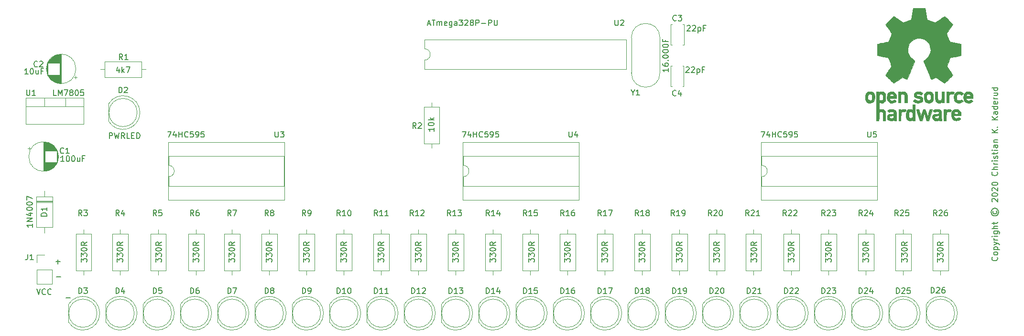
<source format=gbr>
G04 #@! TF.GenerationSoftware,KiCad,Pcbnew,5.1.6-c6e7f7d~87~ubuntu20.04.1*
G04 #@! TF.CreationDate,2020-07-20T09:25:59+02:00*
G04 #@! TF.ProjectId,x-LedChaser,782d4c65-6443-4686-9173-65722e6b6963,1.0*
G04 #@! TF.SameCoordinates,Original*
G04 #@! TF.FileFunction,Legend,Top*
G04 #@! TF.FilePolarity,Positive*
%FSLAX46Y46*%
G04 Gerber Fmt 4.6, Leading zero omitted, Abs format (unit mm)*
G04 Created by KiCad (PCBNEW 5.1.6-c6e7f7d~87~ubuntu20.04.1) date 2020-07-20 09:25:59*
%MOMM*%
%LPD*%
G01*
G04 APERTURE LIST*
%ADD10C,0.152400*%
%ADD11C,0.150000*%
%ADD12C,0.010000*%
%ADD13C,0.120000*%
G04 APERTURE END LIST*
D10*
X235058857Y-115221536D02*
X235107238Y-115269917D01*
X235155619Y-115415060D01*
X235155619Y-115511821D01*
X235107238Y-115656964D01*
X235010476Y-115753726D01*
X234913714Y-115802107D01*
X234720190Y-115850488D01*
X234575047Y-115850488D01*
X234381523Y-115802107D01*
X234284761Y-115753726D01*
X234188000Y-115656964D01*
X234139619Y-115511821D01*
X234139619Y-115415060D01*
X234188000Y-115269917D01*
X234236380Y-115221536D01*
X235155619Y-114640964D02*
X235107238Y-114737726D01*
X235058857Y-114786107D01*
X234962095Y-114834488D01*
X234671809Y-114834488D01*
X234575047Y-114786107D01*
X234526666Y-114737726D01*
X234478285Y-114640964D01*
X234478285Y-114495821D01*
X234526666Y-114399060D01*
X234575047Y-114350679D01*
X234671809Y-114302298D01*
X234962095Y-114302298D01*
X235058857Y-114350679D01*
X235107238Y-114399060D01*
X235155619Y-114495821D01*
X235155619Y-114640964D01*
X234478285Y-113866869D02*
X235494285Y-113866869D01*
X234526666Y-113866869D02*
X234478285Y-113770107D01*
X234478285Y-113576583D01*
X234526666Y-113479821D01*
X234575047Y-113431440D01*
X234671809Y-113383060D01*
X234962095Y-113383060D01*
X235058857Y-113431440D01*
X235107238Y-113479821D01*
X235155619Y-113576583D01*
X235155619Y-113770107D01*
X235107238Y-113866869D01*
X234478285Y-113044393D02*
X235155619Y-112802488D01*
X234478285Y-112560583D02*
X235155619Y-112802488D01*
X235397523Y-112899250D01*
X235445904Y-112947631D01*
X235494285Y-113044393D01*
X235155619Y-112173536D02*
X234478285Y-112173536D01*
X234671809Y-112173536D02*
X234575047Y-112125155D01*
X234526666Y-112076774D01*
X234478285Y-111980012D01*
X234478285Y-111883250D01*
X235155619Y-111544583D02*
X234478285Y-111544583D01*
X234139619Y-111544583D02*
X234188000Y-111592964D01*
X234236380Y-111544583D01*
X234188000Y-111496202D01*
X234139619Y-111544583D01*
X234236380Y-111544583D01*
X234478285Y-110625345D02*
X235300761Y-110625345D01*
X235397523Y-110673726D01*
X235445904Y-110722107D01*
X235494285Y-110818869D01*
X235494285Y-110964012D01*
X235445904Y-111060774D01*
X235107238Y-110625345D02*
X235155619Y-110722107D01*
X235155619Y-110915631D01*
X235107238Y-111012393D01*
X235058857Y-111060774D01*
X234962095Y-111109155D01*
X234671809Y-111109155D01*
X234575047Y-111060774D01*
X234526666Y-111012393D01*
X234478285Y-110915631D01*
X234478285Y-110722107D01*
X234526666Y-110625345D01*
X235155619Y-110141536D02*
X234139619Y-110141536D01*
X235155619Y-109706107D02*
X234623428Y-109706107D01*
X234526666Y-109754488D01*
X234478285Y-109851250D01*
X234478285Y-109996393D01*
X234526666Y-110093155D01*
X234575047Y-110141536D01*
X234478285Y-109367440D02*
X234478285Y-108980393D01*
X234139619Y-109222298D02*
X235010476Y-109222298D01*
X235107238Y-109173917D01*
X235155619Y-109077155D01*
X235155619Y-108980393D01*
X234381523Y-107045155D02*
X234333142Y-107141917D01*
X234333142Y-107335440D01*
X234381523Y-107432202D01*
X234478285Y-107528964D01*
X234575047Y-107577345D01*
X234768571Y-107577345D01*
X234865333Y-107528964D01*
X234962095Y-107432202D01*
X235010476Y-107335440D01*
X235010476Y-107141917D01*
X234962095Y-107045155D01*
X233994476Y-107238679D02*
X234042857Y-107480583D01*
X234188000Y-107722488D01*
X234429904Y-107867631D01*
X234671809Y-107916012D01*
X234913714Y-107867631D01*
X235155619Y-107722488D01*
X235300761Y-107480583D01*
X235349142Y-107238679D01*
X235300761Y-106996774D01*
X235155619Y-106754869D01*
X234913714Y-106609726D01*
X234671809Y-106561345D01*
X234429904Y-106609726D01*
X234188000Y-106754869D01*
X234042857Y-106996774D01*
X233994476Y-107238679D01*
X234236380Y-105400202D02*
X234188000Y-105351821D01*
X234139619Y-105255060D01*
X234139619Y-105013155D01*
X234188000Y-104916393D01*
X234236380Y-104868012D01*
X234333142Y-104819631D01*
X234429904Y-104819631D01*
X234575047Y-104868012D01*
X235155619Y-105448583D01*
X235155619Y-104819631D01*
X234139619Y-104190679D02*
X234139619Y-104093917D01*
X234188000Y-103997155D01*
X234236380Y-103948774D01*
X234333142Y-103900393D01*
X234526666Y-103852012D01*
X234768571Y-103852012D01*
X234962095Y-103900393D01*
X235058857Y-103948774D01*
X235107238Y-103997155D01*
X235155619Y-104093917D01*
X235155619Y-104190679D01*
X235107238Y-104287440D01*
X235058857Y-104335821D01*
X234962095Y-104384202D01*
X234768571Y-104432583D01*
X234526666Y-104432583D01*
X234333142Y-104384202D01*
X234236380Y-104335821D01*
X234188000Y-104287440D01*
X234139619Y-104190679D01*
X234236380Y-103464964D02*
X234188000Y-103416583D01*
X234139619Y-103319821D01*
X234139619Y-103077917D01*
X234188000Y-102981155D01*
X234236380Y-102932774D01*
X234333142Y-102884393D01*
X234429904Y-102884393D01*
X234575047Y-102932774D01*
X235155619Y-103513345D01*
X235155619Y-102884393D01*
X234139619Y-102255440D02*
X234139619Y-102158679D01*
X234188000Y-102061917D01*
X234236380Y-102013536D01*
X234333142Y-101965155D01*
X234526666Y-101916774D01*
X234768571Y-101916774D01*
X234962095Y-101965155D01*
X235058857Y-102013536D01*
X235107238Y-102061917D01*
X235155619Y-102158679D01*
X235155619Y-102255440D01*
X235107238Y-102352202D01*
X235058857Y-102400583D01*
X234962095Y-102448964D01*
X234768571Y-102497345D01*
X234526666Y-102497345D01*
X234333142Y-102448964D01*
X234236380Y-102400583D01*
X234188000Y-102352202D01*
X234139619Y-102255440D01*
X235058857Y-100126679D02*
X235107238Y-100175060D01*
X235155619Y-100320202D01*
X235155619Y-100416964D01*
X235107238Y-100562107D01*
X235010476Y-100658869D01*
X234913714Y-100707250D01*
X234720190Y-100755631D01*
X234575047Y-100755631D01*
X234381523Y-100707250D01*
X234284761Y-100658869D01*
X234188000Y-100562107D01*
X234139619Y-100416964D01*
X234139619Y-100320202D01*
X234188000Y-100175060D01*
X234236380Y-100126679D01*
X235155619Y-99691250D02*
X234139619Y-99691250D01*
X235155619Y-99255821D02*
X234623428Y-99255821D01*
X234526666Y-99304202D01*
X234478285Y-99400964D01*
X234478285Y-99546107D01*
X234526666Y-99642869D01*
X234575047Y-99691250D01*
X235155619Y-98772012D02*
X234478285Y-98772012D01*
X234671809Y-98772012D02*
X234575047Y-98723631D01*
X234526666Y-98675250D01*
X234478285Y-98578488D01*
X234478285Y-98481726D01*
X235155619Y-98143060D02*
X234478285Y-98143060D01*
X234139619Y-98143060D02*
X234188000Y-98191440D01*
X234236380Y-98143060D01*
X234188000Y-98094679D01*
X234139619Y-98143060D01*
X234236380Y-98143060D01*
X235107238Y-97707631D02*
X235155619Y-97610869D01*
X235155619Y-97417345D01*
X235107238Y-97320583D01*
X235010476Y-97272202D01*
X234962095Y-97272202D01*
X234865333Y-97320583D01*
X234816952Y-97417345D01*
X234816952Y-97562488D01*
X234768571Y-97659250D01*
X234671809Y-97707631D01*
X234623428Y-97707631D01*
X234526666Y-97659250D01*
X234478285Y-97562488D01*
X234478285Y-97417345D01*
X234526666Y-97320583D01*
X234478285Y-96981917D02*
X234478285Y-96594869D01*
X234139619Y-96836774D02*
X235010476Y-96836774D01*
X235107238Y-96788393D01*
X235155619Y-96691631D01*
X235155619Y-96594869D01*
X235155619Y-96256202D02*
X234478285Y-96256202D01*
X234139619Y-96256202D02*
X234188000Y-96304583D01*
X234236380Y-96256202D01*
X234188000Y-96207821D01*
X234139619Y-96256202D01*
X234236380Y-96256202D01*
X235155619Y-95336964D02*
X234623428Y-95336964D01*
X234526666Y-95385345D01*
X234478285Y-95482107D01*
X234478285Y-95675631D01*
X234526666Y-95772393D01*
X235107238Y-95336964D02*
X235155619Y-95433726D01*
X235155619Y-95675631D01*
X235107238Y-95772393D01*
X235010476Y-95820774D01*
X234913714Y-95820774D01*
X234816952Y-95772393D01*
X234768571Y-95675631D01*
X234768571Y-95433726D01*
X234720190Y-95336964D01*
X234478285Y-94853155D02*
X235155619Y-94853155D01*
X234575047Y-94853155D02*
X234526666Y-94804774D01*
X234478285Y-94708012D01*
X234478285Y-94562869D01*
X234526666Y-94466107D01*
X234623428Y-94417726D01*
X235155619Y-94417726D01*
X235155619Y-93159821D02*
X234139619Y-93159821D01*
X235155619Y-92579250D02*
X234575047Y-93014679D01*
X234139619Y-92579250D02*
X234720190Y-93159821D01*
X235058857Y-92143821D02*
X235107238Y-92095440D01*
X235155619Y-92143821D01*
X235107238Y-92192202D01*
X235058857Y-92143821D01*
X235155619Y-92143821D01*
X235155619Y-90885917D02*
X234139619Y-90885917D01*
X235155619Y-90305345D02*
X234575047Y-90740774D01*
X234139619Y-90305345D02*
X234720190Y-90885917D01*
X235155619Y-89434488D02*
X234623428Y-89434488D01*
X234526666Y-89482869D01*
X234478285Y-89579631D01*
X234478285Y-89773155D01*
X234526666Y-89869917D01*
X235107238Y-89434488D02*
X235155619Y-89531250D01*
X235155619Y-89773155D01*
X235107238Y-89869917D01*
X235010476Y-89918298D01*
X234913714Y-89918298D01*
X234816952Y-89869917D01*
X234768571Y-89773155D01*
X234768571Y-89531250D01*
X234720190Y-89434488D01*
X235155619Y-88515250D02*
X234139619Y-88515250D01*
X235107238Y-88515250D02*
X235155619Y-88612012D01*
X235155619Y-88805536D01*
X235107238Y-88902298D01*
X235058857Y-88950679D01*
X234962095Y-88999060D01*
X234671809Y-88999060D01*
X234575047Y-88950679D01*
X234526666Y-88902298D01*
X234478285Y-88805536D01*
X234478285Y-88612012D01*
X234526666Y-88515250D01*
X235107238Y-87644393D02*
X235155619Y-87741155D01*
X235155619Y-87934679D01*
X235107238Y-88031440D01*
X235010476Y-88079821D01*
X234623428Y-88079821D01*
X234526666Y-88031440D01*
X234478285Y-87934679D01*
X234478285Y-87741155D01*
X234526666Y-87644393D01*
X234623428Y-87596012D01*
X234720190Y-87596012D01*
X234816952Y-88079821D01*
X235155619Y-87160583D02*
X234478285Y-87160583D01*
X234671809Y-87160583D02*
X234575047Y-87112202D01*
X234526666Y-87063821D01*
X234478285Y-86967060D01*
X234478285Y-86870298D01*
X234478285Y-86096202D02*
X235155619Y-86096202D01*
X234478285Y-86531631D02*
X235010476Y-86531631D01*
X235107238Y-86483250D01*
X235155619Y-86386488D01*
X235155619Y-86241345D01*
X235107238Y-86144583D01*
X235058857Y-86096202D01*
X235155619Y-85176964D02*
X234139619Y-85176964D01*
X235107238Y-85176964D02*
X235155619Y-85273726D01*
X235155619Y-85467250D01*
X235107238Y-85564012D01*
X235058857Y-85612393D01*
X234962095Y-85660774D01*
X234671809Y-85660774D01*
X234575047Y-85612393D01*
X234526666Y-85564012D01*
X234478285Y-85467250D01*
X234478285Y-85273726D01*
X234526666Y-85176964D01*
X224496380Y-116085714D02*
X224496380Y-115466666D01*
X224877333Y-115800000D01*
X224877333Y-115657142D01*
X224924952Y-115561904D01*
X224972571Y-115514285D01*
X225067809Y-115466666D01*
X225305904Y-115466666D01*
X225401142Y-115514285D01*
X225448761Y-115561904D01*
X225496380Y-115657142D01*
X225496380Y-115942857D01*
X225448761Y-116038095D01*
X225401142Y-116085714D01*
X224496380Y-115133333D02*
X224496380Y-114514285D01*
X224877333Y-114847619D01*
X224877333Y-114704761D01*
X224924952Y-114609523D01*
X224972571Y-114561904D01*
X225067809Y-114514285D01*
X225305904Y-114514285D01*
X225401142Y-114561904D01*
X225448761Y-114609523D01*
X225496380Y-114704761D01*
X225496380Y-114990476D01*
X225448761Y-115085714D01*
X225401142Y-115133333D01*
X224496380Y-113895238D02*
X224496380Y-113800000D01*
X224544000Y-113704761D01*
X224591619Y-113657142D01*
X224686857Y-113609523D01*
X224877333Y-113561904D01*
X225115428Y-113561904D01*
X225305904Y-113609523D01*
X225401142Y-113657142D01*
X225448761Y-113704761D01*
X225496380Y-113800000D01*
X225496380Y-113895238D01*
X225448761Y-113990476D01*
X225401142Y-114038095D01*
X225305904Y-114085714D01*
X225115428Y-114133333D01*
X224877333Y-114133333D01*
X224686857Y-114085714D01*
X224591619Y-114038095D01*
X224544000Y-113990476D01*
X224496380Y-113895238D01*
X225496380Y-112561904D02*
X225020190Y-112895238D01*
X225496380Y-113133333D02*
X224496380Y-113133333D01*
X224496380Y-112752380D01*
X224544000Y-112657142D01*
X224591619Y-112609523D01*
X224686857Y-112561904D01*
X224829714Y-112561904D01*
X224924952Y-112609523D01*
X224972571Y-112657142D01*
X225020190Y-112752380D01*
X225020190Y-113133333D01*
X218146380Y-116085714D02*
X218146380Y-115466666D01*
X218527333Y-115800000D01*
X218527333Y-115657142D01*
X218574952Y-115561904D01*
X218622571Y-115514285D01*
X218717809Y-115466666D01*
X218955904Y-115466666D01*
X219051142Y-115514285D01*
X219098761Y-115561904D01*
X219146380Y-115657142D01*
X219146380Y-115942857D01*
X219098761Y-116038095D01*
X219051142Y-116085714D01*
X218146380Y-115133333D02*
X218146380Y-114514285D01*
X218527333Y-114847619D01*
X218527333Y-114704761D01*
X218574952Y-114609523D01*
X218622571Y-114561904D01*
X218717809Y-114514285D01*
X218955904Y-114514285D01*
X219051142Y-114561904D01*
X219098761Y-114609523D01*
X219146380Y-114704761D01*
X219146380Y-114990476D01*
X219098761Y-115085714D01*
X219051142Y-115133333D01*
X218146380Y-113895238D02*
X218146380Y-113800000D01*
X218194000Y-113704761D01*
X218241619Y-113657142D01*
X218336857Y-113609523D01*
X218527333Y-113561904D01*
X218765428Y-113561904D01*
X218955904Y-113609523D01*
X219051142Y-113657142D01*
X219098761Y-113704761D01*
X219146380Y-113800000D01*
X219146380Y-113895238D01*
X219098761Y-113990476D01*
X219051142Y-114038095D01*
X218955904Y-114085714D01*
X218765428Y-114133333D01*
X218527333Y-114133333D01*
X218336857Y-114085714D01*
X218241619Y-114038095D01*
X218194000Y-113990476D01*
X218146380Y-113895238D01*
X219146380Y-112561904D02*
X218670190Y-112895238D01*
X219146380Y-113133333D02*
X218146380Y-113133333D01*
X218146380Y-112752380D01*
X218194000Y-112657142D01*
X218241619Y-112609523D01*
X218336857Y-112561904D01*
X218479714Y-112561904D01*
X218574952Y-112609523D01*
X218622571Y-112657142D01*
X218670190Y-112752380D01*
X218670190Y-113133333D01*
X211288380Y-116085714D02*
X211288380Y-115466666D01*
X211669333Y-115800000D01*
X211669333Y-115657142D01*
X211716952Y-115561904D01*
X211764571Y-115514285D01*
X211859809Y-115466666D01*
X212097904Y-115466666D01*
X212193142Y-115514285D01*
X212240761Y-115561904D01*
X212288380Y-115657142D01*
X212288380Y-115942857D01*
X212240761Y-116038095D01*
X212193142Y-116085714D01*
X211288380Y-115133333D02*
X211288380Y-114514285D01*
X211669333Y-114847619D01*
X211669333Y-114704761D01*
X211716952Y-114609523D01*
X211764571Y-114561904D01*
X211859809Y-114514285D01*
X212097904Y-114514285D01*
X212193142Y-114561904D01*
X212240761Y-114609523D01*
X212288380Y-114704761D01*
X212288380Y-114990476D01*
X212240761Y-115085714D01*
X212193142Y-115133333D01*
X211288380Y-113895238D02*
X211288380Y-113800000D01*
X211336000Y-113704761D01*
X211383619Y-113657142D01*
X211478857Y-113609523D01*
X211669333Y-113561904D01*
X211907428Y-113561904D01*
X212097904Y-113609523D01*
X212193142Y-113657142D01*
X212240761Y-113704761D01*
X212288380Y-113800000D01*
X212288380Y-113895238D01*
X212240761Y-113990476D01*
X212193142Y-114038095D01*
X212097904Y-114085714D01*
X211907428Y-114133333D01*
X211669333Y-114133333D01*
X211478857Y-114085714D01*
X211383619Y-114038095D01*
X211336000Y-113990476D01*
X211288380Y-113895238D01*
X212288380Y-112561904D02*
X211812190Y-112895238D01*
X212288380Y-113133333D02*
X211288380Y-113133333D01*
X211288380Y-112752380D01*
X211336000Y-112657142D01*
X211383619Y-112609523D01*
X211478857Y-112561904D01*
X211621714Y-112561904D01*
X211716952Y-112609523D01*
X211764571Y-112657142D01*
X211812190Y-112752380D01*
X211812190Y-113133333D01*
X204684380Y-116085714D02*
X204684380Y-115466666D01*
X205065333Y-115800000D01*
X205065333Y-115657142D01*
X205112952Y-115561904D01*
X205160571Y-115514285D01*
X205255809Y-115466666D01*
X205493904Y-115466666D01*
X205589142Y-115514285D01*
X205636761Y-115561904D01*
X205684380Y-115657142D01*
X205684380Y-115942857D01*
X205636761Y-116038095D01*
X205589142Y-116085714D01*
X204684380Y-115133333D02*
X204684380Y-114514285D01*
X205065333Y-114847619D01*
X205065333Y-114704761D01*
X205112952Y-114609523D01*
X205160571Y-114561904D01*
X205255809Y-114514285D01*
X205493904Y-114514285D01*
X205589142Y-114561904D01*
X205636761Y-114609523D01*
X205684380Y-114704761D01*
X205684380Y-114990476D01*
X205636761Y-115085714D01*
X205589142Y-115133333D01*
X204684380Y-113895238D02*
X204684380Y-113800000D01*
X204732000Y-113704761D01*
X204779619Y-113657142D01*
X204874857Y-113609523D01*
X205065333Y-113561904D01*
X205303428Y-113561904D01*
X205493904Y-113609523D01*
X205589142Y-113657142D01*
X205636761Y-113704761D01*
X205684380Y-113800000D01*
X205684380Y-113895238D01*
X205636761Y-113990476D01*
X205589142Y-114038095D01*
X205493904Y-114085714D01*
X205303428Y-114133333D01*
X205065333Y-114133333D01*
X204874857Y-114085714D01*
X204779619Y-114038095D01*
X204732000Y-113990476D01*
X204684380Y-113895238D01*
X205684380Y-112561904D02*
X205208190Y-112895238D01*
X205684380Y-113133333D02*
X204684380Y-113133333D01*
X204684380Y-112752380D01*
X204732000Y-112657142D01*
X204779619Y-112609523D01*
X204874857Y-112561904D01*
X205017714Y-112561904D01*
X205112952Y-112609523D01*
X205160571Y-112657142D01*
X205208190Y-112752380D01*
X205208190Y-113133333D01*
X198080380Y-116085714D02*
X198080380Y-115466666D01*
X198461333Y-115800000D01*
X198461333Y-115657142D01*
X198508952Y-115561904D01*
X198556571Y-115514285D01*
X198651809Y-115466666D01*
X198889904Y-115466666D01*
X198985142Y-115514285D01*
X199032761Y-115561904D01*
X199080380Y-115657142D01*
X199080380Y-115942857D01*
X199032761Y-116038095D01*
X198985142Y-116085714D01*
X198080380Y-115133333D02*
X198080380Y-114514285D01*
X198461333Y-114847619D01*
X198461333Y-114704761D01*
X198508952Y-114609523D01*
X198556571Y-114561904D01*
X198651809Y-114514285D01*
X198889904Y-114514285D01*
X198985142Y-114561904D01*
X199032761Y-114609523D01*
X199080380Y-114704761D01*
X199080380Y-114990476D01*
X199032761Y-115085714D01*
X198985142Y-115133333D01*
X198080380Y-113895238D02*
X198080380Y-113800000D01*
X198128000Y-113704761D01*
X198175619Y-113657142D01*
X198270857Y-113609523D01*
X198461333Y-113561904D01*
X198699428Y-113561904D01*
X198889904Y-113609523D01*
X198985142Y-113657142D01*
X199032761Y-113704761D01*
X199080380Y-113800000D01*
X199080380Y-113895238D01*
X199032761Y-113990476D01*
X198985142Y-114038095D01*
X198889904Y-114085714D01*
X198699428Y-114133333D01*
X198461333Y-114133333D01*
X198270857Y-114085714D01*
X198175619Y-114038095D01*
X198128000Y-113990476D01*
X198080380Y-113895238D01*
X199080380Y-112561904D02*
X198604190Y-112895238D01*
X199080380Y-113133333D02*
X198080380Y-113133333D01*
X198080380Y-112752380D01*
X198128000Y-112657142D01*
X198175619Y-112609523D01*
X198270857Y-112561904D01*
X198413714Y-112561904D01*
X198508952Y-112609523D01*
X198556571Y-112657142D01*
X198604190Y-112752380D01*
X198604190Y-113133333D01*
X191476380Y-116085714D02*
X191476380Y-115466666D01*
X191857333Y-115800000D01*
X191857333Y-115657142D01*
X191904952Y-115561904D01*
X191952571Y-115514285D01*
X192047809Y-115466666D01*
X192285904Y-115466666D01*
X192381142Y-115514285D01*
X192428761Y-115561904D01*
X192476380Y-115657142D01*
X192476380Y-115942857D01*
X192428761Y-116038095D01*
X192381142Y-116085714D01*
X191476380Y-115133333D02*
X191476380Y-114514285D01*
X191857333Y-114847619D01*
X191857333Y-114704761D01*
X191904952Y-114609523D01*
X191952571Y-114561904D01*
X192047809Y-114514285D01*
X192285904Y-114514285D01*
X192381142Y-114561904D01*
X192428761Y-114609523D01*
X192476380Y-114704761D01*
X192476380Y-114990476D01*
X192428761Y-115085714D01*
X192381142Y-115133333D01*
X191476380Y-113895238D02*
X191476380Y-113800000D01*
X191524000Y-113704761D01*
X191571619Y-113657142D01*
X191666857Y-113609523D01*
X191857333Y-113561904D01*
X192095428Y-113561904D01*
X192285904Y-113609523D01*
X192381142Y-113657142D01*
X192428761Y-113704761D01*
X192476380Y-113800000D01*
X192476380Y-113895238D01*
X192428761Y-113990476D01*
X192381142Y-114038095D01*
X192285904Y-114085714D01*
X192095428Y-114133333D01*
X191857333Y-114133333D01*
X191666857Y-114085714D01*
X191571619Y-114038095D01*
X191524000Y-113990476D01*
X191476380Y-113895238D01*
X192476380Y-112561904D02*
X192000190Y-112895238D01*
X192476380Y-113133333D02*
X191476380Y-113133333D01*
X191476380Y-112752380D01*
X191524000Y-112657142D01*
X191571619Y-112609523D01*
X191666857Y-112561904D01*
X191809714Y-112561904D01*
X191904952Y-112609523D01*
X191952571Y-112657142D01*
X192000190Y-112752380D01*
X192000190Y-113133333D01*
X184872380Y-116085714D02*
X184872380Y-115466666D01*
X185253333Y-115800000D01*
X185253333Y-115657142D01*
X185300952Y-115561904D01*
X185348571Y-115514285D01*
X185443809Y-115466666D01*
X185681904Y-115466666D01*
X185777142Y-115514285D01*
X185824761Y-115561904D01*
X185872380Y-115657142D01*
X185872380Y-115942857D01*
X185824761Y-116038095D01*
X185777142Y-116085714D01*
X184872380Y-115133333D02*
X184872380Y-114514285D01*
X185253333Y-114847619D01*
X185253333Y-114704761D01*
X185300952Y-114609523D01*
X185348571Y-114561904D01*
X185443809Y-114514285D01*
X185681904Y-114514285D01*
X185777142Y-114561904D01*
X185824761Y-114609523D01*
X185872380Y-114704761D01*
X185872380Y-114990476D01*
X185824761Y-115085714D01*
X185777142Y-115133333D01*
X184872380Y-113895238D02*
X184872380Y-113800000D01*
X184920000Y-113704761D01*
X184967619Y-113657142D01*
X185062857Y-113609523D01*
X185253333Y-113561904D01*
X185491428Y-113561904D01*
X185681904Y-113609523D01*
X185777142Y-113657142D01*
X185824761Y-113704761D01*
X185872380Y-113800000D01*
X185872380Y-113895238D01*
X185824761Y-113990476D01*
X185777142Y-114038095D01*
X185681904Y-114085714D01*
X185491428Y-114133333D01*
X185253333Y-114133333D01*
X185062857Y-114085714D01*
X184967619Y-114038095D01*
X184920000Y-113990476D01*
X184872380Y-113895238D01*
X185872380Y-112561904D02*
X185396190Y-112895238D01*
X185872380Y-113133333D02*
X184872380Y-113133333D01*
X184872380Y-112752380D01*
X184920000Y-112657142D01*
X184967619Y-112609523D01*
X185062857Y-112561904D01*
X185205714Y-112561904D01*
X185300952Y-112609523D01*
X185348571Y-112657142D01*
X185396190Y-112752380D01*
X185396190Y-113133333D01*
X178268380Y-116085714D02*
X178268380Y-115466666D01*
X178649333Y-115800000D01*
X178649333Y-115657142D01*
X178696952Y-115561904D01*
X178744571Y-115514285D01*
X178839809Y-115466666D01*
X179077904Y-115466666D01*
X179173142Y-115514285D01*
X179220761Y-115561904D01*
X179268380Y-115657142D01*
X179268380Y-115942857D01*
X179220761Y-116038095D01*
X179173142Y-116085714D01*
X178268380Y-115133333D02*
X178268380Y-114514285D01*
X178649333Y-114847619D01*
X178649333Y-114704761D01*
X178696952Y-114609523D01*
X178744571Y-114561904D01*
X178839809Y-114514285D01*
X179077904Y-114514285D01*
X179173142Y-114561904D01*
X179220761Y-114609523D01*
X179268380Y-114704761D01*
X179268380Y-114990476D01*
X179220761Y-115085714D01*
X179173142Y-115133333D01*
X178268380Y-113895238D02*
X178268380Y-113800000D01*
X178316000Y-113704761D01*
X178363619Y-113657142D01*
X178458857Y-113609523D01*
X178649333Y-113561904D01*
X178887428Y-113561904D01*
X179077904Y-113609523D01*
X179173142Y-113657142D01*
X179220761Y-113704761D01*
X179268380Y-113800000D01*
X179268380Y-113895238D01*
X179220761Y-113990476D01*
X179173142Y-114038095D01*
X179077904Y-114085714D01*
X178887428Y-114133333D01*
X178649333Y-114133333D01*
X178458857Y-114085714D01*
X178363619Y-114038095D01*
X178316000Y-113990476D01*
X178268380Y-113895238D01*
X179268380Y-112561904D02*
X178792190Y-112895238D01*
X179268380Y-113133333D02*
X178268380Y-113133333D01*
X178268380Y-112752380D01*
X178316000Y-112657142D01*
X178363619Y-112609523D01*
X178458857Y-112561904D01*
X178601714Y-112561904D01*
X178696952Y-112609523D01*
X178744571Y-112657142D01*
X178792190Y-112752380D01*
X178792190Y-113133333D01*
X171664380Y-116085714D02*
X171664380Y-115466666D01*
X172045333Y-115800000D01*
X172045333Y-115657142D01*
X172092952Y-115561904D01*
X172140571Y-115514285D01*
X172235809Y-115466666D01*
X172473904Y-115466666D01*
X172569142Y-115514285D01*
X172616761Y-115561904D01*
X172664380Y-115657142D01*
X172664380Y-115942857D01*
X172616761Y-116038095D01*
X172569142Y-116085714D01*
X171664380Y-115133333D02*
X171664380Y-114514285D01*
X172045333Y-114847619D01*
X172045333Y-114704761D01*
X172092952Y-114609523D01*
X172140571Y-114561904D01*
X172235809Y-114514285D01*
X172473904Y-114514285D01*
X172569142Y-114561904D01*
X172616761Y-114609523D01*
X172664380Y-114704761D01*
X172664380Y-114990476D01*
X172616761Y-115085714D01*
X172569142Y-115133333D01*
X171664380Y-113895238D02*
X171664380Y-113800000D01*
X171712000Y-113704761D01*
X171759619Y-113657142D01*
X171854857Y-113609523D01*
X172045333Y-113561904D01*
X172283428Y-113561904D01*
X172473904Y-113609523D01*
X172569142Y-113657142D01*
X172616761Y-113704761D01*
X172664380Y-113800000D01*
X172664380Y-113895238D01*
X172616761Y-113990476D01*
X172569142Y-114038095D01*
X172473904Y-114085714D01*
X172283428Y-114133333D01*
X172045333Y-114133333D01*
X171854857Y-114085714D01*
X171759619Y-114038095D01*
X171712000Y-113990476D01*
X171664380Y-113895238D01*
X172664380Y-112561904D02*
X172188190Y-112895238D01*
X172664380Y-113133333D02*
X171664380Y-113133333D01*
X171664380Y-112752380D01*
X171712000Y-112657142D01*
X171759619Y-112609523D01*
X171854857Y-112561904D01*
X171997714Y-112561904D01*
X172092952Y-112609523D01*
X172140571Y-112657142D01*
X172188190Y-112752380D01*
X172188190Y-113133333D01*
X165060380Y-116085714D02*
X165060380Y-115466666D01*
X165441333Y-115800000D01*
X165441333Y-115657142D01*
X165488952Y-115561904D01*
X165536571Y-115514285D01*
X165631809Y-115466666D01*
X165869904Y-115466666D01*
X165965142Y-115514285D01*
X166012761Y-115561904D01*
X166060380Y-115657142D01*
X166060380Y-115942857D01*
X166012761Y-116038095D01*
X165965142Y-116085714D01*
X165060380Y-115133333D02*
X165060380Y-114514285D01*
X165441333Y-114847619D01*
X165441333Y-114704761D01*
X165488952Y-114609523D01*
X165536571Y-114561904D01*
X165631809Y-114514285D01*
X165869904Y-114514285D01*
X165965142Y-114561904D01*
X166012761Y-114609523D01*
X166060380Y-114704761D01*
X166060380Y-114990476D01*
X166012761Y-115085714D01*
X165965142Y-115133333D01*
X165060380Y-113895238D02*
X165060380Y-113800000D01*
X165108000Y-113704761D01*
X165155619Y-113657142D01*
X165250857Y-113609523D01*
X165441333Y-113561904D01*
X165679428Y-113561904D01*
X165869904Y-113609523D01*
X165965142Y-113657142D01*
X166012761Y-113704761D01*
X166060380Y-113800000D01*
X166060380Y-113895238D01*
X166012761Y-113990476D01*
X165965142Y-114038095D01*
X165869904Y-114085714D01*
X165679428Y-114133333D01*
X165441333Y-114133333D01*
X165250857Y-114085714D01*
X165155619Y-114038095D01*
X165108000Y-113990476D01*
X165060380Y-113895238D01*
X166060380Y-112561904D02*
X165584190Y-112895238D01*
X166060380Y-113133333D02*
X165060380Y-113133333D01*
X165060380Y-112752380D01*
X165108000Y-112657142D01*
X165155619Y-112609523D01*
X165250857Y-112561904D01*
X165393714Y-112561904D01*
X165488952Y-112609523D01*
X165536571Y-112657142D01*
X165584190Y-112752380D01*
X165584190Y-113133333D01*
X158456380Y-116085714D02*
X158456380Y-115466666D01*
X158837333Y-115800000D01*
X158837333Y-115657142D01*
X158884952Y-115561904D01*
X158932571Y-115514285D01*
X159027809Y-115466666D01*
X159265904Y-115466666D01*
X159361142Y-115514285D01*
X159408761Y-115561904D01*
X159456380Y-115657142D01*
X159456380Y-115942857D01*
X159408761Y-116038095D01*
X159361142Y-116085714D01*
X158456380Y-115133333D02*
X158456380Y-114514285D01*
X158837333Y-114847619D01*
X158837333Y-114704761D01*
X158884952Y-114609523D01*
X158932571Y-114561904D01*
X159027809Y-114514285D01*
X159265904Y-114514285D01*
X159361142Y-114561904D01*
X159408761Y-114609523D01*
X159456380Y-114704761D01*
X159456380Y-114990476D01*
X159408761Y-115085714D01*
X159361142Y-115133333D01*
X158456380Y-113895238D02*
X158456380Y-113800000D01*
X158504000Y-113704761D01*
X158551619Y-113657142D01*
X158646857Y-113609523D01*
X158837333Y-113561904D01*
X159075428Y-113561904D01*
X159265904Y-113609523D01*
X159361142Y-113657142D01*
X159408761Y-113704761D01*
X159456380Y-113800000D01*
X159456380Y-113895238D01*
X159408761Y-113990476D01*
X159361142Y-114038095D01*
X159265904Y-114085714D01*
X159075428Y-114133333D01*
X158837333Y-114133333D01*
X158646857Y-114085714D01*
X158551619Y-114038095D01*
X158504000Y-113990476D01*
X158456380Y-113895238D01*
X159456380Y-112561904D02*
X158980190Y-112895238D01*
X159456380Y-113133333D02*
X158456380Y-113133333D01*
X158456380Y-112752380D01*
X158504000Y-112657142D01*
X158551619Y-112609523D01*
X158646857Y-112561904D01*
X158789714Y-112561904D01*
X158884952Y-112609523D01*
X158932571Y-112657142D01*
X158980190Y-112752380D01*
X158980190Y-113133333D01*
X152106380Y-116085714D02*
X152106380Y-115466666D01*
X152487333Y-115800000D01*
X152487333Y-115657142D01*
X152534952Y-115561904D01*
X152582571Y-115514285D01*
X152677809Y-115466666D01*
X152915904Y-115466666D01*
X153011142Y-115514285D01*
X153058761Y-115561904D01*
X153106380Y-115657142D01*
X153106380Y-115942857D01*
X153058761Y-116038095D01*
X153011142Y-116085714D01*
X152106380Y-115133333D02*
X152106380Y-114514285D01*
X152487333Y-114847619D01*
X152487333Y-114704761D01*
X152534952Y-114609523D01*
X152582571Y-114561904D01*
X152677809Y-114514285D01*
X152915904Y-114514285D01*
X153011142Y-114561904D01*
X153058761Y-114609523D01*
X153106380Y-114704761D01*
X153106380Y-114990476D01*
X153058761Y-115085714D01*
X153011142Y-115133333D01*
X152106380Y-113895238D02*
X152106380Y-113800000D01*
X152154000Y-113704761D01*
X152201619Y-113657142D01*
X152296857Y-113609523D01*
X152487333Y-113561904D01*
X152725428Y-113561904D01*
X152915904Y-113609523D01*
X153011142Y-113657142D01*
X153058761Y-113704761D01*
X153106380Y-113800000D01*
X153106380Y-113895238D01*
X153058761Y-113990476D01*
X153011142Y-114038095D01*
X152915904Y-114085714D01*
X152725428Y-114133333D01*
X152487333Y-114133333D01*
X152296857Y-114085714D01*
X152201619Y-114038095D01*
X152154000Y-113990476D01*
X152106380Y-113895238D01*
X153106380Y-112561904D02*
X152630190Y-112895238D01*
X153106380Y-113133333D02*
X152106380Y-113133333D01*
X152106380Y-112752380D01*
X152154000Y-112657142D01*
X152201619Y-112609523D01*
X152296857Y-112561904D01*
X152439714Y-112561904D01*
X152534952Y-112609523D01*
X152582571Y-112657142D01*
X152630190Y-112752380D01*
X152630190Y-113133333D01*
X145248380Y-116085714D02*
X145248380Y-115466666D01*
X145629333Y-115800000D01*
X145629333Y-115657142D01*
X145676952Y-115561904D01*
X145724571Y-115514285D01*
X145819809Y-115466666D01*
X146057904Y-115466666D01*
X146153142Y-115514285D01*
X146200761Y-115561904D01*
X146248380Y-115657142D01*
X146248380Y-115942857D01*
X146200761Y-116038095D01*
X146153142Y-116085714D01*
X145248380Y-115133333D02*
X145248380Y-114514285D01*
X145629333Y-114847619D01*
X145629333Y-114704761D01*
X145676952Y-114609523D01*
X145724571Y-114561904D01*
X145819809Y-114514285D01*
X146057904Y-114514285D01*
X146153142Y-114561904D01*
X146200761Y-114609523D01*
X146248380Y-114704761D01*
X146248380Y-114990476D01*
X146200761Y-115085714D01*
X146153142Y-115133333D01*
X145248380Y-113895238D02*
X145248380Y-113800000D01*
X145296000Y-113704761D01*
X145343619Y-113657142D01*
X145438857Y-113609523D01*
X145629333Y-113561904D01*
X145867428Y-113561904D01*
X146057904Y-113609523D01*
X146153142Y-113657142D01*
X146200761Y-113704761D01*
X146248380Y-113800000D01*
X146248380Y-113895238D01*
X146200761Y-113990476D01*
X146153142Y-114038095D01*
X146057904Y-114085714D01*
X145867428Y-114133333D01*
X145629333Y-114133333D01*
X145438857Y-114085714D01*
X145343619Y-114038095D01*
X145296000Y-113990476D01*
X145248380Y-113895238D01*
X146248380Y-112561904D02*
X145772190Y-112895238D01*
X146248380Y-113133333D02*
X145248380Y-113133333D01*
X145248380Y-112752380D01*
X145296000Y-112657142D01*
X145343619Y-112609523D01*
X145438857Y-112561904D01*
X145581714Y-112561904D01*
X145676952Y-112609523D01*
X145724571Y-112657142D01*
X145772190Y-112752380D01*
X145772190Y-113133333D01*
X138644380Y-116085714D02*
X138644380Y-115466666D01*
X139025333Y-115800000D01*
X139025333Y-115657142D01*
X139072952Y-115561904D01*
X139120571Y-115514285D01*
X139215809Y-115466666D01*
X139453904Y-115466666D01*
X139549142Y-115514285D01*
X139596761Y-115561904D01*
X139644380Y-115657142D01*
X139644380Y-115942857D01*
X139596761Y-116038095D01*
X139549142Y-116085714D01*
X138644380Y-115133333D02*
X138644380Y-114514285D01*
X139025333Y-114847619D01*
X139025333Y-114704761D01*
X139072952Y-114609523D01*
X139120571Y-114561904D01*
X139215809Y-114514285D01*
X139453904Y-114514285D01*
X139549142Y-114561904D01*
X139596761Y-114609523D01*
X139644380Y-114704761D01*
X139644380Y-114990476D01*
X139596761Y-115085714D01*
X139549142Y-115133333D01*
X138644380Y-113895238D02*
X138644380Y-113800000D01*
X138692000Y-113704761D01*
X138739619Y-113657142D01*
X138834857Y-113609523D01*
X139025333Y-113561904D01*
X139263428Y-113561904D01*
X139453904Y-113609523D01*
X139549142Y-113657142D01*
X139596761Y-113704761D01*
X139644380Y-113800000D01*
X139644380Y-113895238D01*
X139596761Y-113990476D01*
X139549142Y-114038095D01*
X139453904Y-114085714D01*
X139263428Y-114133333D01*
X139025333Y-114133333D01*
X138834857Y-114085714D01*
X138739619Y-114038095D01*
X138692000Y-113990476D01*
X138644380Y-113895238D01*
X139644380Y-112561904D02*
X139168190Y-112895238D01*
X139644380Y-113133333D02*
X138644380Y-113133333D01*
X138644380Y-112752380D01*
X138692000Y-112657142D01*
X138739619Y-112609523D01*
X138834857Y-112561904D01*
X138977714Y-112561904D01*
X139072952Y-112609523D01*
X139120571Y-112657142D01*
X139168190Y-112752380D01*
X139168190Y-113133333D01*
X132040380Y-116085714D02*
X132040380Y-115466666D01*
X132421333Y-115800000D01*
X132421333Y-115657142D01*
X132468952Y-115561904D01*
X132516571Y-115514285D01*
X132611809Y-115466666D01*
X132849904Y-115466666D01*
X132945142Y-115514285D01*
X132992761Y-115561904D01*
X133040380Y-115657142D01*
X133040380Y-115942857D01*
X132992761Y-116038095D01*
X132945142Y-116085714D01*
X132040380Y-115133333D02*
X132040380Y-114514285D01*
X132421333Y-114847619D01*
X132421333Y-114704761D01*
X132468952Y-114609523D01*
X132516571Y-114561904D01*
X132611809Y-114514285D01*
X132849904Y-114514285D01*
X132945142Y-114561904D01*
X132992761Y-114609523D01*
X133040380Y-114704761D01*
X133040380Y-114990476D01*
X132992761Y-115085714D01*
X132945142Y-115133333D01*
X132040380Y-113895238D02*
X132040380Y-113800000D01*
X132088000Y-113704761D01*
X132135619Y-113657142D01*
X132230857Y-113609523D01*
X132421333Y-113561904D01*
X132659428Y-113561904D01*
X132849904Y-113609523D01*
X132945142Y-113657142D01*
X132992761Y-113704761D01*
X133040380Y-113800000D01*
X133040380Y-113895238D01*
X132992761Y-113990476D01*
X132945142Y-114038095D01*
X132849904Y-114085714D01*
X132659428Y-114133333D01*
X132421333Y-114133333D01*
X132230857Y-114085714D01*
X132135619Y-114038095D01*
X132088000Y-113990476D01*
X132040380Y-113895238D01*
X133040380Y-112561904D02*
X132564190Y-112895238D01*
X133040380Y-113133333D02*
X132040380Y-113133333D01*
X132040380Y-112752380D01*
X132088000Y-112657142D01*
X132135619Y-112609523D01*
X132230857Y-112561904D01*
X132373714Y-112561904D01*
X132468952Y-112609523D01*
X132516571Y-112657142D01*
X132564190Y-112752380D01*
X132564190Y-113133333D01*
X125436380Y-116085714D02*
X125436380Y-115466666D01*
X125817333Y-115800000D01*
X125817333Y-115657142D01*
X125864952Y-115561904D01*
X125912571Y-115514285D01*
X126007809Y-115466666D01*
X126245904Y-115466666D01*
X126341142Y-115514285D01*
X126388761Y-115561904D01*
X126436380Y-115657142D01*
X126436380Y-115942857D01*
X126388761Y-116038095D01*
X126341142Y-116085714D01*
X125436380Y-115133333D02*
X125436380Y-114514285D01*
X125817333Y-114847619D01*
X125817333Y-114704761D01*
X125864952Y-114609523D01*
X125912571Y-114561904D01*
X126007809Y-114514285D01*
X126245904Y-114514285D01*
X126341142Y-114561904D01*
X126388761Y-114609523D01*
X126436380Y-114704761D01*
X126436380Y-114990476D01*
X126388761Y-115085714D01*
X126341142Y-115133333D01*
X125436380Y-113895238D02*
X125436380Y-113800000D01*
X125484000Y-113704761D01*
X125531619Y-113657142D01*
X125626857Y-113609523D01*
X125817333Y-113561904D01*
X126055428Y-113561904D01*
X126245904Y-113609523D01*
X126341142Y-113657142D01*
X126388761Y-113704761D01*
X126436380Y-113800000D01*
X126436380Y-113895238D01*
X126388761Y-113990476D01*
X126341142Y-114038095D01*
X126245904Y-114085714D01*
X126055428Y-114133333D01*
X125817333Y-114133333D01*
X125626857Y-114085714D01*
X125531619Y-114038095D01*
X125484000Y-113990476D01*
X125436380Y-113895238D01*
X126436380Y-112561904D02*
X125960190Y-112895238D01*
X126436380Y-113133333D02*
X125436380Y-113133333D01*
X125436380Y-112752380D01*
X125484000Y-112657142D01*
X125531619Y-112609523D01*
X125626857Y-112561904D01*
X125769714Y-112561904D01*
X125864952Y-112609523D01*
X125912571Y-112657142D01*
X125960190Y-112752380D01*
X125960190Y-113133333D01*
X118832380Y-116085714D02*
X118832380Y-115466666D01*
X119213333Y-115800000D01*
X119213333Y-115657142D01*
X119260952Y-115561904D01*
X119308571Y-115514285D01*
X119403809Y-115466666D01*
X119641904Y-115466666D01*
X119737142Y-115514285D01*
X119784761Y-115561904D01*
X119832380Y-115657142D01*
X119832380Y-115942857D01*
X119784761Y-116038095D01*
X119737142Y-116085714D01*
X118832380Y-115133333D02*
X118832380Y-114514285D01*
X119213333Y-114847619D01*
X119213333Y-114704761D01*
X119260952Y-114609523D01*
X119308571Y-114561904D01*
X119403809Y-114514285D01*
X119641904Y-114514285D01*
X119737142Y-114561904D01*
X119784761Y-114609523D01*
X119832380Y-114704761D01*
X119832380Y-114990476D01*
X119784761Y-115085714D01*
X119737142Y-115133333D01*
X118832380Y-113895238D02*
X118832380Y-113800000D01*
X118880000Y-113704761D01*
X118927619Y-113657142D01*
X119022857Y-113609523D01*
X119213333Y-113561904D01*
X119451428Y-113561904D01*
X119641904Y-113609523D01*
X119737142Y-113657142D01*
X119784761Y-113704761D01*
X119832380Y-113800000D01*
X119832380Y-113895238D01*
X119784761Y-113990476D01*
X119737142Y-114038095D01*
X119641904Y-114085714D01*
X119451428Y-114133333D01*
X119213333Y-114133333D01*
X119022857Y-114085714D01*
X118927619Y-114038095D01*
X118880000Y-113990476D01*
X118832380Y-113895238D01*
X119832380Y-112561904D02*
X119356190Y-112895238D01*
X119832380Y-113133333D02*
X118832380Y-113133333D01*
X118832380Y-112752380D01*
X118880000Y-112657142D01*
X118927619Y-112609523D01*
X119022857Y-112561904D01*
X119165714Y-112561904D01*
X119260952Y-112609523D01*
X119308571Y-112657142D01*
X119356190Y-112752380D01*
X119356190Y-113133333D01*
X112228380Y-116085714D02*
X112228380Y-115466666D01*
X112609333Y-115800000D01*
X112609333Y-115657142D01*
X112656952Y-115561904D01*
X112704571Y-115514285D01*
X112799809Y-115466666D01*
X113037904Y-115466666D01*
X113133142Y-115514285D01*
X113180761Y-115561904D01*
X113228380Y-115657142D01*
X113228380Y-115942857D01*
X113180761Y-116038095D01*
X113133142Y-116085714D01*
X112228380Y-115133333D02*
X112228380Y-114514285D01*
X112609333Y-114847619D01*
X112609333Y-114704761D01*
X112656952Y-114609523D01*
X112704571Y-114561904D01*
X112799809Y-114514285D01*
X113037904Y-114514285D01*
X113133142Y-114561904D01*
X113180761Y-114609523D01*
X113228380Y-114704761D01*
X113228380Y-114990476D01*
X113180761Y-115085714D01*
X113133142Y-115133333D01*
X112228380Y-113895238D02*
X112228380Y-113800000D01*
X112276000Y-113704761D01*
X112323619Y-113657142D01*
X112418857Y-113609523D01*
X112609333Y-113561904D01*
X112847428Y-113561904D01*
X113037904Y-113609523D01*
X113133142Y-113657142D01*
X113180761Y-113704761D01*
X113228380Y-113800000D01*
X113228380Y-113895238D01*
X113180761Y-113990476D01*
X113133142Y-114038095D01*
X113037904Y-114085714D01*
X112847428Y-114133333D01*
X112609333Y-114133333D01*
X112418857Y-114085714D01*
X112323619Y-114038095D01*
X112276000Y-113990476D01*
X112228380Y-113895238D01*
X113228380Y-112561904D02*
X112752190Y-112895238D01*
X113228380Y-113133333D02*
X112228380Y-113133333D01*
X112228380Y-112752380D01*
X112276000Y-112657142D01*
X112323619Y-112609523D01*
X112418857Y-112561904D01*
X112561714Y-112561904D01*
X112656952Y-112609523D01*
X112704571Y-112657142D01*
X112752190Y-112752380D01*
X112752190Y-113133333D01*
X105624380Y-116085714D02*
X105624380Y-115466666D01*
X106005333Y-115800000D01*
X106005333Y-115657142D01*
X106052952Y-115561904D01*
X106100571Y-115514285D01*
X106195809Y-115466666D01*
X106433904Y-115466666D01*
X106529142Y-115514285D01*
X106576761Y-115561904D01*
X106624380Y-115657142D01*
X106624380Y-115942857D01*
X106576761Y-116038095D01*
X106529142Y-116085714D01*
X105624380Y-115133333D02*
X105624380Y-114514285D01*
X106005333Y-114847619D01*
X106005333Y-114704761D01*
X106052952Y-114609523D01*
X106100571Y-114561904D01*
X106195809Y-114514285D01*
X106433904Y-114514285D01*
X106529142Y-114561904D01*
X106576761Y-114609523D01*
X106624380Y-114704761D01*
X106624380Y-114990476D01*
X106576761Y-115085714D01*
X106529142Y-115133333D01*
X105624380Y-113895238D02*
X105624380Y-113800000D01*
X105672000Y-113704761D01*
X105719619Y-113657142D01*
X105814857Y-113609523D01*
X106005333Y-113561904D01*
X106243428Y-113561904D01*
X106433904Y-113609523D01*
X106529142Y-113657142D01*
X106576761Y-113704761D01*
X106624380Y-113800000D01*
X106624380Y-113895238D01*
X106576761Y-113990476D01*
X106529142Y-114038095D01*
X106433904Y-114085714D01*
X106243428Y-114133333D01*
X106005333Y-114133333D01*
X105814857Y-114085714D01*
X105719619Y-114038095D01*
X105672000Y-113990476D01*
X105624380Y-113895238D01*
X106624380Y-112561904D02*
X106148190Y-112895238D01*
X106624380Y-113133333D02*
X105624380Y-113133333D01*
X105624380Y-112752380D01*
X105672000Y-112657142D01*
X105719619Y-112609523D01*
X105814857Y-112561904D01*
X105957714Y-112561904D01*
X106052952Y-112609523D01*
X106100571Y-112657142D01*
X106148190Y-112752380D01*
X106148190Y-113133333D01*
X99020380Y-116085714D02*
X99020380Y-115466666D01*
X99401333Y-115800000D01*
X99401333Y-115657142D01*
X99448952Y-115561904D01*
X99496571Y-115514285D01*
X99591809Y-115466666D01*
X99829904Y-115466666D01*
X99925142Y-115514285D01*
X99972761Y-115561904D01*
X100020380Y-115657142D01*
X100020380Y-115942857D01*
X99972761Y-116038095D01*
X99925142Y-116085714D01*
X99020380Y-115133333D02*
X99020380Y-114514285D01*
X99401333Y-114847619D01*
X99401333Y-114704761D01*
X99448952Y-114609523D01*
X99496571Y-114561904D01*
X99591809Y-114514285D01*
X99829904Y-114514285D01*
X99925142Y-114561904D01*
X99972761Y-114609523D01*
X100020380Y-114704761D01*
X100020380Y-114990476D01*
X99972761Y-115085714D01*
X99925142Y-115133333D01*
X99020380Y-113895238D02*
X99020380Y-113800000D01*
X99068000Y-113704761D01*
X99115619Y-113657142D01*
X99210857Y-113609523D01*
X99401333Y-113561904D01*
X99639428Y-113561904D01*
X99829904Y-113609523D01*
X99925142Y-113657142D01*
X99972761Y-113704761D01*
X100020380Y-113800000D01*
X100020380Y-113895238D01*
X99972761Y-113990476D01*
X99925142Y-114038095D01*
X99829904Y-114085714D01*
X99639428Y-114133333D01*
X99401333Y-114133333D01*
X99210857Y-114085714D01*
X99115619Y-114038095D01*
X99068000Y-113990476D01*
X99020380Y-113895238D01*
X100020380Y-112561904D02*
X99544190Y-112895238D01*
X100020380Y-113133333D02*
X99020380Y-113133333D01*
X99020380Y-112752380D01*
X99068000Y-112657142D01*
X99115619Y-112609523D01*
X99210857Y-112561904D01*
X99353714Y-112561904D01*
X99448952Y-112609523D01*
X99496571Y-112657142D01*
X99544190Y-112752380D01*
X99544190Y-113133333D01*
X92670380Y-116085714D02*
X92670380Y-115466666D01*
X93051333Y-115800000D01*
X93051333Y-115657142D01*
X93098952Y-115561904D01*
X93146571Y-115514285D01*
X93241809Y-115466666D01*
X93479904Y-115466666D01*
X93575142Y-115514285D01*
X93622761Y-115561904D01*
X93670380Y-115657142D01*
X93670380Y-115942857D01*
X93622761Y-116038095D01*
X93575142Y-116085714D01*
X92670380Y-115133333D02*
X92670380Y-114514285D01*
X93051333Y-114847619D01*
X93051333Y-114704761D01*
X93098952Y-114609523D01*
X93146571Y-114561904D01*
X93241809Y-114514285D01*
X93479904Y-114514285D01*
X93575142Y-114561904D01*
X93622761Y-114609523D01*
X93670380Y-114704761D01*
X93670380Y-114990476D01*
X93622761Y-115085714D01*
X93575142Y-115133333D01*
X92670380Y-113895238D02*
X92670380Y-113800000D01*
X92718000Y-113704761D01*
X92765619Y-113657142D01*
X92860857Y-113609523D01*
X93051333Y-113561904D01*
X93289428Y-113561904D01*
X93479904Y-113609523D01*
X93575142Y-113657142D01*
X93622761Y-113704761D01*
X93670380Y-113800000D01*
X93670380Y-113895238D01*
X93622761Y-113990476D01*
X93575142Y-114038095D01*
X93479904Y-114085714D01*
X93289428Y-114133333D01*
X93051333Y-114133333D01*
X92860857Y-114085714D01*
X92765619Y-114038095D01*
X92718000Y-113990476D01*
X92670380Y-113895238D01*
X93670380Y-112561904D02*
X93194190Y-112895238D01*
X93670380Y-113133333D02*
X92670380Y-113133333D01*
X92670380Y-112752380D01*
X92718000Y-112657142D01*
X92765619Y-112609523D01*
X92860857Y-112561904D01*
X93003714Y-112561904D01*
X93098952Y-112609523D01*
X93146571Y-112657142D01*
X93194190Y-112752380D01*
X93194190Y-113133333D01*
X86066380Y-116085714D02*
X86066380Y-115466666D01*
X86447333Y-115800000D01*
X86447333Y-115657142D01*
X86494952Y-115561904D01*
X86542571Y-115514285D01*
X86637809Y-115466666D01*
X86875904Y-115466666D01*
X86971142Y-115514285D01*
X87018761Y-115561904D01*
X87066380Y-115657142D01*
X87066380Y-115942857D01*
X87018761Y-116038095D01*
X86971142Y-116085714D01*
X86066380Y-115133333D02*
X86066380Y-114514285D01*
X86447333Y-114847619D01*
X86447333Y-114704761D01*
X86494952Y-114609523D01*
X86542571Y-114561904D01*
X86637809Y-114514285D01*
X86875904Y-114514285D01*
X86971142Y-114561904D01*
X87018761Y-114609523D01*
X87066380Y-114704761D01*
X87066380Y-114990476D01*
X87018761Y-115085714D01*
X86971142Y-115133333D01*
X86066380Y-113895238D02*
X86066380Y-113800000D01*
X86114000Y-113704761D01*
X86161619Y-113657142D01*
X86256857Y-113609523D01*
X86447333Y-113561904D01*
X86685428Y-113561904D01*
X86875904Y-113609523D01*
X86971142Y-113657142D01*
X87018761Y-113704761D01*
X87066380Y-113800000D01*
X87066380Y-113895238D01*
X87018761Y-113990476D01*
X86971142Y-114038095D01*
X86875904Y-114085714D01*
X86685428Y-114133333D01*
X86447333Y-114133333D01*
X86256857Y-114085714D01*
X86161619Y-114038095D01*
X86114000Y-113990476D01*
X86066380Y-113895238D01*
X87066380Y-112561904D02*
X86590190Y-112895238D01*
X87066380Y-113133333D02*
X86066380Y-113133333D01*
X86066380Y-112752380D01*
X86114000Y-112657142D01*
X86161619Y-112609523D01*
X86256857Y-112561904D01*
X86399714Y-112561904D01*
X86494952Y-112609523D01*
X86542571Y-112657142D01*
X86590190Y-112752380D01*
X86590190Y-113133333D01*
X79208380Y-116085714D02*
X79208380Y-115466666D01*
X79589333Y-115800000D01*
X79589333Y-115657142D01*
X79636952Y-115561904D01*
X79684571Y-115514285D01*
X79779809Y-115466666D01*
X80017904Y-115466666D01*
X80113142Y-115514285D01*
X80160761Y-115561904D01*
X80208380Y-115657142D01*
X80208380Y-115942857D01*
X80160761Y-116038095D01*
X80113142Y-116085714D01*
X79208380Y-115133333D02*
X79208380Y-114514285D01*
X79589333Y-114847619D01*
X79589333Y-114704761D01*
X79636952Y-114609523D01*
X79684571Y-114561904D01*
X79779809Y-114514285D01*
X80017904Y-114514285D01*
X80113142Y-114561904D01*
X80160761Y-114609523D01*
X80208380Y-114704761D01*
X80208380Y-114990476D01*
X80160761Y-115085714D01*
X80113142Y-115133333D01*
X79208380Y-113895238D02*
X79208380Y-113800000D01*
X79256000Y-113704761D01*
X79303619Y-113657142D01*
X79398857Y-113609523D01*
X79589333Y-113561904D01*
X79827428Y-113561904D01*
X80017904Y-113609523D01*
X80113142Y-113657142D01*
X80160761Y-113704761D01*
X80208380Y-113800000D01*
X80208380Y-113895238D01*
X80160761Y-113990476D01*
X80113142Y-114038095D01*
X80017904Y-114085714D01*
X79827428Y-114133333D01*
X79589333Y-114133333D01*
X79398857Y-114085714D01*
X79303619Y-114038095D01*
X79256000Y-113990476D01*
X79208380Y-113895238D01*
X80208380Y-112561904D02*
X79732190Y-112895238D01*
X80208380Y-113133333D02*
X79208380Y-113133333D01*
X79208380Y-112752380D01*
X79256000Y-112657142D01*
X79303619Y-112609523D01*
X79398857Y-112561904D01*
X79541714Y-112561904D01*
X79636952Y-112609523D01*
X79684571Y-112657142D01*
X79732190Y-112752380D01*
X79732190Y-113133333D01*
X72858380Y-116085714D02*
X72858380Y-115466666D01*
X73239333Y-115800000D01*
X73239333Y-115657142D01*
X73286952Y-115561904D01*
X73334571Y-115514285D01*
X73429809Y-115466666D01*
X73667904Y-115466666D01*
X73763142Y-115514285D01*
X73810761Y-115561904D01*
X73858380Y-115657142D01*
X73858380Y-115942857D01*
X73810761Y-116038095D01*
X73763142Y-116085714D01*
X72858380Y-115133333D02*
X72858380Y-114514285D01*
X73239333Y-114847619D01*
X73239333Y-114704761D01*
X73286952Y-114609523D01*
X73334571Y-114561904D01*
X73429809Y-114514285D01*
X73667904Y-114514285D01*
X73763142Y-114561904D01*
X73810761Y-114609523D01*
X73858380Y-114704761D01*
X73858380Y-114990476D01*
X73810761Y-115085714D01*
X73763142Y-115133333D01*
X72858380Y-113895238D02*
X72858380Y-113800000D01*
X72906000Y-113704761D01*
X72953619Y-113657142D01*
X73048857Y-113609523D01*
X73239333Y-113561904D01*
X73477428Y-113561904D01*
X73667904Y-113609523D01*
X73763142Y-113657142D01*
X73810761Y-113704761D01*
X73858380Y-113800000D01*
X73858380Y-113895238D01*
X73810761Y-113990476D01*
X73763142Y-114038095D01*
X73667904Y-114085714D01*
X73477428Y-114133333D01*
X73239333Y-114133333D01*
X73048857Y-114085714D01*
X72953619Y-114038095D01*
X72906000Y-113990476D01*
X72858380Y-113895238D01*
X73858380Y-112561904D02*
X73382190Y-112895238D01*
X73858380Y-113133333D02*
X72858380Y-113133333D01*
X72858380Y-112752380D01*
X72906000Y-112657142D01*
X72953619Y-112609523D01*
X73048857Y-112561904D01*
X73191714Y-112561904D01*
X73286952Y-112609523D01*
X73334571Y-112657142D01*
X73382190Y-112752380D01*
X73382190Y-113133333D01*
X107188095Y-92952380D02*
X107188095Y-93761904D01*
X107235714Y-93857142D01*
X107283333Y-93904761D01*
X107378571Y-93952380D01*
X107569047Y-93952380D01*
X107664285Y-93904761D01*
X107711904Y-93857142D01*
X107759523Y-93761904D01*
X107759523Y-92952380D01*
X108140476Y-92952380D02*
X108759523Y-92952380D01*
X108426190Y-93333333D01*
X108569047Y-93333333D01*
X108664285Y-93380952D01*
X108711904Y-93428571D01*
X108759523Y-93523809D01*
X108759523Y-93761904D01*
X108711904Y-93857142D01*
X108664285Y-93904761D01*
X108569047Y-93952380D01*
X108283333Y-93952380D01*
X108188095Y-93904761D01*
X108140476Y-93857142D01*
X77827523Y-94178380D02*
X77827523Y-93178380D01*
X78208476Y-93178380D01*
X78303714Y-93226000D01*
X78351333Y-93273619D01*
X78398952Y-93368857D01*
X78398952Y-93511714D01*
X78351333Y-93606952D01*
X78303714Y-93654571D01*
X78208476Y-93702190D01*
X77827523Y-93702190D01*
X78732285Y-93178380D02*
X78970380Y-94178380D01*
X79160857Y-93464095D01*
X79351333Y-94178380D01*
X79589428Y-93178380D01*
X80541809Y-94178380D02*
X80208476Y-93702190D01*
X79970380Y-94178380D02*
X79970380Y-93178380D01*
X80351333Y-93178380D01*
X80446571Y-93226000D01*
X80494190Y-93273619D01*
X80541809Y-93368857D01*
X80541809Y-93511714D01*
X80494190Y-93606952D01*
X80446571Y-93654571D01*
X80351333Y-93702190D01*
X79970380Y-93702190D01*
X81446571Y-94178380D02*
X80970380Y-94178380D01*
X80970380Y-93178380D01*
X81779904Y-93654571D02*
X82113238Y-93654571D01*
X82256095Y-94178380D02*
X81779904Y-94178380D01*
X81779904Y-93178380D01*
X82256095Y-93178380D01*
X82684666Y-94178380D02*
X82684666Y-93178380D01*
X82922761Y-93178380D01*
X83065619Y-93226000D01*
X83160857Y-93321238D01*
X83208476Y-93416476D01*
X83256095Y-93606952D01*
X83256095Y-93749809D01*
X83208476Y-93940285D01*
X83160857Y-94035523D01*
X83065619Y-94130761D01*
X82922761Y-94178380D01*
X82684666Y-94178380D01*
X63444571Y-82748380D02*
X62873142Y-82748380D01*
X63158857Y-82748380D02*
X63158857Y-81748380D01*
X63063619Y-81891238D01*
X62968380Y-81986476D01*
X62873142Y-82034095D01*
X64063619Y-81748380D02*
X64158857Y-81748380D01*
X64254095Y-81796000D01*
X64301714Y-81843619D01*
X64349333Y-81938857D01*
X64396952Y-82129333D01*
X64396952Y-82367428D01*
X64349333Y-82557904D01*
X64301714Y-82653142D01*
X64254095Y-82700761D01*
X64158857Y-82748380D01*
X64063619Y-82748380D01*
X63968380Y-82700761D01*
X63920761Y-82653142D01*
X63873142Y-82557904D01*
X63825523Y-82367428D01*
X63825523Y-82129333D01*
X63873142Y-81938857D01*
X63920761Y-81843619D01*
X63968380Y-81796000D01*
X64063619Y-81748380D01*
X65254095Y-82081714D02*
X65254095Y-82748380D01*
X64825523Y-82081714D02*
X64825523Y-82605523D01*
X64873142Y-82700761D01*
X64968380Y-82748380D01*
X65111238Y-82748380D01*
X65206476Y-82700761D01*
X65254095Y-82653142D01*
X66063619Y-82224571D02*
X65730285Y-82224571D01*
X65730285Y-82748380D02*
X65730285Y-81748380D01*
X66206476Y-81748380D01*
X64960666Y-120864380D02*
X65294000Y-121864380D01*
X65627333Y-120864380D01*
X66532095Y-121769142D02*
X66484476Y-121816761D01*
X66341619Y-121864380D01*
X66246380Y-121864380D01*
X66103523Y-121816761D01*
X66008285Y-121721523D01*
X65960666Y-121626285D01*
X65913047Y-121435809D01*
X65913047Y-121292952D01*
X65960666Y-121102476D01*
X66008285Y-121007238D01*
X66103523Y-120912000D01*
X66246380Y-120864380D01*
X66341619Y-120864380D01*
X66484476Y-120912000D01*
X66532095Y-120959619D01*
X67532095Y-121769142D02*
X67484476Y-121816761D01*
X67341619Y-121864380D01*
X67246380Y-121864380D01*
X67103523Y-121816761D01*
X67008285Y-121721523D01*
X66960666Y-121626285D01*
X66913047Y-121435809D01*
X66913047Y-121292952D01*
X66960666Y-121102476D01*
X67008285Y-121007238D01*
X67103523Y-120912000D01*
X67246380Y-120864380D01*
X67341619Y-120864380D01*
X67484476Y-120912000D01*
X67532095Y-120959619D01*
X64206380Y-109330857D02*
X64206380Y-109902285D01*
X64206380Y-109616571D02*
X63206380Y-109616571D01*
X63349238Y-109711809D01*
X63444476Y-109807047D01*
X63492095Y-109902285D01*
X64206380Y-108902285D02*
X63206380Y-108902285D01*
X64206380Y-108330857D01*
X63206380Y-108330857D01*
X63539714Y-107426095D02*
X64206380Y-107426095D01*
X63158761Y-107664190D02*
X63873047Y-107902285D01*
X63873047Y-107283238D01*
X63206380Y-106711809D02*
X63206380Y-106616571D01*
X63254000Y-106521333D01*
X63301619Y-106473714D01*
X63396857Y-106426095D01*
X63587333Y-106378476D01*
X63825428Y-106378476D01*
X64015904Y-106426095D01*
X64111142Y-106473714D01*
X64158761Y-106521333D01*
X64206380Y-106616571D01*
X64206380Y-106711809D01*
X64158761Y-106807047D01*
X64111142Y-106854666D01*
X64015904Y-106902285D01*
X63825428Y-106949904D01*
X63587333Y-106949904D01*
X63396857Y-106902285D01*
X63301619Y-106854666D01*
X63254000Y-106807047D01*
X63206380Y-106711809D01*
X63206380Y-105759428D02*
X63206380Y-105664190D01*
X63254000Y-105568952D01*
X63301619Y-105521333D01*
X63396857Y-105473714D01*
X63587333Y-105426095D01*
X63825428Y-105426095D01*
X64015904Y-105473714D01*
X64111142Y-105521333D01*
X64158761Y-105568952D01*
X64206380Y-105664190D01*
X64206380Y-105759428D01*
X64158761Y-105854666D01*
X64111142Y-105902285D01*
X64015904Y-105949904D01*
X63825428Y-105997523D01*
X63587333Y-105997523D01*
X63396857Y-105949904D01*
X63301619Y-105902285D01*
X63254000Y-105854666D01*
X63206380Y-105759428D01*
X63206380Y-105092761D02*
X63206380Y-104426095D01*
X64206380Y-104854666D01*
X69826380Y-98242380D02*
X69254952Y-98242380D01*
X69540666Y-98242380D02*
X69540666Y-97242380D01*
X69445428Y-97385238D01*
X69350190Y-97480476D01*
X69254952Y-97528095D01*
X70445428Y-97242380D02*
X70540666Y-97242380D01*
X70635904Y-97290000D01*
X70683523Y-97337619D01*
X70731142Y-97432857D01*
X70778761Y-97623333D01*
X70778761Y-97861428D01*
X70731142Y-98051904D01*
X70683523Y-98147142D01*
X70635904Y-98194761D01*
X70540666Y-98242380D01*
X70445428Y-98242380D01*
X70350190Y-98194761D01*
X70302571Y-98147142D01*
X70254952Y-98051904D01*
X70207333Y-97861428D01*
X70207333Y-97623333D01*
X70254952Y-97432857D01*
X70302571Y-97337619D01*
X70350190Y-97290000D01*
X70445428Y-97242380D01*
X71397809Y-97242380D02*
X71493047Y-97242380D01*
X71588285Y-97290000D01*
X71635904Y-97337619D01*
X71683523Y-97432857D01*
X71731142Y-97623333D01*
X71731142Y-97861428D01*
X71683523Y-98051904D01*
X71635904Y-98147142D01*
X71588285Y-98194761D01*
X71493047Y-98242380D01*
X71397809Y-98242380D01*
X71302571Y-98194761D01*
X71254952Y-98147142D01*
X71207333Y-98051904D01*
X71159714Y-97861428D01*
X71159714Y-97623333D01*
X71207333Y-97432857D01*
X71254952Y-97337619D01*
X71302571Y-97290000D01*
X71397809Y-97242380D01*
X72588285Y-97575714D02*
X72588285Y-98242380D01*
X72159714Y-97575714D02*
X72159714Y-98099523D01*
X72207333Y-98194761D01*
X72302571Y-98242380D01*
X72445428Y-98242380D01*
X72540666Y-98194761D01*
X72588285Y-98147142D01*
X73397809Y-97718571D02*
X73064476Y-97718571D01*
X73064476Y-98242380D02*
X73064476Y-97242380D01*
X73540666Y-97242380D01*
X68445333Y-86558380D02*
X67969142Y-86558380D01*
X67969142Y-85558380D01*
X68778666Y-86558380D02*
X68778666Y-85558380D01*
X69112000Y-86272666D01*
X69445333Y-85558380D01*
X69445333Y-86558380D01*
X69826285Y-85558380D02*
X70492952Y-85558380D01*
X70064380Y-86558380D01*
X71016761Y-85986952D02*
X70921523Y-85939333D01*
X70873904Y-85891714D01*
X70826285Y-85796476D01*
X70826285Y-85748857D01*
X70873904Y-85653619D01*
X70921523Y-85606000D01*
X71016761Y-85558380D01*
X71207238Y-85558380D01*
X71302476Y-85606000D01*
X71350095Y-85653619D01*
X71397714Y-85748857D01*
X71397714Y-85796476D01*
X71350095Y-85891714D01*
X71302476Y-85939333D01*
X71207238Y-85986952D01*
X71016761Y-85986952D01*
X70921523Y-86034571D01*
X70873904Y-86082190D01*
X70826285Y-86177428D01*
X70826285Y-86367904D01*
X70873904Y-86463142D01*
X70921523Y-86510761D01*
X71016761Y-86558380D01*
X71207238Y-86558380D01*
X71302476Y-86510761D01*
X71350095Y-86463142D01*
X71397714Y-86367904D01*
X71397714Y-86177428D01*
X71350095Y-86082190D01*
X71302476Y-86034571D01*
X71207238Y-85986952D01*
X72016761Y-85558380D02*
X72112000Y-85558380D01*
X72207238Y-85606000D01*
X72254857Y-85653619D01*
X72302476Y-85748857D01*
X72350095Y-85939333D01*
X72350095Y-86177428D01*
X72302476Y-86367904D01*
X72254857Y-86463142D01*
X72207238Y-86510761D01*
X72112000Y-86558380D01*
X72016761Y-86558380D01*
X71921523Y-86510761D01*
X71873904Y-86463142D01*
X71826285Y-86367904D01*
X71778666Y-86177428D01*
X71778666Y-85939333D01*
X71826285Y-85748857D01*
X71873904Y-85653619D01*
X71921523Y-85606000D01*
X72016761Y-85558380D01*
X73254857Y-85558380D02*
X72778666Y-85558380D01*
X72731047Y-86034571D01*
X72778666Y-85986952D01*
X72873904Y-85939333D01*
X73112000Y-85939333D01*
X73207238Y-85986952D01*
X73254857Y-86034571D01*
X73302476Y-86129809D01*
X73302476Y-86367904D01*
X73254857Y-86463142D01*
X73207238Y-86510761D01*
X73112000Y-86558380D01*
X72873904Y-86558380D01*
X72778666Y-86510761D01*
X72731047Y-86463142D01*
X135326380Y-92289238D02*
X135326380Y-92860666D01*
X135326380Y-92574952D02*
X134326380Y-92574952D01*
X134469238Y-92670190D01*
X134564476Y-92765428D01*
X134612095Y-92860666D01*
X134326380Y-91670190D02*
X134326380Y-91574952D01*
X134374000Y-91479714D01*
X134421619Y-91432095D01*
X134516857Y-91384476D01*
X134707333Y-91336857D01*
X134945428Y-91336857D01*
X135135904Y-91384476D01*
X135231142Y-91432095D01*
X135278761Y-91479714D01*
X135326380Y-91574952D01*
X135326380Y-91670190D01*
X135278761Y-91765428D01*
X135231142Y-91813047D01*
X135135904Y-91860666D01*
X134945428Y-91908285D01*
X134707333Y-91908285D01*
X134516857Y-91860666D01*
X134421619Y-91813047D01*
X134374000Y-91765428D01*
X134326380Y-91670190D01*
X135326380Y-90908285D02*
X134326380Y-90908285D01*
X134945428Y-90813047D02*
X135326380Y-90527333D01*
X134659714Y-90527333D02*
X135040666Y-90908285D01*
X79573523Y-81827714D02*
X79573523Y-82494380D01*
X79335428Y-81446761D02*
X79097333Y-82161047D01*
X79716380Y-82161047D01*
X80097333Y-82494380D02*
X80097333Y-81494380D01*
X80192571Y-82113428D02*
X80478285Y-82494380D01*
X80478285Y-81827714D02*
X80097333Y-82208666D01*
X80811619Y-81494380D02*
X81478285Y-81494380D01*
X81049714Y-82494380D01*
X176828380Y-81737714D02*
X176828380Y-82309142D01*
X176828380Y-82023428D02*
X175828380Y-82023428D01*
X175971238Y-82118666D01*
X176066476Y-82213904D01*
X176114095Y-82309142D01*
X175828380Y-80880571D02*
X175828380Y-81071047D01*
X175876000Y-81166285D01*
X175923619Y-81213904D01*
X176066476Y-81309142D01*
X176256952Y-81356761D01*
X176637904Y-81356761D01*
X176733142Y-81309142D01*
X176780761Y-81261523D01*
X176828380Y-81166285D01*
X176828380Y-80975809D01*
X176780761Y-80880571D01*
X176733142Y-80832952D01*
X176637904Y-80785333D01*
X176399809Y-80785333D01*
X176304571Y-80832952D01*
X176256952Y-80880571D01*
X176209333Y-80975809D01*
X176209333Y-81166285D01*
X176256952Y-81261523D01*
X176304571Y-81309142D01*
X176399809Y-81356761D01*
X176733142Y-80356761D02*
X176780761Y-80309142D01*
X176828380Y-80356761D01*
X176780761Y-80404380D01*
X176733142Y-80356761D01*
X176828380Y-80356761D01*
X175828380Y-79690095D02*
X175828380Y-79594857D01*
X175876000Y-79499619D01*
X175923619Y-79452000D01*
X176018857Y-79404380D01*
X176209333Y-79356761D01*
X176447428Y-79356761D01*
X176637904Y-79404380D01*
X176733142Y-79452000D01*
X176780761Y-79499619D01*
X176828380Y-79594857D01*
X176828380Y-79690095D01*
X176780761Y-79785333D01*
X176733142Y-79832952D01*
X176637904Y-79880571D01*
X176447428Y-79928190D01*
X176209333Y-79928190D01*
X176018857Y-79880571D01*
X175923619Y-79832952D01*
X175876000Y-79785333D01*
X175828380Y-79690095D01*
X175828380Y-78737714D02*
X175828380Y-78642476D01*
X175876000Y-78547238D01*
X175923619Y-78499619D01*
X176018857Y-78452000D01*
X176209333Y-78404380D01*
X176447428Y-78404380D01*
X176637904Y-78452000D01*
X176733142Y-78499619D01*
X176780761Y-78547238D01*
X176828380Y-78642476D01*
X176828380Y-78737714D01*
X176780761Y-78832952D01*
X176733142Y-78880571D01*
X176637904Y-78928190D01*
X176447428Y-78975809D01*
X176209333Y-78975809D01*
X176018857Y-78928190D01*
X175923619Y-78880571D01*
X175876000Y-78832952D01*
X175828380Y-78737714D01*
X175828380Y-77785333D02*
X175828380Y-77690095D01*
X175876000Y-77594857D01*
X175923619Y-77547238D01*
X176018857Y-77499619D01*
X176209333Y-77452000D01*
X176447428Y-77452000D01*
X176637904Y-77499619D01*
X176733142Y-77547238D01*
X176780761Y-77594857D01*
X176828380Y-77690095D01*
X176828380Y-77785333D01*
X176780761Y-77880571D01*
X176733142Y-77928190D01*
X176637904Y-77975809D01*
X176447428Y-78023428D01*
X176209333Y-78023428D01*
X176018857Y-77975809D01*
X175923619Y-77928190D01*
X175876000Y-77880571D01*
X175828380Y-77785333D01*
X176304571Y-76690095D02*
X176304571Y-77023428D01*
X176828380Y-77023428D02*
X175828380Y-77023428D01*
X175828380Y-76547238D01*
X179967142Y-81589619D02*
X180014761Y-81542000D01*
X180110000Y-81494380D01*
X180348095Y-81494380D01*
X180443333Y-81542000D01*
X180490952Y-81589619D01*
X180538571Y-81684857D01*
X180538571Y-81780095D01*
X180490952Y-81922952D01*
X179919523Y-82494380D01*
X180538571Y-82494380D01*
X180919523Y-81589619D02*
X180967142Y-81542000D01*
X181062380Y-81494380D01*
X181300476Y-81494380D01*
X181395714Y-81542000D01*
X181443333Y-81589619D01*
X181490952Y-81684857D01*
X181490952Y-81780095D01*
X181443333Y-81922952D01*
X180871904Y-82494380D01*
X181490952Y-82494380D01*
X181919523Y-81827714D02*
X181919523Y-82827714D01*
X181919523Y-81875333D02*
X182014761Y-81827714D01*
X182205238Y-81827714D01*
X182300476Y-81875333D01*
X182348095Y-81922952D01*
X182395714Y-82018190D01*
X182395714Y-82303904D01*
X182348095Y-82399142D01*
X182300476Y-82446761D01*
X182205238Y-82494380D01*
X182014761Y-82494380D01*
X181919523Y-82446761D01*
X183157619Y-81970571D02*
X182824285Y-81970571D01*
X182824285Y-82494380D02*
X182824285Y-81494380D01*
X183300476Y-81494380D01*
X180163142Y-74223619D02*
X180210761Y-74176000D01*
X180306000Y-74128380D01*
X180544095Y-74128380D01*
X180639333Y-74176000D01*
X180686952Y-74223619D01*
X180734571Y-74318857D01*
X180734571Y-74414095D01*
X180686952Y-74556952D01*
X180115523Y-75128380D01*
X180734571Y-75128380D01*
X181115523Y-74223619D02*
X181163142Y-74176000D01*
X181258380Y-74128380D01*
X181496476Y-74128380D01*
X181591714Y-74176000D01*
X181639333Y-74223619D01*
X181686952Y-74318857D01*
X181686952Y-74414095D01*
X181639333Y-74556952D01*
X181067904Y-75128380D01*
X181686952Y-75128380D01*
X182115523Y-74461714D02*
X182115523Y-75461714D01*
X182115523Y-74509333D02*
X182210761Y-74461714D01*
X182401238Y-74461714D01*
X182496476Y-74509333D01*
X182544095Y-74556952D01*
X182591714Y-74652190D01*
X182591714Y-74937904D01*
X182544095Y-75033142D01*
X182496476Y-75080761D01*
X182401238Y-75128380D01*
X182210761Y-75128380D01*
X182115523Y-75080761D01*
X183353619Y-74604571D02*
X183020285Y-74604571D01*
X183020285Y-75128380D02*
X183020285Y-74128380D01*
X183496476Y-74128380D01*
X134225523Y-73848666D02*
X134701714Y-73848666D01*
X134130285Y-74134380D02*
X134463619Y-73134380D01*
X134796952Y-74134380D01*
X134987428Y-73134380D02*
X135558857Y-73134380D01*
X135273142Y-74134380D02*
X135273142Y-73134380D01*
X135892190Y-74134380D02*
X135892190Y-73467714D01*
X135892190Y-73562952D02*
X135939809Y-73515333D01*
X136035047Y-73467714D01*
X136177904Y-73467714D01*
X136273142Y-73515333D01*
X136320761Y-73610571D01*
X136320761Y-74134380D01*
X136320761Y-73610571D02*
X136368380Y-73515333D01*
X136463619Y-73467714D01*
X136606476Y-73467714D01*
X136701714Y-73515333D01*
X136749333Y-73610571D01*
X136749333Y-74134380D01*
X137606476Y-74086761D02*
X137511238Y-74134380D01*
X137320761Y-74134380D01*
X137225523Y-74086761D01*
X137177904Y-73991523D01*
X137177904Y-73610571D01*
X137225523Y-73515333D01*
X137320761Y-73467714D01*
X137511238Y-73467714D01*
X137606476Y-73515333D01*
X137654095Y-73610571D01*
X137654095Y-73705809D01*
X137177904Y-73801047D01*
X138511238Y-73467714D02*
X138511238Y-74277238D01*
X138463619Y-74372476D01*
X138416000Y-74420095D01*
X138320761Y-74467714D01*
X138177904Y-74467714D01*
X138082666Y-74420095D01*
X138511238Y-74086761D02*
X138416000Y-74134380D01*
X138225523Y-74134380D01*
X138130285Y-74086761D01*
X138082666Y-74039142D01*
X138035047Y-73943904D01*
X138035047Y-73658190D01*
X138082666Y-73562952D01*
X138130285Y-73515333D01*
X138225523Y-73467714D01*
X138416000Y-73467714D01*
X138511238Y-73515333D01*
X139416000Y-74134380D02*
X139416000Y-73610571D01*
X139368380Y-73515333D01*
X139273142Y-73467714D01*
X139082666Y-73467714D01*
X138987428Y-73515333D01*
X139416000Y-74086761D02*
X139320761Y-74134380D01*
X139082666Y-74134380D01*
X138987428Y-74086761D01*
X138939809Y-73991523D01*
X138939809Y-73896285D01*
X138987428Y-73801047D01*
X139082666Y-73753428D01*
X139320761Y-73753428D01*
X139416000Y-73705809D01*
X139796952Y-73134380D02*
X140416000Y-73134380D01*
X140082666Y-73515333D01*
X140225523Y-73515333D01*
X140320761Y-73562952D01*
X140368380Y-73610571D01*
X140416000Y-73705809D01*
X140416000Y-73943904D01*
X140368380Y-74039142D01*
X140320761Y-74086761D01*
X140225523Y-74134380D01*
X139939809Y-74134380D01*
X139844571Y-74086761D01*
X139796952Y-74039142D01*
X140796952Y-73229619D02*
X140844571Y-73182000D01*
X140939809Y-73134380D01*
X141177904Y-73134380D01*
X141273142Y-73182000D01*
X141320761Y-73229619D01*
X141368380Y-73324857D01*
X141368380Y-73420095D01*
X141320761Y-73562952D01*
X140749333Y-74134380D01*
X141368380Y-74134380D01*
X141939809Y-73562952D02*
X141844571Y-73515333D01*
X141796952Y-73467714D01*
X141749333Y-73372476D01*
X141749333Y-73324857D01*
X141796952Y-73229619D01*
X141844571Y-73182000D01*
X141939809Y-73134380D01*
X142130285Y-73134380D01*
X142225523Y-73182000D01*
X142273142Y-73229619D01*
X142320761Y-73324857D01*
X142320761Y-73372476D01*
X142273142Y-73467714D01*
X142225523Y-73515333D01*
X142130285Y-73562952D01*
X141939809Y-73562952D01*
X141844571Y-73610571D01*
X141796952Y-73658190D01*
X141749333Y-73753428D01*
X141749333Y-73943904D01*
X141796952Y-74039142D01*
X141844571Y-74086761D01*
X141939809Y-74134380D01*
X142130285Y-74134380D01*
X142225523Y-74086761D01*
X142273142Y-74039142D01*
X142320761Y-73943904D01*
X142320761Y-73753428D01*
X142273142Y-73658190D01*
X142225523Y-73610571D01*
X142130285Y-73562952D01*
X142749333Y-74134380D02*
X142749333Y-73134380D01*
X143130285Y-73134380D01*
X143225523Y-73182000D01*
X143273142Y-73229619D01*
X143320761Y-73324857D01*
X143320761Y-73467714D01*
X143273142Y-73562952D01*
X143225523Y-73610571D01*
X143130285Y-73658190D01*
X142749333Y-73658190D01*
X143749333Y-73753428D02*
X144511238Y-73753428D01*
X144987428Y-74134380D02*
X144987428Y-73134380D01*
X145368380Y-73134380D01*
X145463619Y-73182000D01*
X145511238Y-73229619D01*
X145558857Y-73324857D01*
X145558857Y-73467714D01*
X145511238Y-73562952D01*
X145463619Y-73610571D01*
X145368380Y-73658190D01*
X144987428Y-73658190D01*
X145987428Y-73134380D02*
X145987428Y-73943904D01*
X146035047Y-74039142D01*
X146082666Y-74086761D01*
X146177904Y-74134380D01*
X146368380Y-74134380D01*
X146463619Y-74086761D01*
X146511238Y-74039142D01*
X146558857Y-73943904D01*
X146558857Y-73134380D01*
X159234095Y-92952380D02*
X159234095Y-93761904D01*
X159281714Y-93857142D01*
X159329333Y-93904761D01*
X159424571Y-93952380D01*
X159615047Y-93952380D01*
X159710285Y-93904761D01*
X159757904Y-93857142D01*
X159805523Y-93761904D01*
X159805523Y-92952380D01*
X160710285Y-93285714D02*
X160710285Y-93952380D01*
X160472190Y-92904761D02*
X160234095Y-93619047D01*
X160853142Y-93619047D01*
X212134095Y-92952380D02*
X212134095Y-93761904D01*
X212181714Y-93857142D01*
X212229333Y-93904761D01*
X212324571Y-93952380D01*
X212515047Y-93952380D01*
X212610285Y-93904761D01*
X212657904Y-93857142D01*
X212705523Y-93761904D01*
X212705523Y-92952380D01*
X213657904Y-92952380D02*
X213181714Y-92952380D01*
X213134095Y-93428571D01*
X213181714Y-93380952D01*
X213276952Y-93333333D01*
X213515047Y-93333333D01*
X213610285Y-93380952D01*
X213657904Y-93428571D01*
X213705523Y-93523809D01*
X213705523Y-93761904D01*
X213657904Y-93857142D01*
X213610285Y-93904761D01*
X213515047Y-93952380D01*
X213276952Y-93952380D01*
X213181714Y-93904761D01*
X213134095Y-93857142D01*
X193259095Y-92952380D02*
X193925761Y-92952380D01*
X193497190Y-93952380D01*
X194735285Y-93285714D02*
X194735285Y-93952380D01*
X194497190Y-92904761D02*
X194259095Y-93619047D01*
X194878142Y-93619047D01*
X195259095Y-93952380D02*
X195259095Y-92952380D01*
X195259095Y-93428571D02*
X195830523Y-93428571D01*
X195830523Y-93952380D02*
X195830523Y-92952380D01*
X196878142Y-93857142D02*
X196830523Y-93904761D01*
X196687666Y-93952380D01*
X196592428Y-93952380D01*
X196449571Y-93904761D01*
X196354333Y-93809523D01*
X196306714Y-93714285D01*
X196259095Y-93523809D01*
X196259095Y-93380952D01*
X196306714Y-93190476D01*
X196354333Y-93095238D01*
X196449571Y-93000000D01*
X196592428Y-92952380D01*
X196687666Y-92952380D01*
X196830523Y-93000000D01*
X196878142Y-93047619D01*
X197782904Y-92952380D02*
X197306714Y-92952380D01*
X197259095Y-93428571D01*
X197306714Y-93380952D01*
X197401952Y-93333333D01*
X197640047Y-93333333D01*
X197735285Y-93380952D01*
X197782904Y-93428571D01*
X197830523Y-93523809D01*
X197830523Y-93761904D01*
X197782904Y-93857142D01*
X197735285Y-93904761D01*
X197640047Y-93952380D01*
X197401952Y-93952380D01*
X197306714Y-93904761D01*
X197259095Y-93857142D01*
X198306714Y-93952380D02*
X198497190Y-93952380D01*
X198592428Y-93904761D01*
X198640047Y-93857142D01*
X198735285Y-93714285D01*
X198782904Y-93523809D01*
X198782904Y-93142857D01*
X198735285Y-93047619D01*
X198687666Y-93000000D01*
X198592428Y-92952380D01*
X198401952Y-92952380D01*
X198306714Y-93000000D01*
X198259095Y-93047619D01*
X198211476Y-93142857D01*
X198211476Y-93380952D01*
X198259095Y-93476190D01*
X198306714Y-93523809D01*
X198401952Y-93571428D01*
X198592428Y-93571428D01*
X198687666Y-93523809D01*
X198735285Y-93476190D01*
X198782904Y-93380952D01*
X199687666Y-92952380D02*
X199211476Y-92952380D01*
X199163857Y-93428571D01*
X199211476Y-93380952D01*
X199306714Y-93333333D01*
X199544809Y-93333333D01*
X199640047Y-93380952D01*
X199687666Y-93428571D01*
X199735285Y-93523809D01*
X199735285Y-93761904D01*
X199687666Y-93857142D01*
X199640047Y-93904761D01*
X199544809Y-93952380D01*
X199306714Y-93952380D01*
X199211476Y-93904761D01*
X199163857Y-93857142D01*
X140334095Y-92952380D02*
X141000761Y-92952380D01*
X140572190Y-93952380D01*
X141810285Y-93285714D02*
X141810285Y-93952380D01*
X141572190Y-92904761D02*
X141334095Y-93619047D01*
X141953142Y-93619047D01*
X142334095Y-93952380D02*
X142334095Y-92952380D01*
X142334095Y-93428571D02*
X142905523Y-93428571D01*
X142905523Y-93952380D02*
X142905523Y-92952380D01*
X143953142Y-93857142D02*
X143905523Y-93904761D01*
X143762666Y-93952380D01*
X143667428Y-93952380D01*
X143524571Y-93904761D01*
X143429333Y-93809523D01*
X143381714Y-93714285D01*
X143334095Y-93523809D01*
X143334095Y-93380952D01*
X143381714Y-93190476D01*
X143429333Y-93095238D01*
X143524571Y-93000000D01*
X143667428Y-92952380D01*
X143762666Y-92952380D01*
X143905523Y-93000000D01*
X143953142Y-93047619D01*
X144857904Y-92952380D02*
X144381714Y-92952380D01*
X144334095Y-93428571D01*
X144381714Y-93380952D01*
X144476952Y-93333333D01*
X144715047Y-93333333D01*
X144810285Y-93380952D01*
X144857904Y-93428571D01*
X144905523Y-93523809D01*
X144905523Y-93761904D01*
X144857904Y-93857142D01*
X144810285Y-93904761D01*
X144715047Y-93952380D01*
X144476952Y-93952380D01*
X144381714Y-93904761D01*
X144334095Y-93857142D01*
X145381714Y-93952380D02*
X145572190Y-93952380D01*
X145667428Y-93904761D01*
X145715047Y-93857142D01*
X145810285Y-93714285D01*
X145857904Y-93523809D01*
X145857904Y-93142857D01*
X145810285Y-93047619D01*
X145762666Y-93000000D01*
X145667428Y-92952380D01*
X145476952Y-92952380D01*
X145381714Y-93000000D01*
X145334095Y-93047619D01*
X145286476Y-93142857D01*
X145286476Y-93380952D01*
X145334095Y-93476190D01*
X145381714Y-93523809D01*
X145476952Y-93571428D01*
X145667428Y-93571428D01*
X145762666Y-93523809D01*
X145810285Y-93476190D01*
X145857904Y-93380952D01*
X146762666Y-92952380D02*
X146286476Y-92952380D01*
X146238857Y-93428571D01*
X146286476Y-93380952D01*
X146381714Y-93333333D01*
X146619809Y-93333333D01*
X146715047Y-93380952D01*
X146762666Y-93428571D01*
X146810285Y-93523809D01*
X146810285Y-93761904D01*
X146762666Y-93857142D01*
X146715047Y-93904761D01*
X146619809Y-93952380D01*
X146381714Y-93952380D01*
X146286476Y-93904761D01*
X146238857Y-93857142D01*
X88159095Y-92952380D02*
X88825761Y-92952380D01*
X88397190Y-93952380D01*
X89635285Y-93285714D02*
X89635285Y-93952380D01*
X89397190Y-92904761D02*
X89159095Y-93619047D01*
X89778142Y-93619047D01*
X90159095Y-93952380D02*
X90159095Y-92952380D01*
X90159095Y-93428571D02*
X90730523Y-93428571D01*
X90730523Y-93952380D02*
X90730523Y-92952380D01*
X91778142Y-93857142D02*
X91730523Y-93904761D01*
X91587666Y-93952380D01*
X91492428Y-93952380D01*
X91349571Y-93904761D01*
X91254333Y-93809523D01*
X91206714Y-93714285D01*
X91159095Y-93523809D01*
X91159095Y-93380952D01*
X91206714Y-93190476D01*
X91254333Y-93095238D01*
X91349571Y-93000000D01*
X91492428Y-92952380D01*
X91587666Y-92952380D01*
X91730523Y-93000000D01*
X91778142Y-93047619D01*
X92682904Y-92952380D02*
X92206714Y-92952380D01*
X92159095Y-93428571D01*
X92206714Y-93380952D01*
X92301952Y-93333333D01*
X92540047Y-93333333D01*
X92635285Y-93380952D01*
X92682904Y-93428571D01*
X92730523Y-93523809D01*
X92730523Y-93761904D01*
X92682904Y-93857142D01*
X92635285Y-93904761D01*
X92540047Y-93952380D01*
X92301952Y-93952380D01*
X92206714Y-93904761D01*
X92159095Y-93857142D01*
X93206714Y-93952380D02*
X93397190Y-93952380D01*
X93492428Y-93904761D01*
X93540047Y-93857142D01*
X93635285Y-93714285D01*
X93682904Y-93523809D01*
X93682904Y-93142857D01*
X93635285Y-93047619D01*
X93587666Y-93000000D01*
X93492428Y-92952380D01*
X93301952Y-92952380D01*
X93206714Y-93000000D01*
X93159095Y-93047619D01*
X93111476Y-93142857D01*
X93111476Y-93380952D01*
X93159095Y-93476190D01*
X93206714Y-93523809D01*
X93301952Y-93571428D01*
X93492428Y-93571428D01*
X93587666Y-93523809D01*
X93635285Y-93476190D01*
X93682904Y-93380952D01*
X94587666Y-92952380D02*
X94111476Y-92952380D01*
X94063857Y-93428571D01*
X94111476Y-93380952D01*
X94206714Y-93333333D01*
X94444809Y-93333333D01*
X94540047Y-93380952D01*
X94587666Y-93428571D01*
X94635285Y-93523809D01*
X94635285Y-93761904D01*
X94587666Y-93857142D01*
X94540047Y-93904761D01*
X94444809Y-93952380D01*
X94206714Y-93952380D01*
X94111476Y-93904761D01*
X94063857Y-93857142D01*
D11*
X70165047Y-122453428D02*
X70926952Y-122453428D01*
X68465047Y-118753428D02*
X69226952Y-118753428D01*
X68365047Y-116053428D02*
X69126952Y-116053428D01*
X68746000Y-116434380D02*
X68746000Y-115672476D01*
D12*
G36*
X214913192Y-85891166D02*
G01*
X215000985Y-85934540D01*
X215109249Y-86010122D01*
X215188155Y-86092542D01*
X215242195Y-86196037D01*
X215275859Y-86334843D01*
X215293637Y-86523194D01*
X215300020Y-86775328D01*
X215300393Y-86883724D01*
X215299304Y-87121287D01*
X215294778Y-87291068D01*
X215284932Y-87408550D01*
X215267882Y-87489215D01*
X215241741Y-87548545D01*
X215214542Y-87589020D01*
X215040920Y-87761225D01*
X214836462Y-87864806D01*
X214615896Y-87895960D01*
X214393954Y-87850885D01*
X214323640Y-87819009D01*
X214155311Y-87731271D01*
X214155311Y-89106172D01*
X214278162Y-89042643D01*
X214440033Y-88993491D01*
X214638995Y-88980900D01*
X214837672Y-89004147D01*
X214987710Y-89056370D01*
X215112159Y-89155826D01*
X215218492Y-89298143D01*
X215226487Y-89312755D01*
X215260207Y-89381582D01*
X215284834Y-89450956D01*
X215301786Y-89534996D01*
X215312481Y-89647816D01*
X215318338Y-89803533D01*
X215320773Y-90016265D01*
X215321213Y-90255664D01*
X215321213Y-91019443D01*
X214863180Y-91019443D01*
X214863180Y-89611108D01*
X214735067Y-89503308D01*
X214601982Y-89417079D01*
X214475952Y-89401401D01*
X214349222Y-89441747D01*
X214281683Y-89481254D01*
X214231414Y-89537527D01*
X214195662Y-89622572D01*
X214171672Y-89748394D01*
X214156689Y-89926998D01*
X214147960Y-90170391D01*
X214144886Y-90332394D01*
X214134492Y-90998623D01*
X213915885Y-91011209D01*
X213697279Y-91023795D01*
X213697279Y-86889464D01*
X214155311Y-86889464D01*
X214166989Y-87119953D01*
X214206338Y-87279950D01*
X214279834Y-87379497D01*
X214393951Y-87428639D01*
X214509246Y-87438459D01*
X214639762Y-87427175D01*
X214726383Y-87382764D01*
X214780549Y-87324081D01*
X214823190Y-87260962D01*
X214848574Y-87190645D01*
X214859869Y-87092123D01*
X214860240Y-86944387D01*
X214856440Y-86820683D01*
X214847712Y-86634328D01*
X214834720Y-86511982D01*
X214812841Y-86434377D01*
X214777454Y-86382245D01*
X214744059Y-86352111D01*
X214604525Y-86286399D01*
X214439381Y-86275787D01*
X214344554Y-86298423D01*
X214250666Y-86378881D01*
X214188474Y-86535392D01*
X214158331Y-86766852D01*
X214155311Y-86889464D01*
X213697279Y-86889464D01*
X213697279Y-85856164D01*
X213926295Y-85856164D01*
X214063794Y-85861602D01*
X214134733Y-85880909D01*
X214155303Y-85918576D01*
X214155311Y-85919692D01*
X214164855Y-85956581D01*
X214206949Y-85952393D01*
X214290639Y-85911859D01*
X214485646Y-85849850D01*
X214705046Y-85843332D01*
X214913192Y-85891166D01*
G37*
X214913192Y-85891166D02*
X215000985Y-85934540D01*
X215109249Y-86010122D01*
X215188155Y-86092542D01*
X215242195Y-86196037D01*
X215275859Y-86334843D01*
X215293637Y-86523194D01*
X215300020Y-86775328D01*
X215300393Y-86883724D01*
X215299304Y-87121287D01*
X215294778Y-87291068D01*
X215284932Y-87408550D01*
X215267882Y-87489215D01*
X215241741Y-87548545D01*
X215214542Y-87589020D01*
X215040920Y-87761225D01*
X214836462Y-87864806D01*
X214615896Y-87895960D01*
X214393954Y-87850885D01*
X214323640Y-87819009D01*
X214155311Y-87731271D01*
X214155311Y-89106172D01*
X214278162Y-89042643D01*
X214440033Y-88993491D01*
X214638995Y-88980900D01*
X214837672Y-89004147D01*
X214987710Y-89056370D01*
X215112159Y-89155826D01*
X215218492Y-89298143D01*
X215226487Y-89312755D01*
X215260207Y-89381582D01*
X215284834Y-89450956D01*
X215301786Y-89534996D01*
X215312481Y-89647816D01*
X215318338Y-89803533D01*
X215320773Y-90016265D01*
X215321213Y-90255664D01*
X215321213Y-91019443D01*
X214863180Y-91019443D01*
X214863180Y-89611108D01*
X214735067Y-89503308D01*
X214601982Y-89417079D01*
X214475952Y-89401401D01*
X214349222Y-89441747D01*
X214281683Y-89481254D01*
X214231414Y-89537527D01*
X214195662Y-89622572D01*
X214171672Y-89748394D01*
X214156689Y-89926998D01*
X214147960Y-90170391D01*
X214144886Y-90332394D01*
X214134492Y-90998623D01*
X213915885Y-91011209D01*
X213697279Y-91023795D01*
X213697279Y-86889464D01*
X214155311Y-86889464D01*
X214166989Y-87119953D01*
X214206338Y-87279950D01*
X214279834Y-87379497D01*
X214393951Y-87428639D01*
X214509246Y-87438459D01*
X214639762Y-87427175D01*
X214726383Y-87382764D01*
X214780549Y-87324081D01*
X214823190Y-87260962D01*
X214848574Y-87190645D01*
X214859869Y-87092123D01*
X214860240Y-86944387D01*
X214856440Y-86820683D01*
X214847712Y-86634328D01*
X214834720Y-86511982D01*
X214812841Y-86434377D01*
X214777454Y-86382245D01*
X214744059Y-86352111D01*
X214604525Y-86286399D01*
X214439381Y-86275787D01*
X214344554Y-86298423D01*
X214250666Y-86378881D01*
X214188474Y-86535392D01*
X214158331Y-86766852D01*
X214155311Y-86889464D01*
X213697279Y-86889464D01*
X213697279Y-85856164D01*
X213926295Y-85856164D01*
X214063794Y-85861602D01*
X214134733Y-85880909D01*
X214155303Y-85918576D01*
X214155311Y-85919692D01*
X214164855Y-85956581D01*
X214206949Y-85952393D01*
X214290639Y-85911859D01*
X214485646Y-85849850D01*
X214705046Y-85843332D01*
X214913192Y-85891166D01*
G36*
X216650221Y-88995247D02*
G01*
X216846111Y-89047514D01*
X216995233Y-89142253D01*
X217100465Y-89266338D01*
X217133179Y-89319296D01*
X217157331Y-89374768D01*
X217174216Y-89445730D01*
X217185127Y-89545154D01*
X217191360Y-89686016D01*
X217194209Y-89881289D01*
X217194968Y-90143948D01*
X217194984Y-90213633D01*
X217194984Y-91019443D01*
X216995115Y-91019443D01*
X216867630Y-91010515D01*
X216773366Y-90987896D01*
X216749749Y-90973946D01*
X216685185Y-90949870D01*
X216619241Y-90973946D01*
X216510668Y-91004003D01*
X216352958Y-91016100D01*
X216178156Y-91010851D01*
X216018307Y-90988869D01*
X215924984Y-90960663D01*
X215744391Y-90844731D01*
X215631530Y-90683847D01*
X215580791Y-90469936D01*
X215580320Y-90464443D01*
X215584773Y-90369547D01*
X215987443Y-90369547D01*
X216022646Y-90477484D01*
X216079986Y-90538229D01*
X216195087Y-90584172D01*
X216347014Y-90602512D01*
X216501939Y-90593485D01*
X216626036Y-90557332D01*
X216660803Y-90534137D01*
X216721556Y-90426960D01*
X216736951Y-90305120D01*
X216736951Y-90145017D01*
X216506597Y-90145017D01*
X216287759Y-90161863D01*
X216121863Y-90209593D01*
X216018662Y-90283986D01*
X215987443Y-90369547D01*
X215584773Y-90369547D01*
X215591287Y-90230731D01*
X215668369Y-90045946D01*
X215813286Y-89906206D01*
X215833317Y-89893495D01*
X215919390Y-89852105D01*
X216025927Y-89827041D01*
X216174859Y-89814858D01*
X216351787Y-89812057D01*
X216736951Y-89811902D01*
X216736951Y-89650443D01*
X216720613Y-89525168D01*
X216678922Y-89441241D01*
X216674041Y-89436773D01*
X216581264Y-89400059D01*
X216441216Y-89385828D01*
X216286445Y-89392821D01*
X216149501Y-89419780D01*
X216068241Y-89460212D01*
X216024210Y-89492601D01*
X215977715Y-89498784D01*
X215913549Y-89472248D01*
X215816505Y-89406479D01*
X215671374Y-89294963D01*
X215658053Y-89284516D01*
X215664879Y-89245862D01*
X215721822Y-89181572D01*
X215808370Y-89110131D01*
X215904008Y-89050021D01*
X215934056Y-89035827D01*
X216043659Y-89007503D01*
X216204265Y-88987300D01*
X216383698Y-88979196D01*
X216392089Y-88979180D01*
X216650221Y-88995247D01*
G37*
X216650221Y-88995247D02*
X216846111Y-89047514D01*
X216995233Y-89142253D01*
X217100465Y-89266338D01*
X217133179Y-89319296D01*
X217157331Y-89374768D01*
X217174216Y-89445730D01*
X217185127Y-89545154D01*
X217191360Y-89686016D01*
X217194209Y-89881289D01*
X217194968Y-90143948D01*
X217194984Y-90213633D01*
X217194984Y-91019443D01*
X216995115Y-91019443D01*
X216867630Y-91010515D01*
X216773366Y-90987896D01*
X216749749Y-90973946D01*
X216685185Y-90949870D01*
X216619241Y-90973946D01*
X216510668Y-91004003D01*
X216352958Y-91016100D01*
X216178156Y-91010851D01*
X216018307Y-90988869D01*
X215924984Y-90960663D01*
X215744391Y-90844731D01*
X215631530Y-90683847D01*
X215580791Y-90469936D01*
X215580320Y-90464443D01*
X215584773Y-90369547D01*
X215987443Y-90369547D01*
X216022646Y-90477484D01*
X216079986Y-90538229D01*
X216195087Y-90584172D01*
X216347014Y-90602512D01*
X216501939Y-90593485D01*
X216626036Y-90557332D01*
X216660803Y-90534137D01*
X216721556Y-90426960D01*
X216736951Y-90305120D01*
X216736951Y-90145017D01*
X216506597Y-90145017D01*
X216287759Y-90161863D01*
X216121863Y-90209593D01*
X216018662Y-90283986D01*
X215987443Y-90369547D01*
X215584773Y-90369547D01*
X215591287Y-90230731D01*
X215668369Y-90045946D01*
X215813286Y-89906206D01*
X215833317Y-89893495D01*
X215919390Y-89852105D01*
X216025927Y-89827041D01*
X216174859Y-89814858D01*
X216351787Y-89812057D01*
X216736951Y-89811902D01*
X216736951Y-89650443D01*
X216720613Y-89525168D01*
X216678922Y-89441241D01*
X216674041Y-89436773D01*
X216581264Y-89400059D01*
X216441216Y-89385828D01*
X216286445Y-89392821D01*
X216149501Y-89419780D01*
X216068241Y-89460212D01*
X216024210Y-89492601D01*
X215977715Y-89498784D01*
X215913549Y-89472248D01*
X215816505Y-89406479D01*
X215671374Y-89294963D01*
X215658053Y-89284516D01*
X215664879Y-89245862D01*
X215721822Y-89181572D01*
X215808370Y-89110131D01*
X215904008Y-89050021D01*
X215934056Y-89035827D01*
X216043659Y-89007503D01*
X216204265Y-88987300D01*
X216383698Y-88979196D01*
X216392089Y-88979180D01*
X216650221Y-88995247D01*
G36*
X217944525Y-88983540D02*
G01*
X218006837Y-89002218D01*
X218026925Y-89043255D01*
X218027770Y-89061782D01*
X218031375Y-89113383D01*
X218056200Y-89121484D01*
X218123263Y-89086108D01*
X218163098Y-89061937D01*
X218288773Y-89010175D01*
X218438877Y-88984581D01*
X218596263Y-88982613D01*
X218743786Y-89001729D01*
X218864300Y-89039387D01*
X218940660Y-89093044D01*
X218955719Y-89160158D01*
X218948119Y-89178333D01*
X218892718Y-89253777D01*
X218806810Y-89346568D01*
X218791272Y-89361568D01*
X218709388Y-89430540D01*
X218638737Y-89452825D01*
X218539932Y-89437272D01*
X218500348Y-89426938D01*
X218377172Y-89402116D01*
X218290564Y-89413278D01*
X218217424Y-89452646D01*
X218150426Y-89505479D01*
X218101082Y-89571924D01*
X218066791Y-89664652D01*
X218044952Y-89796334D01*
X218032966Y-89979641D01*
X218028231Y-90227246D01*
X218027770Y-90376744D01*
X218027770Y-91019443D01*
X217611377Y-91019443D01*
X217611377Y-88979115D01*
X217819574Y-88979115D01*
X217944525Y-88983540D01*
G37*
X217944525Y-88983540D02*
X218006837Y-89002218D01*
X218026925Y-89043255D01*
X218027770Y-89061782D01*
X218031375Y-89113383D01*
X218056200Y-89121484D01*
X218123263Y-89086108D01*
X218163098Y-89061937D01*
X218288773Y-89010175D01*
X218438877Y-88984581D01*
X218596263Y-88982613D01*
X218743786Y-89001729D01*
X218864300Y-89039387D01*
X218940660Y-89093044D01*
X218955719Y-89160158D01*
X218948119Y-89178333D01*
X218892718Y-89253777D01*
X218806810Y-89346568D01*
X218791272Y-89361568D01*
X218709388Y-89430540D01*
X218638737Y-89452825D01*
X218539932Y-89437272D01*
X218500348Y-89426938D01*
X218377172Y-89402116D01*
X218290564Y-89413278D01*
X218217424Y-89452646D01*
X218150426Y-89505479D01*
X218101082Y-89571924D01*
X218066791Y-89664652D01*
X218044952Y-89796334D01*
X218032966Y-89979641D01*
X218028231Y-90227246D01*
X218027770Y-90376744D01*
X218027770Y-91019443D01*
X217611377Y-91019443D01*
X217611377Y-88979115D01*
X217819574Y-88979115D01*
X217944525Y-88983540D01*
G36*
X220567770Y-91019443D02*
G01*
X220338754Y-91019443D01*
X220205825Y-91015546D01*
X220136595Y-90999407D01*
X220111668Y-90964354D01*
X220109738Y-90940653D01*
X220105534Y-90893123D01*
X220079026Y-90884008D01*
X220009367Y-90913308D01*
X219955196Y-90940653D01*
X219747223Y-91005451D01*
X219521147Y-91009201D01*
X219337345Y-90960873D01*
X219166187Y-90844118D01*
X219035716Y-90671781D01*
X218964273Y-90468506D01*
X218962454Y-90457141D01*
X218951839Y-90333136D01*
X218946560Y-90155117D01*
X218946984Y-90020480D01*
X219401828Y-90020480D01*
X219412365Y-90199428D01*
X219436334Y-90346924D01*
X219468783Y-90430217D01*
X219591544Y-90544041D01*
X219737299Y-90584845D01*
X219887607Y-90551848D01*
X220016049Y-90453422D01*
X220064692Y-90387224D01*
X220093134Y-90308231D01*
X220106456Y-90192926D01*
X220109738Y-90019736D01*
X220103865Y-89848229D01*
X220088353Y-89697540D01*
X220066362Y-89596698D01*
X220062697Y-89587659D01*
X219974012Y-89480195D01*
X219844572Y-89421195D01*
X219699743Y-89411669D01*
X219564891Y-89452626D01*
X219465383Y-89545076D01*
X219455060Y-89563473D01*
X219422750Y-89675646D01*
X219405148Y-89836934D01*
X219401828Y-90020480D01*
X218946984Y-90020480D01*
X218947200Y-89952212D01*
X218950194Y-89843010D01*
X218970558Y-89572856D01*
X219012883Y-89370024D01*
X219083294Y-89220077D01*
X219187912Y-89108579D01*
X219289479Y-89043127D01*
X219431384Y-88997117D01*
X219607879Y-88981336D01*
X219788607Y-88994190D01*
X219943213Y-89034081D01*
X220024899Y-89081801D01*
X220109738Y-89158579D01*
X220109738Y-88187967D01*
X220567770Y-88187967D01*
X220567770Y-91019443D01*
G37*
X220567770Y-91019443D02*
X220338754Y-91019443D01*
X220205825Y-91015546D01*
X220136595Y-90999407D01*
X220111668Y-90964354D01*
X220109738Y-90940653D01*
X220105534Y-90893123D01*
X220079026Y-90884008D01*
X220009367Y-90913308D01*
X219955196Y-90940653D01*
X219747223Y-91005451D01*
X219521147Y-91009201D01*
X219337345Y-90960873D01*
X219166187Y-90844118D01*
X219035716Y-90671781D01*
X218964273Y-90468506D01*
X218962454Y-90457141D01*
X218951839Y-90333136D01*
X218946560Y-90155117D01*
X218946984Y-90020480D01*
X219401828Y-90020480D01*
X219412365Y-90199428D01*
X219436334Y-90346924D01*
X219468783Y-90430217D01*
X219591544Y-90544041D01*
X219737299Y-90584845D01*
X219887607Y-90551848D01*
X220016049Y-90453422D01*
X220064692Y-90387224D01*
X220093134Y-90308231D01*
X220106456Y-90192926D01*
X220109738Y-90019736D01*
X220103865Y-89848229D01*
X220088353Y-89697540D01*
X220066362Y-89596698D01*
X220062697Y-89587659D01*
X219974012Y-89480195D01*
X219844572Y-89421195D01*
X219699743Y-89411669D01*
X219564891Y-89452626D01*
X219465383Y-89545076D01*
X219455060Y-89563473D01*
X219422750Y-89675646D01*
X219405148Y-89836934D01*
X219401828Y-90020480D01*
X218946984Y-90020480D01*
X218947200Y-89952212D01*
X218950194Y-89843010D01*
X218970558Y-89572856D01*
X219012883Y-89370024D01*
X219083294Y-89220077D01*
X219187912Y-89108579D01*
X219289479Y-89043127D01*
X219431384Y-88997117D01*
X219607879Y-88981336D01*
X219788607Y-88994190D01*
X219943213Y-89034081D01*
X220024899Y-89081801D01*
X220109738Y-89158579D01*
X220109738Y-88187967D01*
X220567770Y-88187967D01*
X220567770Y-91019443D01*
G36*
X222330942Y-88999935D02*
G01*
X222546248Y-89645344D01*
X222761555Y-90290754D01*
X222829064Y-90061738D01*
X222869691Y-89920204D01*
X222923133Y-89728936D01*
X222980842Y-89518693D01*
X223011355Y-89405918D01*
X223126136Y-88979115D01*
X223599687Y-88979115D01*
X223458139Y-89426738D01*
X223388433Y-89646903D01*
X223304223Y-89912471D01*
X223216281Y-90189492D01*
X223137772Y-90436492D01*
X222958952Y-90998623D01*
X222765882Y-91011185D01*
X222572811Y-91023746D01*
X222468118Y-90678070D01*
X222403553Y-90463335D01*
X222333092Y-90226604D01*
X222271511Y-90017526D01*
X222269081Y-90009205D01*
X222223085Y-89867537D01*
X222182503Y-89770874D01*
X222154080Y-89734321D01*
X222148239Y-89738549D01*
X222127738Y-89795217D01*
X222088785Y-89916605D01*
X222036122Y-90087448D01*
X221974491Y-90292482D01*
X221941143Y-90405262D01*
X221760546Y-91019443D01*
X221377267Y-91019443D01*
X221070867Y-90051328D01*
X220984791Y-89779759D01*
X220906380Y-89533138D01*
X220839339Y-89323048D01*
X220787369Y-89161076D01*
X220754174Y-89058808D01*
X220744084Y-89028928D01*
X220752072Y-88998334D01*
X220814792Y-88984935D01*
X220945315Y-88986275D01*
X220965747Y-88987288D01*
X221207792Y-88999935D01*
X221366317Y-89582885D01*
X221424585Y-89795486D01*
X221476655Y-89982377D01*
X221517944Y-90127331D01*
X221543866Y-90214120D01*
X221548656Y-90228269D01*
X221568504Y-90211998D01*
X221608530Y-90127697D01*
X221664138Y-89986842D01*
X221730731Y-89800911D01*
X221787024Y-89632956D01*
X222001578Y-88975209D01*
X222330942Y-88999935D01*
G37*
X222330942Y-88999935D02*
X222546248Y-89645344D01*
X222761555Y-90290754D01*
X222829064Y-90061738D01*
X222869691Y-89920204D01*
X222923133Y-89728936D01*
X222980842Y-89518693D01*
X223011355Y-89405918D01*
X223126136Y-88979115D01*
X223599687Y-88979115D01*
X223458139Y-89426738D01*
X223388433Y-89646903D01*
X223304223Y-89912471D01*
X223216281Y-90189492D01*
X223137772Y-90436492D01*
X222958952Y-90998623D01*
X222765882Y-91011185D01*
X222572811Y-91023746D01*
X222468118Y-90678070D01*
X222403553Y-90463335D01*
X222333092Y-90226604D01*
X222271511Y-90017526D01*
X222269081Y-90009205D01*
X222223085Y-89867537D01*
X222182503Y-89770874D01*
X222154080Y-89734321D01*
X222148239Y-89738549D01*
X222127738Y-89795217D01*
X222088785Y-89916605D01*
X222036122Y-90087448D01*
X221974491Y-90292482D01*
X221941143Y-90405262D01*
X221760546Y-91019443D01*
X221377267Y-91019443D01*
X221070867Y-90051328D01*
X220984791Y-89779759D01*
X220906380Y-89533138D01*
X220839339Y-89323048D01*
X220787369Y-89161076D01*
X220754174Y-89058808D01*
X220744084Y-89028928D01*
X220752072Y-88998334D01*
X220814792Y-88984935D01*
X220945315Y-88986275D01*
X220965747Y-88987288D01*
X221207792Y-88999935D01*
X221366317Y-89582885D01*
X221424585Y-89795486D01*
X221476655Y-89982377D01*
X221517944Y-90127331D01*
X221543866Y-90214120D01*
X221548656Y-90228269D01*
X221568504Y-90211998D01*
X221608530Y-90127697D01*
X221664138Y-89986842D01*
X221730731Y-89800911D01*
X221787024Y-89632956D01*
X222001578Y-88975209D01*
X222330942Y-88999935D01*
G36*
X224672670Y-88991480D02*
G01*
X224848179Y-89034109D01*
X224898912Y-89056693D01*
X224997254Y-89115847D01*
X225072727Y-89182472D01*
X225128571Y-89268135D01*
X225168026Y-89384405D01*
X225194332Y-89542848D01*
X225210729Y-89755034D01*
X225220457Y-90032529D01*
X225224151Y-90217885D01*
X225237745Y-91019443D01*
X225005544Y-91019443D01*
X224864677Y-91013536D01*
X224792102Y-90993350D01*
X224773344Y-90959453D01*
X224763441Y-90922799D01*
X224719166Y-90929807D01*
X224658836Y-90959197D01*
X224507803Y-91004246D01*
X224313693Y-91016385D01*
X224109531Y-90996529D01*
X223928340Y-90945592D01*
X223912089Y-90938522D01*
X223746491Y-90822188D01*
X223637324Y-90660467D01*
X223587091Y-90471430D01*
X223590928Y-90403515D01*
X224000763Y-90403515D01*
X224036875Y-90494914D01*
X224143942Y-90560411D01*
X224316684Y-90595563D01*
X224409000Y-90600231D01*
X224562850Y-90588282D01*
X224665115Y-90541844D01*
X224690066Y-90519771D01*
X224757661Y-90399681D01*
X224773344Y-90290754D01*
X224773344Y-90145017D01*
X224570352Y-90145017D01*
X224334387Y-90157043D01*
X224168881Y-90194871D01*
X224064305Y-90261121D01*
X224040891Y-90290656D01*
X224000763Y-90403515D01*
X223590928Y-90403515D01*
X223598295Y-90273148D01*
X223673440Y-90083692D01*
X223775968Y-89955656D01*
X223838065Y-89900302D01*
X223898855Y-89863924D01*
X223977952Y-89841744D01*
X224094971Y-89828982D01*
X224269527Y-89820857D01*
X224338763Y-89818521D01*
X224773344Y-89804321D01*
X224772707Y-89672784D01*
X224755876Y-89534519D01*
X224695026Y-89450917D01*
X224572095Y-89397507D01*
X224568797Y-89396555D01*
X224394504Y-89375555D01*
X224223952Y-89402985D01*
X224097200Y-89469689D01*
X224046342Y-89502625D01*
X223991565Y-89498068D01*
X223907272Y-89450349D01*
X223857773Y-89416671D01*
X223760955Y-89344716D01*
X223700982Y-89290779D01*
X223691359Y-89275337D01*
X223730985Y-89195424D01*
X223848064Y-89099989D01*
X223898918Y-89067789D01*
X224045113Y-89012332D01*
X224242137Y-88980913D01*
X224460989Y-88973855D01*
X224672670Y-88991480D01*
G37*
X224672670Y-88991480D02*
X224848179Y-89034109D01*
X224898912Y-89056693D01*
X224997254Y-89115847D01*
X225072727Y-89182472D01*
X225128571Y-89268135D01*
X225168026Y-89384405D01*
X225194332Y-89542848D01*
X225210729Y-89755034D01*
X225220457Y-90032529D01*
X225224151Y-90217885D01*
X225237745Y-91019443D01*
X225005544Y-91019443D01*
X224864677Y-91013536D01*
X224792102Y-90993350D01*
X224773344Y-90959453D01*
X224763441Y-90922799D01*
X224719166Y-90929807D01*
X224658836Y-90959197D01*
X224507803Y-91004246D01*
X224313693Y-91016385D01*
X224109531Y-90996529D01*
X223928340Y-90945592D01*
X223912089Y-90938522D01*
X223746491Y-90822188D01*
X223637324Y-90660467D01*
X223587091Y-90471430D01*
X223590928Y-90403515D01*
X224000763Y-90403515D01*
X224036875Y-90494914D01*
X224143942Y-90560411D01*
X224316684Y-90595563D01*
X224409000Y-90600231D01*
X224562850Y-90588282D01*
X224665115Y-90541844D01*
X224690066Y-90519771D01*
X224757661Y-90399681D01*
X224773344Y-90290754D01*
X224773344Y-90145017D01*
X224570352Y-90145017D01*
X224334387Y-90157043D01*
X224168881Y-90194871D01*
X224064305Y-90261121D01*
X224040891Y-90290656D01*
X224000763Y-90403515D01*
X223590928Y-90403515D01*
X223598295Y-90273148D01*
X223673440Y-90083692D01*
X223775968Y-89955656D01*
X223838065Y-89900302D01*
X223898855Y-89863924D01*
X223977952Y-89841744D01*
X224094971Y-89828982D01*
X224269527Y-89820857D01*
X224338763Y-89818521D01*
X224773344Y-89804321D01*
X224772707Y-89672784D01*
X224755876Y-89534519D01*
X224695026Y-89450917D01*
X224572095Y-89397507D01*
X224568797Y-89396555D01*
X224394504Y-89375555D01*
X224223952Y-89402985D01*
X224097200Y-89469689D01*
X224046342Y-89502625D01*
X223991565Y-89498068D01*
X223907272Y-89450349D01*
X223857773Y-89416671D01*
X223760955Y-89344716D01*
X223700982Y-89290779D01*
X223691359Y-89275337D01*
X223730985Y-89195424D01*
X223848064Y-89099989D01*
X223898918Y-89067789D01*
X224045113Y-89012332D01*
X224242137Y-88980913D01*
X224460989Y-88973855D01*
X224672670Y-88991480D01*
G36*
X226649107Y-88978460D02*
G01*
X226809182Y-89010017D01*
X226900312Y-89056743D01*
X226996179Y-89134370D01*
X226859787Y-89306579D01*
X226775694Y-89410867D01*
X226718592Y-89461746D01*
X226661844Y-89469519D01*
X226578811Y-89444488D01*
X226539833Y-89430327D01*
X226380926Y-89409433D01*
X226235399Y-89454220D01*
X226128560Y-89555399D01*
X226111205Y-89587659D01*
X226092303Y-89673115D01*
X226077716Y-89830606D01*
X226068126Y-90048969D01*
X226064219Y-90317038D01*
X226064164Y-90355172D01*
X226064164Y-91019443D01*
X225606131Y-91019443D01*
X225606131Y-88979115D01*
X225835148Y-88979115D01*
X225967199Y-88982563D01*
X226035992Y-88997907D01*
X226061430Y-89032648D01*
X226064164Y-89065416D01*
X226064164Y-89151717D01*
X226173878Y-89065416D01*
X226299680Y-89006538D01*
X226468681Y-88977426D01*
X226649107Y-88978460D01*
G37*
X226649107Y-88978460D02*
X226809182Y-89010017D01*
X226900312Y-89056743D01*
X226996179Y-89134370D01*
X226859787Y-89306579D01*
X226775694Y-89410867D01*
X226718592Y-89461746D01*
X226661844Y-89469519D01*
X226578811Y-89444488D01*
X226539833Y-89430327D01*
X226380926Y-89409433D01*
X226235399Y-89454220D01*
X226128560Y-89555399D01*
X226111205Y-89587659D01*
X226092303Y-89673115D01*
X226077716Y-89830606D01*
X226068126Y-90048969D01*
X226064219Y-90317038D01*
X226064164Y-90355172D01*
X226064164Y-91019443D01*
X225606131Y-91019443D01*
X225606131Y-88979115D01*
X225835148Y-88979115D01*
X225967199Y-88982563D01*
X226035992Y-88997907D01*
X226061430Y-89032648D01*
X226064164Y-89065416D01*
X226064164Y-89151717D01*
X226173878Y-89065416D01*
X226299680Y-89006538D01*
X226468681Y-88977426D01*
X226649107Y-88978460D01*
G36*
X227964842Y-88989999D02*
G01*
X228163876Y-89041746D01*
X228330561Y-89148544D01*
X228411269Y-89228326D01*
X228543568Y-89416931D01*
X228619390Y-89635720D01*
X228645438Y-89904668D01*
X228645571Y-89926410D01*
X228645803Y-90145017D01*
X227387595Y-90145017D01*
X227414415Y-90259525D01*
X227462841Y-90363232D01*
X227547596Y-90471290D01*
X227565323Y-90488541D01*
X227717680Y-90581904D01*
X227891424Y-90597738D01*
X228091411Y-90536313D01*
X228125311Y-90519771D01*
X228229288Y-90469484D01*
X228298931Y-90440834D01*
X228311083Y-90438184D01*
X228353501Y-90463913D01*
X228434399Y-90526861D01*
X228475465Y-90561259D01*
X228560560Y-90640276D01*
X228588503Y-90692451D01*
X228569110Y-90740446D01*
X228558743Y-90753570D01*
X228488531Y-90811008D01*
X228372674Y-90880813D01*
X228291869Y-90921564D01*
X228062501Y-90993362D01*
X227808564Y-91016625D01*
X227568074Y-90989059D01*
X227500721Y-90969321D01*
X227292262Y-90857612D01*
X227137746Y-90685721D01*
X227036278Y-90451979D01*
X226986965Y-90154716D01*
X226981551Y-89999279D01*
X226997359Y-89772973D01*
X227396623Y-89772973D01*
X227435240Y-89789702D01*
X227539042Y-89802829D01*
X227689956Y-89810575D01*
X227792197Y-89811902D01*
X227976101Y-89810623D01*
X228092174Y-89804638D01*
X228155852Y-89790724D01*
X228182567Y-89765655D01*
X228187770Y-89729280D01*
X228152073Y-89617229D01*
X228062196Y-89506488D01*
X227943966Y-89421489D01*
X227825690Y-89386718D01*
X227665044Y-89417563D01*
X227525978Y-89506732D01*
X227429557Y-89635263D01*
X227396623Y-89772973D01*
X226997359Y-89772973D01*
X227004572Y-89669733D01*
X227075624Y-89407175D01*
X227196210Y-89209525D01*
X227367834Y-89074702D01*
X227591998Y-89000626D01*
X227713438Y-88986360D01*
X227964842Y-88989999D01*
G37*
X227964842Y-88989999D02*
X228163876Y-89041746D01*
X228330561Y-89148544D01*
X228411269Y-89228326D01*
X228543568Y-89416931D01*
X228619390Y-89635720D01*
X228645438Y-89904668D01*
X228645571Y-89926410D01*
X228645803Y-90145017D01*
X227387595Y-90145017D01*
X227414415Y-90259525D01*
X227462841Y-90363232D01*
X227547596Y-90471290D01*
X227565323Y-90488541D01*
X227717680Y-90581904D01*
X227891424Y-90597738D01*
X228091411Y-90536313D01*
X228125311Y-90519771D01*
X228229288Y-90469484D01*
X228298931Y-90440834D01*
X228311083Y-90438184D01*
X228353501Y-90463913D01*
X228434399Y-90526861D01*
X228475465Y-90561259D01*
X228560560Y-90640276D01*
X228588503Y-90692451D01*
X228569110Y-90740446D01*
X228558743Y-90753570D01*
X228488531Y-90811008D01*
X228372674Y-90880813D01*
X228291869Y-90921564D01*
X228062501Y-90993362D01*
X227808564Y-91016625D01*
X227568074Y-90989059D01*
X227500721Y-90969321D01*
X227292262Y-90857612D01*
X227137746Y-90685721D01*
X227036278Y-90451979D01*
X226986965Y-90154716D01*
X226981551Y-89999279D01*
X226997359Y-89772973D01*
X227396623Y-89772973D01*
X227435240Y-89789702D01*
X227539042Y-89802829D01*
X227689956Y-89810575D01*
X227792197Y-89811902D01*
X227976101Y-89810623D01*
X228092174Y-89804638D01*
X228155852Y-89790724D01*
X228182567Y-89765655D01*
X228187770Y-89729280D01*
X228152073Y-89617229D01*
X228062196Y-89506488D01*
X227943966Y-89421489D01*
X227825690Y-89386718D01*
X227665044Y-89417563D01*
X227525978Y-89506732D01*
X227429557Y-89635263D01*
X227396623Y-89772973D01*
X226997359Y-89772973D01*
X227004572Y-89669733D01*
X227075624Y-89407175D01*
X227196210Y-89209525D01*
X227367834Y-89074702D01*
X227591998Y-89000626D01*
X227713438Y-88986360D01*
X227964842Y-88989999D01*
G36*
X212828610Y-85877802D02*
G01*
X213046447Y-85974108D01*
X213211816Y-86134919D01*
X213324957Y-86360482D01*
X213386112Y-86651042D01*
X213390495Y-86696408D01*
X213393930Y-87016256D01*
X213349398Y-87296614D01*
X213259609Y-87523847D01*
X213211529Y-87596941D01*
X213044055Y-87751643D01*
X212830768Y-87851838D01*
X212592154Y-87893418D01*
X212348697Y-87872272D01*
X212163630Y-87807145D01*
X212004479Y-87697393D01*
X211874404Y-87553496D01*
X211872154Y-87550130D01*
X211819330Y-87461314D01*
X211785001Y-87372005D01*
X211764212Y-87259294D01*
X211752009Y-87100273D01*
X211746633Y-86969868D01*
X211744395Y-86851611D01*
X212160706Y-86851611D01*
X212164775Y-86969335D01*
X212179545Y-87126049D01*
X212205602Y-87226621D01*
X212252593Y-87298173D01*
X212296603Y-87339971D01*
X212452623Y-87427484D01*
X212615869Y-87439179D01*
X212767904Y-87376212D01*
X212843920Y-87305653D01*
X212898697Y-87234550D01*
X212930737Y-87166512D01*
X212944800Y-87077967D01*
X212945642Y-86945339D01*
X212941309Y-86823195D01*
X212931989Y-86648710D01*
X212917212Y-86535538D01*
X212890580Y-86461721D01*
X212845691Y-86405298D01*
X212810120Y-86373050D01*
X212661329Y-86288340D01*
X212500813Y-86284117D01*
X212366220Y-86334292D01*
X212251400Y-86439075D01*
X212182996Y-86611198D01*
X212160706Y-86851611D01*
X211744395Y-86851611D01*
X211741724Y-86710548D01*
X211750107Y-86516610D01*
X211775228Y-86370745D01*
X211820532Y-86255641D01*
X211889464Y-86153986D01*
X211915022Y-86123802D01*
X212074825Y-85973412D01*
X212246231Y-85885566D01*
X212455849Y-85848762D01*
X212558064Y-85845754D01*
X212828610Y-85877802D01*
G37*
X212828610Y-85877802D02*
X213046447Y-85974108D01*
X213211816Y-86134919D01*
X213324957Y-86360482D01*
X213386112Y-86651042D01*
X213390495Y-86696408D01*
X213393930Y-87016256D01*
X213349398Y-87296614D01*
X213259609Y-87523847D01*
X213211529Y-87596941D01*
X213044055Y-87751643D01*
X212830768Y-87851838D01*
X212592154Y-87893418D01*
X212348697Y-87872272D01*
X212163630Y-87807145D01*
X212004479Y-87697393D01*
X211874404Y-87553496D01*
X211872154Y-87550130D01*
X211819330Y-87461314D01*
X211785001Y-87372005D01*
X211764212Y-87259294D01*
X211752009Y-87100273D01*
X211746633Y-86969868D01*
X211744395Y-86851611D01*
X212160706Y-86851611D01*
X212164775Y-86969335D01*
X212179545Y-87126049D01*
X212205602Y-87226621D01*
X212252593Y-87298173D01*
X212296603Y-87339971D01*
X212452623Y-87427484D01*
X212615869Y-87439179D01*
X212767904Y-87376212D01*
X212843920Y-87305653D01*
X212898697Y-87234550D01*
X212930737Y-87166512D01*
X212944800Y-87077967D01*
X212945642Y-86945339D01*
X212941309Y-86823195D01*
X212931989Y-86648710D01*
X212917212Y-86535538D01*
X212890580Y-86461721D01*
X212845691Y-86405298D01*
X212810120Y-86373050D01*
X212661329Y-86288340D01*
X212500813Y-86284117D01*
X212366220Y-86334292D01*
X212251400Y-86439075D01*
X212182996Y-86611198D01*
X212160706Y-86851611D01*
X211744395Y-86851611D01*
X211741724Y-86710548D01*
X211750107Y-86516610D01*
X211775228Y-86370745D01*
X211820532Y-86255641D01*
X211889464Y-86153986D01*
X211915022Y-86123802D01*
X212074825Y-85973412D01*
X212246231Y-85885566D01*
X212455849Y-85848762D01*
X212558064Y-85845754D01*
X212828610Y-85877802D01*
G36*
X216741325Y-85902526D02*
G01*
X216782819Y-85922061D01*
X216926434Y-86027263D01*
X217062236Y-86180793D01*
X217163638Y-86349845D01*
X217192480Y-86427567D01*
X217218794Y-86566398D01*
X217234485Y-86734177D01*
X217236391Y-86803459D01*
X217236623Y-87022066D01*
X215978415Y-87022066D01*
X216005234Y-87136574D01*
X216071066Y-87272004D01*
X216186161Y-87389046D01*
X216323087Y-87464442D01*
X216410342Y-87480098D01*
X216528672Y-87461099D01*
X216669851Y-87413446D01*
X216717811Y-87391521D01*
X216895171Y-87302944D01*
X217046530Y-87418391D01*
X217133869Y-87496474D01*
X217180342Y-87560922D01*
X217182695Y-87579837D01*
X217141178Y-87625681D01*
X217050190Y-87695349D01*
X216967605Y-87749700D01*
X216744751Y-87847405D01*
X216494913Y-87891628D01*
X216247290Y-87880130D01*
X216049902Y-87820029D01*
X215846424Y-87691284D01*
X215701821Y-87521774D01*
X215611361Y-87302462D01*
X215570311Y-87024309D01*
X215566671Y-86897034D01*
X215581239Y-86605375D01*
X215583028Y-86596891D01*
X215999941Y-86596891D01*
X216011423Y-86624242D01*
X216058616Y-86639324D01*
X216155951Y-86645788D01*
X216317864Y-86647285D01*
X216380210Y-86647312D01*
X216569897Y-86645052D01*
X216690189Y-86636844D01*
X216754884Y-86620550D01*
X216777780Y-86594027D01*
X216778590Y-86585510D01*
X216752460Y-86517825D01*
X216687063Y-86423005D01*
X216658948Y-86389805D01*
X216554574Y-86295906D01*
X216445775Y-86258988D01*
X216387157Y-86255902D01*
X216228574Y-86294493D01*
X216095587Y-86398155D01*
X216011228Y-86548717D01*
X216009733Y-86553623D01*
X215999941Y-86596891D01*
X215583028Y-86596891D01*
X215629684Y-86375722D01*
X215716955Y-86191983D01*
X215823689Y-86061557D01*
X216021020Y-85920131D01*
X216252985Y-85844556D01*
X216499712Y-85837724D01*
X216741325Y-85902526D01*
G37*
X216741325Y-85902526D02*
X216782819Y-85922061D01*
X216926434Y-86027263D01*
X217062236Y-86180793D01*
X217163638Y-86349845D01*
X217192480Y-86427567D01*
X217218794Y-86566398D01*
X217234485Y-86734177D01*
X217236391Y-86803459D01*
X217236623Y-87022066D01*
X215978415Y-87022066D01*
X216005234Y-87136574D01*
X216071066Y-87272004D01*
X216186161Y-87389046D01*
X216323087Y-87464442D01*
X216410342Y-87480098D01*
X216528672Y-87461099D01*
X216669851Y-87413446D01*
X216717811Y-87391521D01*
X216895171Y-87302944D01*
X217046530Y-87418391D01*
X217133869Y-87496474D01*
X217180342Y-87560922D01*
X217182695Y-87579837D01*
X217141178Y-87625681D01*
X217050190Y-87695349D01*
X216967605Y-87749700D01*
X216744751Y-87847405D01*
X216494913Y-87891628D01*
X216247290Y-87880130D01*
X216049902Y-87820029D01*
X215846424Y-87691284D01*
X215701821Y-87521774D01*
X215611361Y-87302462D01*
X215570311Y-87024309D01*
X215566671Y-86897034D01*
X215581239Y-86605375D01*
X215583028Y-86596891D01*
X215999941Y-86596891D01*
X216011423Y-86624242D01*
X216058616Y-86639324D01*
X216155951Y-86645788D01*
X216317864Y-86647285D01*
X216380210Y-86647312D01*
X216569897Y-86645052D01*
X216690189Y-86636844D01*
X216754884Y-86620550D01*
X216777780Y-86594027D01*
X216778590Y-86585510D01*
X216752460Y-86517825D01*
X216687063Y-86423005D01*
X216658948Y-86389805D01*
X216554574Y-86295906D01*
X216445775Y-86258988D01*
X216387157Y-86255902D01*
X216228574Y-86294493D01*
X216095587Y-86398155D01*
X216011228Y-86548717D01*
X216009733Y-86553623D01*
X215999941Y-86596891D01*
X215583028Y-86596891D01*
X215629684Y-86375722D01*
X215716955Y-86191983D01*
X215823689Y-86061557D01*
X216021020Y-85920131D01*
X216252985Y-85844556D01*
X216499712Y-85837724D01*
X216741325Y-85902526D01*
G36*
X221280418Y-85849003D02*
G01*
X221438100Y-85878907D01*
X221601685Y-85941452D01*
X221619164Y-85949426D01*
X221743217Y-86014656D01*
X221829129Y-86075274D01*
X221856898Y-86114106D01*
X221830453Y-86177437D01*
X221766220Y-86270881D01*
X221737708Y-86305762D01*
X221620211Y-86443066D01*
X221468732Y-86353691D01*
X221324570Y-86294152D01*
X221158000Y-86262326D01*
X220998262Y-86260316D01*
X220874594Y-86290221D01*
X220844916Y-86308886D01*
X220788398Y-86394466D01*
X220781529Y-86493049D01*
X220823820Y-86570062D01*
X220848836Y-86584998D01*
X220923796Y-86603547D01*
X221055561Y-86625348D01*
X221217991Y-86646180D01*
X221247956Y-86649447D01*
X221508840Y-86694575D01*
X221698055Y-86771230D01*
X221823543Y-86886491D01*
X221893243Y-87047435D01*
X221914956Y-87244015D01*
X221884961Y-87467473D01*
X221787559Y-87642949D01*
X221622361Y-87770758D01*
X221388977Y-87851218D01*
X221129902Y-87882962D01*
X220918633Y-87882580D01*
X220747265Y-87853749D01*
X220630230Y-87813944D01*
X220482350Y-87744587D01*
X220345687Y-87664097D01*
X220297115Y-87628670D01*
X220172197Y-87526705D01*
X220473509Y-87221813D01*
X220644796Y-87335165D01*
X220816594Y-87420300D01*
X221000048Y-87464830D01*
X221176397Y-87469528D01*
X221326881Y-87435170D01*
X221432740Y-87362529D01*
X221466921Y-87301238D01*
X221461794Y-87202941D01*
X221376857Y-87127773D01*
X221212343Y-87075866D01*
X221032101Y-87051875D01*
X220754709Y-87006104D01*
X220548635Y-86919748D01*
X220411122Y-86790280D01*
X220339413Y-86615172D01*
X220329479Y-86407565D01*
X220378548Y-86190714D01*
X220490420Y-86026805D01*
X220666097Y-85915088D01*
X220906581Y-85854814D01*
X221084743Y-85842999D01*
X221280418Y-85849003D01*
G37*
X221280418Y-85849003D02*
X221438100Y-85878907D01*
X221601685Y-85941452D01*
X221619164Y-85949426D01*
X221743217Y-86014656D01*
X221829129Y-86075274D01*
X221856898Y-86114106D01*
X221830453Y-86177437D01*
X221766220Y-86270881D01*
X221737708Y-86305762D01*
X221620211Y-86443066D01*
X221468732Y-86353691D01*
X221324570Y-86294152D01*
X221158000Y-86262326D01*
X220998262Y-86260316D01*
X220874594Y-86290221D01*
X220844916Y-86308886D01*
X220788398Y-86394466D01*
X220781529Y-86493049D01*
X220823820Y-86570062D01*
X220848836Y-86584998D01*
X220923796Y-86603547D01*
X221055561Y-86625348D01*
X221217991Y-86646180D01*
X221247956Y-86649447D01*
X221508840Y-86694575D01*
X221698055Y-86771230D01*
X221823543Y-86886491D01*
X221893243Y-87047435D01*
X221914956Y-87244015D01*
X221884961Y-87467473D01*
X221787559Y-87642949D01*
X221622361Y-87770758D01*
X221388977Y-87851218D01*
X221129902Y-87882962D01*
X220918633Y-87882580D01*
X220747265Y-87853749D01*
X220630230Y-87813944D01*
X220482350Y-87744587D01*
X220345687Y-87664097D01*
X220297115Y-87628670D01*
X220172197Y-87526705D01*
X220473509Y-87221813D01*
X220644796Y-87335165D01*
X220816594Y-87420300D01*
X221000048Y-87464830D01*
X221176397Y-87469528D01*
X221326881Y-87435170D01*
X221432740Y-87362529D01*
X221466921Y-87301238D01*
X221461794Y-87202941D01*
X221376857Y-87127773D01*
X221212343Y-87075866D01*
X221032101Y-87051875D01*
X220754709Y-87006104D01*
X220548635Y-86919748D01*
X220411122Y-86790280D01*
X220339413Y-86615172D01*
X220329479Y-86407565D01*
X220378548Y-86190714D01*
X220490420Y-86026805D01*
X220666097Y-85915088D01*
X220906581Y-85854814D01*
X221084743Y-85842999D01*
X221280418Y-85849003D01*
G36*
X223256521Y-85880805D02*
G01*
X223467136Y-85995505D01*
X223631915Y-86176574D01*
X223709554Y-86323838D01*
X223742886Y-86453907D01*
X223764483Y-86639333D01*
X223773739Y-86852939D01*
X223770045Y-87067550D01*
X223752794Y-87255991D01*
X223732643Y-87356637D01*
X223664667Y-87494323D01*
X223546942Y-87640566D01*
X223405065Y-87768452D01*
X223264632Y-87851063D01*
X223261207Y-87852373D01*
X223086945Y-87888472D01*
X222880427Y-87889365D01*
X222684174Y-87856501D01*
X222608396Y-87830161D01*
X222413221Y-87719484D01*
X222273438Y-87574478D01*
X222181599Y-87382503D01*
X222130254Y-87130920D01*
X222118637Y-86999142D01*
X222120119Y-86833553D01*
X222566459Y-86833553D01*
X222581494Y-87075177D01*
X222624772Y-87259303D01*
X222693551Y-87376949D01*
X222742550Y-87410590D01*
X222868093Y-87434050D01*
X223017318Y-87427104D01*
X223146333Y-87393345D01*
X223180166Y-87374772D01*
X223269428Y-87266599D01*
X223328345Y-87101051D01*
X223353424Y-86899581D01*
X223341174Y-86683646D01*
X223313796Y-86553690D01*
X223235191Y-86403191D01*
X223111104Y-86309114D01*
X222961661Y-86276587D01*
X222806987Y-86310738D01*
X222688174Y-86394273D01*
X222625735Y-86463193D01*
X222589293Y-86531126D01*
X222571923Y-86623064D01*
X222566699Y-86763999D01*
X222566459Y-86833553D01*
X222120119Y-86833553D01*
X222121785Y-86647495D01*
X222179056Y-86359134D01*
X222290457Y-86134049D01*
X222455993Y-85972230D01*
X222675670Y-85873666D01*
X222722842Y-85862236D01*
X223006336Y-85835406D01*
X223256521Y-85880805D01*
G37*
X223256521Y-85880805D02*
X223467136Y-85995505D01*
X223631915Y-86176574D01*
X223709554Y-86323838D01*
X223742886Y-86453907D01*
X223764483Y-86639333D01*
X223773739Y-86852939D01*
X223770045Y-87067550D01*
X223752794Y-87255991D01*
X223732643Y-87356637D01*
X223664667Y-87494323D01*
X223546942Y-87640566D01*
X223405065Y-87768452D01*
X223264632Y-87851063D01*
X223261207Y-87852373D01*
X223086945Y-87888472D01*
X222880427Y-87889365D01*
X222684174Y-87856501D01*
X222608396Y-87830161D01*
X222413221Y-87719484D01*
X222273438Y-87574478D01*
X222181599Y-87382503D01*
X222130254Y-87130920D01*
X222118637Y-86999142D01*
X222120119Y-86833553D01*
X222566459Y-86833553D01*
X222581494Y-87075177D01*
X222624772Y-87259303D01*
X222693551Y-87376949D01*
X222742550Y-87410590D01*
X222868093Y-87434050D01*
X223017318Y-87427104D01*
X223146333Y-87393345D01*
X223180166Y-87374772D01*
X223269428Y-87266599D01*
X223328345Y-87101051D01*
X223353424Y-86899581D01*
X223341174Y-86683646D01*
X223313796Y-86553690D01*
X223235191Y-86403191D01*
X223111104Y-86309114D01*
X222961661Y-86276587D01*
X222806987Y-86310738D01*
X222688174Y-86394273D01*
X222625735Y-86463193D01*
X222589293Y-86531126D01*
X222571923Y-86623064D01*
X222566699Y-86763999D01*
X222566459Y-86833553D01*
X222120119Y-86833553D01*
X222121785Y-86647495D01*
X222179056Y-86359134D01*
X222290457Y-86134049D01*
X222455993Y-85972230D01*
X222675670Y-85873666D01*
X222722842Y-85862236D01*
X223006336Y-85835406D01*
X223256521Y-85880805D01*
G36*
X224523508Y-86504311D02*
G01*
X224527444Y-86809698D01*
X224541823Y-87041660D01*
X224570504Y-87209786D01*
X224617348Y-87323671D01*
X224686211Y-87392905D01*
X224780954Y-87427080D01*
X224898262Y-87435811D01*
X225021123Y-87426028D01*
X225114444Y-87390287D01*
X225182084Y-87318995D01*
X225227901Y-87202561D01*
X225255755Y-87031391D01*
X225269504Y-86795896D01*
X225273016Y-86504311D01*
X225273016Y-85856164D01*
X225731049Y-85856164D01*
X225731049Y-87854853D01*
X225502033Y-87854853D01*
X225363971Y-87849258D01*
X225292878Y-87829611D01*
X225273016Y-87792313D01*
X225261054Y-87759094D01*
X225213447Y-87766121D01*
X225117485Y-87813132D01*
X224897548Y-87885654D01*
X224664274Y-87880516D01*
X224440755Y-87801766D01*
X224334313Y-87739558D01*
X224253122Y-87672204D01*
X224193808Y-87587928D01*
X224152996Y-87474957D01*
X224127312Y-87321515D01*
X224113381Y-87115827D01*
X224107829Y-86846118D01*
X224107115Y-86637551D01*
X224107115Y-85856164D01*
X224523508Y-85856164D01*
X224523508Y-86504311D01*
G37*
X224523508Y-86504311D02*
X224527444Y-86809698D01*
X224541823Y-87041660D01*
X224570504Y-87209786D01*
X224617348Y-87323671D01*
X224686211Y-87392905D01*
X224780954Y-87427080D01*
X224898262Y-87435811D01*
X225021123Y-87426028D01*
X225114444Y-87390287D01*
X225182084Y-87318995D01*
X225227901Y-87202561D01*
X225255755Y-87031391D01*
X225269504Y-86795896D01*
X225273016Y-86504311D01*
X225273016Y-85856164D01*
X225731049Y-85856164D01*
X225731049Y-87854853D01*
X225502033Y-87854853D01*
X225363971Y-87849258D01*
X225292878Y-87829611D01*
X225273016Y-87792313D01*
X225261054Y-87759094D01*
X225213447Y-87766121D01*
X225117485Y-87813132D01*
X224897548Y-87885654D01*
X224664274Y-87880516D01*
X224440755Y-87801766D01*
X224334313Y-87739558D01*
X224253122Y-87672204D01*
X224193808Y-87587928D01*
X224152996Y-87474957D01*
X224127312Y-87321515D01*
X224113381Y-87115827D01*
X224107829Y-86846118D01*
X224107115Y-86637551D01*
X224107115Y-85856164D01*
X224523508Y-85856164D01*
X224523508Y-86504311D01*
G36*
X228576288Y-85873602D02*
G01*
X228817543Y-85976090D01*
X228893531Y-86025981D01*
X228990648Y-86102651D01*
X229051612Y-86162936D01*
X229062197Y-86182571D01*
X229032308Y-86226142D01*
X228955819Y-86300077D01*
X228894582Y-86351679D01*
X228726967Y-86486378D01*
X228594614Y-86375010D01*
X228492336Y-86303113D01*
X228392610Y-86278296D01*
X228278475Y-86284357D01*
X228097234Y-86329418D01*
X227972475Y-86422949D01*
X227896658Y-86574154D01*
X227862240Y-86792236D01*
X227862231Y-86792373D01*
X227865208Y-87036124D01*
X227911467Y-87214966D01*
X228003742Y-87336730D01*
X228066650Y-87377964D01*
X228233717Y-87429311D01*
X228412162Y-87429342D01*
X228567415Y-87379522D01*
X228604164Y-87355180D01*
X228696330Y-87293004D01*
X228768387Y-87282813D01*
X228846102Y-87329092D01*
X228932018Y-87412212D01*
X229068011Y-87552521D01*
X228917023Y-87676978D01*
X228683740Y-87817443D01*
X228420673Y-87886666D01*
X228145760Y-87881653D01*
X227965216Y-87835755D01*
X227754194Y-87722249D01*
X227585426Y-87543685D01*
X227508753Y-87417639D01*
X227446654Y-87236791D01*
X227415581Y-87007745D01*
X227415342Y-86759510D01*
X227445743Y-86521093D01*
X227506592Y-86321503D01*
X227516176Y-86301039D01*
X227658102Y-86100341D01*
X227850259Y-85954217D01*
X228077464Y-85865698D01*
X228324535Y-85837815D01*
X228576288Y-85873602D01*
G37*
X228576288Y-85873602D02*
X228817543Y-85976090D01*
X228893531Y-86025981D01*
X228990648Y-86102651D01*
X229051612Y-86162936D01*
X229062197Y-86182571D01*
X229032308Y-86226142D01*
X228955819Y-86300077D01*
X228894582Y-86351679D01*
X228726967Y-86486378D01*
X228594614Y-86375010D01*
X228492336Y-86303113D01*
X228392610Y-86278296D01*
X228278475Y-86284357D01*
X228097234Y-86329418D01*
X227972475Y-86422949D01*
X227896658Y-86574154D01*
X227862240Y-86792236D01*
X227862231Y-86792373D01*
X227865208Y-87036124D01*
X227911467Y-87214966D01*
X228003742Y-87336730D01*
X228066650Y-87377964D01*
X228233717Y-87429311D01*
X228412162Y-87429342D01*
X228567415Y-87379522D01*
X228604164Y-87355180D01*
X228696330Y-87293004D01*
X228768387Y-87282813D01*
X228846102Y-87329092D01*
X228932018Y-87412212D01*
X229068011Y-87552521D01*
X228917023Y-87676978D01*
X228683740Y-87817443D01*
X228420673Y-87886666D01*
X228145760Y-87881653D01*
X227965216Y-87835755D01*
X227754194Y-87722249D01*
X227585426Y-87543685D01*
X227508753Y-87417639D01*
X227446654Y-87236791D01*
X227415581Y-87007745D01*
X227415342Y-86759510D01*
X227445743Y-86521093D01*
X227506592Y-86321503D01*
X227516176Y-86301039D01*
X227658102Y-86100341D01*
X227850259Y-85954217D01*
X228077464Y-85865698D01*
X228324535Y-85837815D01*
X228576288Y-85873602D01*
G36*
X230101792Y-85849019D02*
G01*
X230208414Y-85874922D01*
X230412830Y-85969772D01*
X230587625Y-86114633D01*
X230708597Y-86288320D01*
X230725217Y-86327317D01*
X230748016Y-86429465D01*
X230763975Y-86580573D01*
X230769410Y-86733301D01*
X230769410Y-87022066D01*
X230165639Y-87022066D01*
X229916619Y-87023007D01*
X229741189Y-87028723D01*
X229629665Y-87043550D01*
X229572360Y-87071827D01*
X229559588Y-87117890D01*
X229581662Y-87186077D01*
X229621205Y-87265863D01*
X229731509Y-87399017D01*
X229884792Y-87465355D01*
X230072141Y-87463194D01*
X230284363Y-87390991D01*
X230467773Y-87301883D01*
X230619962Y-87422220D01*
X230772151Y-87542558D01*
X230628974Y-87674843D01*
X230437828Y-87799832D01*
X230202753Y-87875189D01*
X229949898Y-87896278D01*
X229705413Y-87858460D01*
X229665967Y-87845628D01*
X229451090Y-87733414D01*
X229291250Y-87566118D01*
X229183080Y-87338748D01*
X229123210Y-87046308D01*
X229122513Y-87040040D01*
X229117152Y-86721332D01*
X229138823Y-86607632D01*
X229561869Y-86607632D01*
X229600722Y-86625116D01*
X229706205Y-86638508D01*
X229861707Y-86646155D01*
X229960249Y-86647312D01*
X230144013Y-86646588D01*
X230258914Y-86641983D01*
X230319366Y-86629848D01*
X230339783Y-86606530D01*
X230334581Y-86568382D01*
X230330217Y-86553623D01*
X230255724Y-86414944D01*
X230138566Y-86303179D01*
X230035173Y-86254066D01*
X229897816Y-86257032D01*
X229758629Y-86318278D01*
X229641874Y-86419683D01*
X229571810Y-86543122D01*
X229561869Y-86607632D01*
X229138823Y-86607632D01*
X229170579Y-86441020D01*
X229276572Y-86205780D01*
X229428911Y-86022284D01*
X229621374Y-85897209D01*
X229847742Y-85837229D01*
X230101792Y-85849019D01*
G37*
X230101792Y-85849019D02*
X230208414Y-85874922D01*
X230412830Y-85969772D01*
X230587625Y-86114633D01*
X230708597Y-86288320D01*
X230725217Y-86327317D01*
X230748016Y-86429465D01*
X230763975Y-86580573D01*
X230769410Y-86733301D01*
X230769410Y-87022066D01*
X230165639Y-87022066D01*
X229916619Y-87023007D01*
X229741189Y-87028723D01*
X229629665Y-87043550D01*
X229572360Y-87071827D01*
X229559588Y-87117890D01*
X229581662Y-87186077D01*
X229621205Y-87265863D01*
X229731509Y-87399017D01*
X229884792Y-87465355D01*
X230072141Y-87463194D01*
X230284363Y-87390991D01*
X230467773Y-87301883D01*
X230619962Y-87422220D01*
X230772151Y-87542558D01*
X230628974Y-87674843D01*
X230437828Y-87799832D01*
X230202753Y-87875189D01*
X229949898Y-87896278D01*
X229705413Y-87858460D01*
X229665967Y-87845628D01*
X229451090Y-87733414D01*
X229291250Y-87566118D01*
X229183080Y-87338748D01*
X229123210Y-87046308D01*
X229122513Y-87040040D01*
X229117152Y-86721332D01*
X229138823Y-86607632D01*
X229561869Y-86607632D01*
X229600722Y-86625116D01*
X229706205Y-86638508D01*
X229861707Y-86646155D01*
X229960249Y-86647312D01*
X230144013Y-86646588D01*
X230258914Y-86641983D01*
X230319366Y-86629848D01*
X230339783Y-86606530D01*
X230334581Y-86568382D01*
X230330217Y-86553623D01*
X230255724Y-86414944D01*
X230138566Y-86303179D01*
X230035173Y-86254066D01*
X229897816Y-86257032D01*
X229758629Y-86318278D01*
X229641874Y-86419683D01*
X229571810Y-86543122D01*
X229561869Y-86607632D01*
X229138823Y-86607632D01*
X229170579Y-86441020D01*
X229276572Y-86205780D01*
X229428911Y-86022284D01*
X229621374Y-85897209D01*
X229847742Y-85837229D01*
X230101792Y-85849019D01*
G36*
X218737108Y-85890563D02*
G01*
X218840740Y-85940062D01*
X218941106Y-86011561D01*
X219017568Y-86093853D01*
X219073262Y-86198811D01*
X219111323Y-86338313D01*
X219134885Y-86524233D01*
X219147085Y-86768448D01*
X219151056Y-87082833D01*
X219151118Y-87115754D01*
X219152033Y-87854853D01*
X218694000Y-87854853D01*
X218694000Y-87173481D01*
X218693674Y-86921050D01*
X218691419Y-86738093D01*
X218685319Y-86610807D01*
X218673459Y-86525386D01*
X218653924Y-86468026D01*
X218624797Y-86424924D01*
X218584224Y-86382334D01*
X218442269Y-86290824D01*
X218287306Y-86273843D01*
X218139677Y-86331701D01*
X218088337Y-86374763D01*
X218050647Y-86415249D01*
X218023587Y-86458607D01*
X218005397Y-86518463D01*
X217994316Y-86608441D01*
X217988586Y-86742168D01*
X217986444Y-86933270D01*
X217986131Y-87165911D01*
X217986131Y-87854853D01*
X217528098Y-87854853D01*
X217528098Y-85856164D01*
X217757115Y-85856164D01*
X217894614Y-85861602D01*
X217965553Y-85880909D01*
X217986122Y-85918576D01*
X217986131Y-85919692D01*
X217995675Y-85956581D01*
X218037767Y-85952395D01*
X218121459Y-85911861D01*
X218311273Y-85852224D01*
X218528401Y-85845591D01*
X218737108Y-85890563D01*
G37*
X218737108Y-85890563D02*
X218840740Y-85940062D01*
X218941106Y-86011561D01*
X219017568Y-86093853D01*
X219073262Y-86198811D01*
X219111323Y-86338313D01*
X219134885Y-86524233D01*
X219147085Y-86768448D01*
X219151056Y-87082833D01*
X219151118Y-87115754D01*
X219152033Y-87854853D01*
X218694000Y-87854853D01*
X218694000Y-87173481D01*
X218693674Y-86921050D01*
X218691419Y-86738093D01*
X218685319Y-86610807D01*
X218673459Y-86525386D01*
X218653924Y-86468026D01*
X218624797Y-86424924D01*
X218584224Y-86382334D01*
X218442269Y-86290824D01*
X218287306Y-86273843D01*
X218139677Y-86331701D01*
X218088337Y-86374763D01*
X218050647Y-86415249D01*
X218023587Y-86458607D01*
X218005397Y-86518463D01*
X217994316Y-86608441D01*
X217988586Y-86742168D01*
X217986444Y-86933270D01*
X217986131Y-87165911D01*
X217986131Y-87854853D01*
X217528098Y-87854853D01*
X217528098Y-85856164D01*
X217757115Y-85856164D01*
X217894614Y-85861602D01*
X217965553Y-85880909D01*
X217986122Y-85918576D01*
X217986131Y-85919692D01*
X217995675Y-85956581D01*
X218037767Y-85952395D01*
X218121459Y-85911861D01*
X218311273Y-85852224D01*
X218528401Y-85845591D01*
X218737108Y-85890563D01*
G36*
X227192869Y-85854231D02*
G01*
X227336092Y-85897989D01*
X227428306Y-85953280D01*
X227458344Y-85997004D01*
X227450076Y-86048834D01*
X227396427Y-86130259D01*
X227351063Y-86187927D01*
X227257546Y-86292182D01*
X227187287Y-86336045D01*
X227127393Y-86333182D01*
X226949720Y-86287967D01*
X226819234Y-86290020D01*
X226713273Y-86341261D01*
X226677700Y-86371252D01*
X226563836Y-86476778D01*
X226563836Y-87854853D01*
X226105803Y-87854853D01*
X226105803Y-85856164D01*
X226334820Y-85856164D01*
X226472318Y-85861602D01*
X226543258Y-85880909D01*
X226563827Y-85918576D01*
X226563836Y-85919692D01*
X226573550Y-85959146D01*
X226617478Y-85954000D01*
X226678344Y-85925536D01*
X226804054Y-85872569D01*
X226906134Y-85840703D01*
X227037480Y-85832533D01*
X227192869Y-85854231D01*
G37*
X227192869Y-85854231D02*
X227336092Y-85897989D01*
X227428306Y-85953280D01*
X227458344Y-85997004D01*
X227450076Y-86048834D01*
X227396427Y-86130259D01*
X227351063Y-86187927D01*
X227257546Y-86292182D01*
X227187287Y-86336045D01*
X227127393Y-86333182D01*
X226949720Y-86287967D01*
X226819234Y-86290020D01*
X226713273Y-86341261D01*
X226677700Y-86371252D01*
X226563836Y-86476778D01*
X226563836Y-87854853D01*
X226105803Y-87854853D01*
X226105803Y-85856164D01*
X226334820Y-85856164D01*
X226472318Y-85861602D01*
X226543258Y-85880909D01*
X226563827Y-85918576D01*
X226563836Y-85919692D01*
X226573550Y-85959146D01*
X226617478Y-85954000D01*
X226678344Y-85925536D01*
X226804054Y-85872569D01*
X226906134Y-85840703D01*
X227037480Y-85832533D01*
X227192869Y-85854231D01*
G36*
X222482305Y-72051960D02*
G01*
X222670557Y-73050542D01*
X223365183Y-73336889D01*
X224059808Y-73623237D01*
X224893128Y-73056586D01*
X225126501Y-72898811D01*
X225337457Y-72757939D01*
X225516153Y-72640401D01*
X225652744Y-72552629D01*
X225737386Y-72501055D01*
X225760437Y-72489935D01*
X225801963Y-72518535D01*
X225890698Y-72597604D01*
X226016697Y-72717041D01*
X226170014Y-72866744D01*
X226340702Y-73036615D01*
X226518814Y-73216551D01*
X226694406Y-73396454D01*
X226857530Y-73566222D01*
X226998241Y-73715754D01*
X227106592Y-73834952D01*
X227172637Y-73913713D01*
X227188426Y-73940072D01*
X227165703Y-73988666D01*
X227101999Y-74095126D01*
X227004013Y-74249039D01*
X226878441Y-74439991D01*
X226731982Y-74657569D01*
X226647115Y-74781671D01*
X226492426Y-75008279D01*
X226354970Y-75212770D01*
X226241414Y-75384965D01*
X226158428Y-75514685D01*
X226112678Y-75591751D01*
X226105803Y-75607947D01*
X226121388Y-75653975D01*
X226163868Y-75761250D01*
X226226835Y-75914687D01*
X226303879Y-76099206D01*
X226388590Y-76299721D01*
X226474558Y-76501152D01*
X226555373Y-76688415D01*
X226624627Y-76846428D01*
X226675908Y-76960107D01*
X226702809Y-77014370D01*
X226704396Y-77016506D01*
X226746635Y-77026867D01*
X226859126Y-77049982D01*
X227030209Y-77083579D01*
X227248223Y-77125385D01*
X227501509Y-77173127D01*
X227649288Y-77200659D01*
X227919938Y-77252190D01*
X228164397Y-77301225D01*
X228370300Y-77345081D01*
X228525277Y-77381074D01*
X228616962Y-77406521D01*
X228635393Y-77414595D01*
X228653445Y-77469242D01*
X228668010Y-77592662D01*
X228679098Y-77770423D01*
X228686719Y-77988091D01*
X228690884Y-78231235D01*
X228691602Y-78485423D01*
X228688882Y-78736220D01*
X228682735Y-78969196D01*
X228673171Y-79169918D01*
X228660199Y-79323954D01*
X228643829Y-79416870D01*
X228634011Y-79436213D01*
X228575323Y-79459398D01*
X228450966Y-79492544D01*
X228277390Y-79531758D01*
X228071042Y-79573145D01*
X227999011Y-79586534D01*
X227651719Y-79650147D01*
X227377383Y-79701378D01*
X227166939Y-79742261D01*
X227011322Y-79774834D01*
X226901467Y-79801132D01*
X226828311Y-79823192D01*
X226782787Y-79843049D01*
X226755833Y-79862741D01*
X226752061Y-79866632D01*
X226714415Y-79929324D01*
X226656986Y-80051331D01*
X226585508Y-80217712D01*
X226505715Y-80413529D01*
X226423343Y-80623840D01*
X226344125Y-80833708D01*
X226273796Y-81028191D01*
X226218089Y-81192350D01*
X226182741Y-81311245D01*
X226173484Y-81369936D01*
X226174256Y-81371992D01*
X226205620Y-81419964D01*
X226276774Y-81525516D01*
X226380240Y-81677660D01*
X226508540Y-81865410D01*
X226654199Y-82077780D01*
X226695680Y-82138130D01*
X226843587Y-82356929D01*
X226973739Y-82556562D01*
X227079045Y-82725565D01*
X227152416Y-82852475D01*
X227186763Y-82925829D01*
X227188426Y-82934841D01*
X227159569Y-82982207D01*
X227079831Y-83076042D01*
X226959462Y-83206261D01*
X226808713Y-83362779D01*
X226637836Y-83535510D01*
X226457079Y-83714371D01*
X226276694Y-83889276D01*
X226106932Y-84050140D01*
X225958042Y-84186878D01*
X225840276Y-84289407D01*
X225763883Y-84347640D01*
X225742750Y-84357148D01*
X225693560Y-84334754D01*
X225592847Y-84274356D01*
X225457017Y-84186129D01*
X225352510Y-84115115D01*
X225163149Y-83984811D01*
X224938899Y-83831384D01*
X224713964Y-83678201D01*
X224593032Y-83596218D01*
X224183704Y-83319353D01*
X223840102Y-83505136D01*
X223683565Y-83586523D01*
X223550454Y-83649784D01*
X223460389Y-83685865D01*
X223437463Y-83690885D01*
X223409895Y-83653817D01*
X223355508Y-83549069D01*
X223278363Y-83386303D01*
X223182518Y-83175181D01*
X223072034Y-82925365D01*
X222950971Y-82646517D01*
X222823389Y-82348299D01*
X222693347Y-82040374D01*
X222564906Y-81732404D01*
X222442126Y-81434050D01*
X222329067Y-81154975D01*
X222229788Y-80904841D01*
X222148349Y-80693310D01*
X222088811Y-80530043D01*
X222055234Y-80424705D01*
X222049834Y-80388527D01*
X222092634Y-80342381D01*
X222186344Y-80267472D01*
X222311373Y-80179364D01*
X222321867Y-80172394D01*
X222645020Y-79913721D01*
X222905587Y-79611938D01*
X223101310Y-79276695D01*
X223229932Y-78917642D01*
X223289195Y-78544426D01*
X223276839Y-78166700D01*
X223190607Y-77794111D01*
X223028241Y-77436310D01*
X222980472Y-77358027D01*
X222732009Y-77041919D01*
X222438481Y-76788079D01*
X222110047Y-76597827D01*
X221756865Y-76472485D01*
X221389095Y-76413372D01*
X221016897Y-76421807D01*
X220650429Y-76499112D01*
X220299851Y-76646606D01*
X219975323Y-76865610D01*
X219874936Y-76954498D01*
X219619449Y-77232744D01*
X219433278Y-77525656D01*
X219305570Y-77853986D01*
X219234444Y-78179133D01*
X219216886Y-78544702D01*
X219275434Y-78912086D01*
X219404142Y-79268866D01*
X219597062Y-79602626D01*
X219848248Y-79900947D01*
X220151752Y-80151411D01*
X220191640Y-80177813D01*
X220318009Y-80264272D01*
X220414073Y-80339184D01*
X220460000Y-80387015D01*
X220460668Y-80388527D01*
X220450808Y-80440267D01*
X220411722Y-80557696D01*
X220347472Y-80731154D01*
X220262120Y-80950979D01*
X220159727Y-81207513D01*
X220044354Y-81491096D01*
X219920063Y-81792067D01*
X219790916Y-82100767D01*
X219660974Y-82407536D01*
X219534298Y-82702714D01*
X219414951Y-82976640D01*
X219306994Y-83219656D01*
X219214488Y-83422101D01*
X219141496Y-83574315D01*
X219092077Y-83666638D01*
X219072177Y-83690885D01*
X219011366Y-83672004D01*
X218897582Y-83621364D01*
X218750445Y-83548017D01*
X218669538Y-83505136D01*
X218325935Y-83319353D01*
X217916607Y-83596218D01*
X217707654Y-83738054D01*
X217478887Y-83894141D01*
X217264509Y-84041109D01*
X217157129Y-84115115D01*
X217006102Y-84216531D01*
X216878218Y-84296898D01*
X216790158Y-84346041D01*
X216761555Y-84356429D01*
X216719924Y-84328405D01*
X216627789Y-84250172D01*
X216494082Y-84129852D01*
X216327735Y-83975568D01*
X216137680Y-83795443D01*
X216017479Y-83679790D01*
X215807185Y-83473167D01*
X215625444Y-83288358D01*
X215479603Y-83133270D01*
X215377009Y-83015807D01*
X215325009Y-82943875D01*
X215320020Y-82929278D01*
X215343171Y-82873753D01*
X215407146Y-82761484D01*
X215504847Y-82603837D01*
X215629180Y-82412179D01*
X215773046Y-82197876D01*
X215813959Y-82138130D01*
X215963033Y-81920982D01*
X216096775Y-81725475D01*
X216207709Y-81562599D01*
X216288356Y-81443337D01*
X216331241Y-81378678D01*
X216335383Y-81371992D01*
X216329188Y-81320462D01*
X216296300Y-81207166D01*
X216242455Y-81047042D01*
X216173387Y-80855032D01*
X216094831Y-80646074D01*
X216012520Y-80435109D01*
X215932189Y-80237076D01*
X215859572Y-80066916D01*
X215800405Y-79939567D01*
X215760420Y-79869971D01*
X215757578Y-79866632D01*
X215733127Y-79846742D01*
X215691831Y-79827073D01*
X215624623Y-79805589D01*
X215522441Y-79780253D01*
X215376219Y-79749029D01*
X215176893Y-79709882D01*
X214915397Y-79660775D01*
X214582669Y-79599672D01*
X214510628Y-79586534D01*
X214297115Y-79545282D01*
X214110978Y-79504926D01*
X213968666Y-79469361D01*
X213886629Y-79442480D01*
X213875628Y-79436213D01*
X213857502Y-79380654D01*
X213842767Y-79256495D01*
X213831436Y-79078169D01*
X213823516Y-78860109D01*
X213819019Y-78616746D01*
X213817954Y-78362514D01*
X213820330Y-78111845D01*
X213826159Y-77879171D01*
X213835449Y-77678924D01*
X213848211Y-77525538D01*
X213864454Y-77433444D01*
X213874246Y-77414595D01*
X213928761Y-77395582D01*
X214052896Y-77364650D01*
X214234285Y-77324482D01*
X214460560Y-77277762D01*
X214719353Y-77227173D01*
X214860351Y-77200659D01*
X215127873Y-77150650D01*
X215366438Y-77105346D01*
X215564386Y-77067021D01*
X215710057Y-77037947D01*
X215791791Y-77020397D01*
X215805243Y-77016506D01*
X215827979Y-76972638D01*
X215876040Y-76866976D01*
X215943019Y-76714613D01*
X216022510Y-76530646D01*
X216108108Y-76330170D01*
X216193405Y-76128281D01*
X216271995Y-75940073D01*
X216337473Y-75780642D01*
X216383431Y-75665084D01*
X216403463Y-75608494D01*
X216403836Y-75606021D01*
X216381126Y-75561379D01*
X216317459Y-75458647D01*
X216219525Y-75308037D01*
X216094017Y-75119757D01*
X215947626Y-74904018D01*
X215862525Y-74780098D01*
X215707455Y-74552883D01*
X215569725Y-74346595D01*
X215456053Y-74171671D01*
X215373161Y-74038545D01*
X215327769Y-73957653D01*
X215321213Y-73939520D01*
X215349395Y-73897312D01*
X215427304Y-73807191D01*
X215544990Y-73679254D01*
X215692500Y-73523596D01*
X215859881Y-73350315D01*
X216037181Y-73169507D01*
X216214448Y-72991267D01*
X216381730Y-72825693D01*
X216529075Y-72682880D01*
X216646530Y-72572925D01*
X216724143Y-72505924D01*
X216750108Y-72489935D01*
X216792384Y-72512419D01*
X216893501Y-72575585D01*
X217043627Y-72673003D01*
X217232930Y-72798243D01*
X217451579Y-72944875D01*
X217616511Y-73056586D01*
X218449831Y-73623237D01*
X219144456Y-73336889D01*
X219839082Y-73050542D01*
X220027334Y-72051960D01*
X220215587Y-71053377D01*
X222294052Y-71053377D01*
X222482305Y-72051960D01*
G37*
X222482305Y-72051960D02*
X222670557Y-73050542D01*
X223365183Y-73336889D01*
X224059808Y-73623237D01*
X224893128Y-73056586D01*
X225126501Y-72898811D01*
X225337457Y-72757939D01*
X225516153Y-72640401D01*
X225652744Y-72552629D01*
X225737386Y-72501055D01*
X225760437Y-72489935D01*
X225801963Y-72518535D01*
X225890698Y-72597604D01*
X226016697Y-72717041D01*
X226170014Y-72866744D01*
X226340702Y-73036615D01*
X226518814Y-73216551D01*
X226694406Y-73396454D01*
X226857530Y-73566222D01*
X226998241Y-73715754D01*
X227106592Y-73834952D01*
X227172637Y-73913713D01*
X227188426Y-73940072D01*
X227165703Y-73988666D01*
X227101999Y-74095126D01*
X227004013Y-74249039D01*
X226878441Y-74439991D01*
X226731982Y-74657569D01*
X226647115Y-74781671D01*
X226492426Y-75008279D01*
X226354970Y-75212770D01*
X226241414Y-75384965D01*
X226158428Y-75514685D01*
X226112678Y-75591751D01*
X226105803Y-75607947D01*
X226121388Y-75653975D01*
X226163868Y-75761250D01*
X226226835Y-75914687D01*
X226303879Y-76099206D01*
X226388590Y-76299721D01*
X226474558Y-76501152D01*
X226555373Y-76688415D01*
X226624627Y-76846428D01*
X226675908Y-76960107D01*
X226702809Y-77014370D01*
X226704396Y-77016506D01*
X226746635Y-77026867D01*
X226859126Y-77049982D01*
X227030209Y-77083579D01*
X227248223Y-77125385D01*
X227501509Y-77173127D01*
X227649288Y-77200659D01*
X227919938Y-77252190D01*
X228164397Y-77301225D01*
X228370300Y-77345081D01*
X228525277Y-77381074D01*
X228616962Y-77406521D01*
X228635393Y-77414595D01*
X228653445Y-77469242D01*
X228668010Y-77592662D01*
X228679098Y-77770423D01*
X228686719Y-77988091D01*
X228690884Y-78231235D01*
X228691602Y-78485423D01*
X228688882Y-78736220D01*
X228682735Y-78969196D01*
X228673171Y-79169918D01*
X228660199Y-79323954D01*
X228643829Y-79416870D01*
X228634011Y-79436213D01*
X228575323Y-79459398D01*
X228450966Y-79492544D01*
X228277390Y-79531758D01*
X228071042Y-79573145D01*
X227999011Y-79586534D01*
X227651719Y-79650147D01*
X227377383Y-79701378D01*
X227166939Y-79742261D01*
X227011322Y-79774834D01*
X226901467Y-79801132D01*
X226828311Y-79823192D01*
X226782787Y-79843049D01*
X226755833Y-79862741D01*
X226752061Y-79866632D01*
X226714415Y-79929324D01*
X226656986Y-80051331D01*
X226585508Y-80217712D01*
X226505715Y-80413529D01*
X226423343Y-80623840D01*
X226344125Y-80833708D01*
X226273796Y-81028191D01*
X226218089Y-81192350D01*
X226182741Y-81311245D01*
X226173484Y-81369936D01*
X226174256Y-81371992D01*
X226205620Y-81419964D01*
X226276774Y-81525516D01*
X226380240Y-81677660D01*
X226508540Y-81865410D01*
X226654199Y-82077780D01*
X226695680Y-82138130D01*
X226843587Y-82356929D01*
X226973739Y-82556562D01*
X227079045Y-82725565D01*
X227152416Y-82852475D01*
X227186763Y-82925829D01*
X227188426Y-82934841D01*
X227159569Y-82982207D01*
X227079831Y-83076042D01*
X226959462Y-83206261D01*
X226808713Y-83362779D01*
X226637836Y-83535510D01*
X226457079Y-83714371D01*
X226276694Y-83889276D01*
X226106932Y-84050140D01*
X225958042Y-84186878D01*
X225840276Y-84289407D01*
X225763883Y-84347640D01*
X225742750Y-84357148D01*
X225693560Y-84334754D01*
X225592847Y-84274356D01*
X225457017Y-84186129D01*
X225352510Y-84115115D01*
X225163149Y-83984811D01*
X224938899Y-83831384D01*
X224713964Y-83678201D01*
X224593032Y-83596218D01*
X224183704Y-83319353D01*
X223840102Y-83505136D01*
X223683565Y-83586523D01*
X223550454Y-83649784D01*
X223460389Y-83685865D01*
X223437463Y-83690885D01*
X223409895Y-83653817D01*
X223355508Y-83549069D01*
X223278363Y-83386303D01*
X223182518Y-83175181D01*
X223072034Y-82925365D01*
X222950971Y-82646517D01*
X222823389Y-82348299D01*
X222693347Y-82040374D01*
X222564906Y-81732404D01*
X222442126Y-81434050D01*
X222329067Y-81154975D01*
X222229788Y-80904841D01*
X222148349Y-80693310D01*
X222088811Y-80530043D01*
X222055234Y-80424705D01*
X222049834Y-80388527D01*
X222092634Y-80342381D01*
X222186344Y-80267472D01*
X222311373Y-80179364D01*
X222321867Y-80172394D01*
X222645020Y-79913721D01*
X222905587Y-79611938D01*
X223101310Y-79276695D01*
X223229932Y-78917642D01*
X223289195Y-78544426D01*
X223276839Y-78166700D01*
X223190607Y-77794111D01*
X223028241Y-77436310D01*
X222980472Y-77358027D01*
X222732009Y-77041919D01*
X222438481Y-76788079D01*
X222110047Y-76597827D01*
X221756865Y-76472485D01*
X221389095Y-76413372D01*
X221016897Y-76421807D01*
X220650429Y-76499112D01*
X220299851Y-76646606D01*
X219975323Y-76865610D01*
X219874936Y-76954498D01*
X219619449Y-77232744D01*
X219433278Y-77525656D01*
X219305570Y-77853986D01*
X219234444Y-78179133D01*
X219216886Y-78544702D01*
X219275434Y-78912086D01*
X219404142Y-79268866D01*
X219597062Y-79602626D01*
X219848248Y-79900947D01*
X220151752Y-80151411D01*
X220191640Y-80177813D01*
X220318009Y-80264272D01*
X220414073Y-80339184D01*
X220460000Y-80387015D01*
X220460668Y-80388527D01*
X220450808Y-80440267D01*
X220411722Y-80557696D01*
X220347472Y-80731154D01*
X220262120Y-80950979D01*
X220159727Y-81207513D01*
X220044354Y-81491096D01*
X219920063Y-81792067D01*
X219790916Y-82100767D01*
X219660974Y-82407536D01*
X219534298Y-82702714D01*
X219414951Y-82976640D01*
X219306994Y-83219656D01*
X219214488Y-83422101D01*
X219141496Y-83574315D01*
X219092077Y-83666638D01*
X219072177Y-83690885D01*
X219011366Y-83672004D01*
X218897582Y-83621364D01*
X218750445Y-83548017D01*
X218669538Y-83505136D01*
X218325935Y-83319353D01*
X217916607Y-83596218D01*
X217707654Y-83738054D01*
X217478887Y-83894141D01*
X217264509Y-84041109D01*
X217157129Y-84115115D01*
X217006102Y-84216531D01*
X216878218Y-84296898D01*
X216790158Y-84346041D01*
X216761555Y-84356429D01*
X216719924Y-84328405D01*
X216627789Y-84250172D01*
X216494082Y-84129852D01*
X216327735Y-83975568D01*
X216137680Y-83795443D01*
X216017479Y-83679790D01*
X215807185Y-83473167D01*
X215625444Y-83288358D01*
X215479603Y-83133270D01*
X215377009Y-83015807D01*
X215325009Y-82943875D01*
X215320020Y-82929278D01*
X215343171Y-82873753D01*
X215407146Y-82761484D01*
X215504847Y-82603837D01*
X215629180Y-82412179D01*
X215773046Y-82197876D01*
X215813959Y-82138130D01*
X215963033Y-81920982D01*
X216096775Y-81725475D01*
X216207709Y-81562599D01*
X216288356Y-81443337D01*
X216331241Y-81378678D01*
X216335383Y-81371992D01*
X216329188Y-81320462D01*
X216296300Y-81207166D01*
X216242455Y-81047042D01*
X216173387Y-80855032D01*
X216094831Y-80646074D01*
X216012520Y-80435109D01*
X215932189Y-80237076D01*
X215859572Y-80066916D01*
X215800405Y-79939567D01*
X215760420Y-79869971D01*
X215757578Y-79866632D01*
X215733127Y-79846742D01*
X215691831Y-79827073D01*
X215624623Y-79805589D01*
X215522441Y-79780253D01*
X215376219Y-79749029D01*
X215176893Y-79709882D01*
X214915397Y-79660775D01*
X214582669Y-79599672D01*
X214510628Y-79586534D01*
X214297115Y-79545282D01*
X214110978Y-79504926D01*
X213968666Y-79469361D01*
X213886629Y-79442480D01*
X213875628Y-79436213D01*
X213857502Y-79380654D01*
X213842767Y-79256495D01*
X213831436Y-79078169D01*
X213823516Y-78860109D01*
X213819019Y-78616746D01*
X213817954Y-78362514D01*
X213820330Y-78111845D01*
X213826159Y-77879171D01*
X213835449Y-77678924D01*
X213848211Y-77525538D01*
X213864454Y-77433444D01*
X213874246Y-77414595D01*
X213928761Y-77395582D01*
X214052896Y-77364650D01*
X214234285Y-77324482D01*
X214460560Y-77277762D01*
X214719353Y-77227173D01*
X214860351Y-77200659D01*
X215127873Y-77150650D01*
X215366438Y-77105346D01*
X215564386Y-77067021D01*
X215710057Y-77037947D01*
X215791791Y-77020397D01*
X215805243Y-77016506D01*
X215827979Y-76972638D01*
X215876040Y-76866976D01*
X215943019Y-76714613D01*
X216022510Y-76530646D01*
X216108108Y-76330170D01*
X216193405Y-76128281D01*
X216271995Y-75940073D01*
X216337473Y-75780642D01*
X216383431Y-75665084D01*
X216403463Y-75608494D01*
X216403836Y-75606021D01*
X216381126Y-75561379D01*
X216317459Y-75458647D01*
X216219525Y-75308037D01*
X216094017Y-75119757D01*
X215947626Y-74904018D01*
X215862525Y-74780098D01*
X215707455Y-74552883D01*
X215569725Y-74346595D01*
X215456053Y-74171671D01*
X215373161Y-74038545D01*
X215327769Y-73957653D01*
X215321213Y-73939520D01*
X215349395Y-73897312D01*
X215427304Y-73807191D01*
X215544990Y-73679254D01*
X215692500Y-73523596D01*
X215859881Y-73350315D01*
X216037181Y-73169507D01*
X216214448Y-72991267D01*
X216381730Y-72825693D01*
X216529075Y-72682880D01*
X216646530Y-72572925D01*
X216724143Y-72505924D01*
X216750108Y-72489935D01*
X216792384Y-72512419D01*
X216893501Y-72575585D01*
X217043627Y-72673003D01*
X217232930Y-72798243D01*
X217451579Y-72944875D01*
X217616511Y-73056586D01*
X218449831Y-73623237D01*
X219144456Y-73336889D01*
X219839082Y-73050542D01*
X220027334Y-72051960D01*
X220215587Y-71053377D01*
X222294052Y-71053377D01*
X222482305Y-72051960D01*
D13*
X187920000Y-125182000D02*
G75*
G03*
X187920000Y-125182000I-2500000J0D01*
G01*
X182860000Y-123637000D02*
X182860000Y-126727000D01*
X188410000Y-125182462D02*
G75*
G03*
X182860000Y-123637170I-2990000J462D01*
G01*
X188410000Y-125181538D02*
G75*
G02*
X182860000Y-126726830I-2990000J-462D01*
G01*
X133673540Y-80273400D02*
X133673540Y-81923400D01*
X133673540Y-81923400D02*
X169353540Y-81923400D01*
X169353540Y-81923400D02*
X169353540Y-76623400D01*
X169353540Y-76623400D02*
X133673540Y-76623400D01*
X133673540Y-76623400D02*
X133673540Y-78273400D01*
X133673540Y-78273400D02*
G75*
G02*
X133673540Y-80273400I0J-1000000D01*
G01*
X178816000Y-118402000D02*
X178816000Y-117632000D01*
X178816000Y-110322000D02*
X178816000Y-111092000D01*
X180186000Y-117632000D02*
X180186000Y-111092000D01*
X177446000Y-117632000D02*
X180186000Y-117632000D01*
X177446000Y-111092000D02*
X177446000Y-117632000D01*
X180186000Y-111092000D02*
X177446000Y-111092000D01*
X99568000Y-118402000D02*
X99568000Y-117632000D01*
X99568000Y-110322000D02*
X99568000Y-111092000D01*
X100938000Y-117632000D02*
X100938000Y-111092000D01*
X98198000Y-117632000D02*
X100938000Y-117632000D01*
X98198000Y-111092000D02*
X98198000Y-117632000D01*
X100938000Y-111092000D02*
X98198000Y-111092000D01*
X179371000Y-73937000D02*
X179616000Y-73937000D01*
X177276000Y-73937000D02*
X177521000Y-73937000D01*
X179371000Y-77577000D02*
X179616000Y-77577000D01*
X177276000Y-77577000D02*
X177521000Y-77577000D01*
X179616000Y-77577000D02*
X179616000Y-73937000D01*
X177276000Y-77577000D02*
X177276000Y-73937000D01*
X68816000Y-97382000D02*
G75*
G03*
X68816000Y-97382000I-2620000J0D01*
G01*
X66196000Y-94802000D02*
X66196000Y-99962000D01*
X66236000Y-94802000D02*
X66236000Y-99962000D01*
X66276000Y-94803000D02*
X66276000Y-99961000D01*
X66316000Y-94804000D02*
X66316000Y-99960000D01*
X66356000Y-94806000D02*
X66356000Y-99958000D01*
X66396000Y-94809000D02*
X66396000Y-99955000D01*
X66436000Y-94813000D02*
X66436000Y-96342000D01*
X66436000Y-98422000D02*
X66436000Y-99951000D01*
X66476000Y-94817000D02*
X66476000Y-96342000D01*
X66476000Y-98422000D02*
X66476000Y-99947000D01*
X66516000Y-94821000D02*
X66516000Y-96342000D01*
X66516000Y-98422000D02*
X66516000Y-99943000D01*
X66556000Y-94826000D02*
X66556000Y-96342000D01*
X66556000Y-98422000D02*
X66556000Y-99938000D01*
X66596000Y-94832000D02*
X66596000Y-96342000D01*
X66596000Y-98422000D02*
X66596000Y-99932000D01*
X66636000Y-94839000D02*
X66636000Y-96342000D01*
X66636000Y-98422000D02*
X66636000Y-99925000D01*
X66676000Y-94846000D02*
X66676000Y-96342000D01*
X66676000Y-98422000D02*
X66676000Y-99918000D01*
X66716000Y-94854000D02*
X66716000Y-96342000D01*
X66716000Y-98422000D02*
X66716000Y-99910000D01*
X66756000Y-94862000D02*
X66756000Y-96342000D01*
X66756000Y-98422000D02*
X66756000Y-99902000D01*
X66796000Y-94871000D02*
X66796000Y-96342000D01*
X66796000Y-98422000D02*
X66796000Y-99893000D01*
X66836000Y-94881000D02*
X66836000Y-96342000D01*
X66836000Y-98422000D02*
X66836000Y-99883000D01*
X66876000Y-94891000D02*
X66876000Y-96342000D01*
X66876000Y-98422000D02*
X66876000Y-99873000D01*
X66917000Y-94902000D02*
X66917000Y-96342000D01*
X66917000Y-98422000D02*
X66917000Y-99862000D01*
X66957000Y-94914000D02*
X66957000Y-96342000D01*
X66957000Y-98422000D02*
X66957000Y-99850000D01*
X66997000Y-94927000D02*
X66997000Y-96342000D01*
X66997000Y-98422000D02*
X66997000Y-99837000D01*
X67037000Y-94940000D02*
X67037000Y-96342000D01*
X67037000Y-98422000D02*
X67037000Y-99824000D01*
X67077000Y-94954000D02*
X67077000Y-96342000D01*
X67077000Y-98422000D02*
X67077000Y-99810000D01*
X67117000Y-94968000D02*
X67117000Y-96342000D01*
X67117000Y-98422000D02*
X67117000Y-99796000D01*
X67157000Y-94984000D02*
X67157000Y-96342000D01*
X67157000Y-98422000D02*
X67157000Y-99780000D01*
X67197000Y-95000000D02*
X67197000Y-96342000D01*
X67197000Y-98422000D02*
X67197000Y-99764000D01*
X67237000Y-95017000D02*
X67237000Y-96342000D01*
X67237000Y-98422000D02*
X67237000Y-99747000D01*
X67277000Y-95034000D02*
X67277000Y-96342000D01*
X67277000Y-98422000D02*
X67277000Y-99730000D01*
X67317000Y-95053000D02*
X67317000Y-96342000D01*
X67317000Y-98422000D02*
X67317000Y-99711000D01*
X67357000Y-95072000D02*
X67357000Y-96342000D01*
X67357000Y-98422000D02*
X67357000Y-99692000D01*
X67397000Y-95092000D02*
X67397000Y-96342000D01*
X67397000Y-98422000D02*
X67397000Y-99672000D01*
X67437000Y-95114000D02*
X67437000Y-96342000D01*
X67437000Y-98422000D02*
X67437000Y-99650000D01*
X67477000Y-95135000D02*
X67477000Y-96342000D01*
X67477000Y-98422000D02*
X67477000Y-99629000D01*
X67517000Y-95158000D02*
X67517000Y-96342000D01*
X67517000Y-98422000D02*
X67517000Y-99606000D01*
X67557000Y-95182000D02*
X67557000Y-96342000D01*
X67557000Y-98422000D02*
X67557000Y-99582000D01*
X67597000Y-95207000D02*
X67597000Y-96342000D01*
X67597000Y-98422000D02*
X67597000Y-99557000D01*
X67637000Y-95233000D02*
X67637000Y-96342000D01*
X67637000Y-98422000D02*
X67637000Y-99531000D01*
X67677000Y-95260000D02*
X67677000Y-96342000D01*
X67677000Y-98422000D02*
X67677000Y-99504000D01*
X67717000Y-95287000D02*
X67717000Y-96342000D01*
X67717000Y-98422000D02*
X67717000Y-99477000D01*
X67757000Y-95317000D02*
X67757000Y-96342000D01*
X67757000Y-98422000D02*
X67757000Y-99447000D01*
X67797000Y-95347000D02*
X67797000Y-96342000D01*
X67797000Y-98422000D02*
X67797000Y-99417000D01*
X67837000Y-95378000D02*
X67837000Y-96342000D01*
X67837000Y-98422000D02*
X67837000Y-99386000D01*
X67877000Y-95411000D02*
X67877000Y-96342000D01*
X67877000Y-98422000D02*
X67877000Y-99353000D01*
X67917000Y-95445000D02*
X67917000Y-96342000D01*
X67917000Y-98422000D02*
X67917000Y-99319000D01*
X67957000Y-95481000D02*
X67957000Y-96342000D01*
X67957000Y-98422000D02*
X67957000Y-99283000D01*
X67997000Y-95518000D02*
X67997000Y-96342000D01*
X67997000Y-98422000D02*
X67997000Y-99246000D01*
X68037000Y-95556000D02*
X68037000Y-96342000D01*
X68037000Y-98422000D02*
X68037000Y-99208000D01*
X68077000Y-95597000D02*
X68077000Y-96342000D01*
X68077000Y-98422000D02*
X68077000Y-99167000D01*
X68117000Y-95639000D02*
X68117000Y-96342000D01*
X68117000Y-98422000D02*
X68117000Y-99125000D01*
X68157000Y-95683000D02*
X68157000Y-96342000D01*
X68157000Y-98422000D02*
X68157000Y-99081000D01*
X68197000Y-95729000D02*
X68197000Y-96342000D01*
X68197000Y-98422000D02*
X68197000Y-99035000D01*
X68237000Y-95777000D02*
X68237000Y-96342000D01*
X68237000Y-98422000D02*
X68237000Y-98987000D01*
X68277000Y-95828000D02*
X68277000Y-96342000D01*
X68277000Y-98422000D02*
X68277000Y-98936000D01*
X68317000Y-95882000D02*
X68317000Y-96342000D01*
X68317000Y-98422000D02*
X68317000Y-98882000D01*
X68357000Y-95939000D02*
X68357000Y-96342000D01*
X68357000Y-98422000D02*
X68357000Y-98825000D01*
X68397000Y-95999000D02*
X68397000Y-96342000D01*
X68397000Y-98422000D02*
X68397000Y-98765000D01*
X68437000Y-96063000D02*
X68437000Y-96342000D01*
X68437000Y-98422000D02*
X68437000Y-98701000D01*
X68477000Y-96131000D02*
X68477000Y-96342000D01*
X68477000Y-98422000D02*
X68477000Y-98633000D01*
X68517000Y-96204000D02*
X68517000Y-98560000D01*
X68557000Y-96284000D02*
X68557000Y-98480000D01*
X68597000Y-96371000D02*
X68597000Y-98393000D01*
X68637000Y-96467000D02*
X68637000Y-98297000D01*
X68677000Y-96577000D02*
X68677000Y-98187000D01*
X68717000Y-96705000D02*
X68717000Y-98059000D01*
X68757000Y-96864000D02*
X68757000Y-97900000D01*
X68797000Y-97098000D02*
X68797000Y-97666000D01*
X63391225Y-95907000D02*
X63891225Y-95907000D01*
X63641225Y-95657000D02*
X63641225Y-96157000D01*
X71850775Y-83557000D02*
X71850775Y-83057000D01*
X72100775Y-83307000D02*
X71600775Y-83307000D01*
X66695000Y-82116000D02*
X66695000Y-81548000D01*
X66735000Y-82350000D02*
X66735000Y-81314000D01*
X66775000Y-82509000D02*
X66775000Y-81155000D01*
X66815000Y-82637000D02*
X66815000Y-81027000D01*
X66855000Y-82747000D02*
X66855000Y-80917000D01*
X66895000Y-82843000D02*
X66895000Y-80821000D01*
X66935000Y-82930000D02*
X66935000Y-80734000D01*
X66975000Y-83010000D02*
X66975000Y-80654000D01*
X67015000Y-80792000D02*
X67015000Y-80581000D01*
X67015000Y-83083000D02*
X67015000Y-82872000D01*
X67055000Y-80792000D02*
X67055000Y-80513000D01*
X67055000Y-83151000D02*
X67055000Y-82872000D01*
X67095000Y-80792000D02*
X67095000Y-80449000D01*
X67095000Y-83215000D02*
X67095000Y-82872000D01*
X67135000Y-80792000D02*
X67135000Y-80389000D01*
X67135000Y-83275000D02*
X67135000Y-82872000D01*
X67175000Y-80792000D02*
X67175000Y-80332000D01*
X67175000Y-83332000D02*
X67175000Y-82872000D01*
X67215000Y-80792000D02*
X67215000Y-80278000D01*
X67215000Y-83386000D02*
X67215000Y-82872000D01*
X67255000Y-80792000D02*
X67255000Y-80227000D01*
X67255000Y-83437000D02*
X67255000Y-82872000D01*
X67295000Y-80792000D02*
X67295000Y-80179000D01*
X67295000Y-83485000D02*
X67295000Y-82872000D01*
X67335000Y-80792000D02*
X67335000Y-80133000D01*
X67335000Y-83531000D02*
X67335000Y-82872000D01*
X67375000Y-80792000D02*
X67375000Y-80089000D01*
X67375000Y-83575000D02*
X67375000Y-82872000D01*
X67415000Y-80792000D02*
X67415000Y-80047000D01*
X67415000Y-83617000D02*
X67415000Y-82872000D01*
X67455000Y-80792000D02*
X67455000Y-80006000D01*
X67455000Y-83658000D02*
X67455000Y-82872000D01*
X67495000Y-80792000D02*
X67495000Y-79968000D01*
X67495000Y-83696000D02*
X67495000Y-82872000D01*
X67535000Y-80792000D02*
X67535000Y-79931000D01*
X67535000Y-83733000D02*
X67535000Y-82872000D01*
X67575000Y-80792000D02*
X67575000Y-79895000D01*
X67575000Y-83769000D02*
X67575000Y-82872000D01*
X67615000Y-80792000D02*
X67615000Y-79861000D01*
X67615000Y-83803000D02*
X67615000Y-82872000D01*
X67655000Y-80792000D02*
X67655000Y-79828000D01*
X67655000Y-83836000D02*
X67655000Y-82872000D01*
X67695000Y-80792000D02*
X67695000Y-79797000D01*
X67695000Y-83867000D02*
X67695000Y-82872000D01*
X67735000Y-80792000D02*
X67735000Y-79767000D01*
X67735000Y-83897000D02*
X67735000Y-82872000D01*
X67775000Y-80792000D02*
X67775000Y-79737000D01*
X67775000Y-83927000D02*
X67775000Y-82872000D01*
X67815000Y-80792000D02*
X67815000Y-79710000D01*
X67815000Y-83954000D02*
X67815000Y-82872000D01*
X67855000Y-80792000D02*
X67855000Y-79683000D01*
X67855000Y-83981000D02*
X67855000Y-82872000D01*
X67895000Y-80792000D02*
X67895000Y-79657000D01*
X67895000Y-84007000D02*
X67895000Y-82872000D01*
X67935000Y-80792000D02*
X67935000Y-79632000D01*
X67935000Y-84032000D02*
X67935000Y-82872000D01*
X67975000Y-80792000D02*
X67975000Y-79608000D01*
X67975000Y-84056000D02*
X67975000Y-82872000D01*
X68015000Y-80792000D02*
X68015000Y-79585000D01*
X68015000Y-84079000D02*
X68015000Y-82872000D01*
X68055000Y-80792000D02*
X68055000Y-79564000D01*
X68055000Y-84100000D02*
X68055000Y-82872000D01*
X68095000Y-80792000D02*
X68095000Y-79542000D01*
X68095000Y-84122000D02*
X68095000Y-82872000D01*
X68135000Y-80792000D02*
X68135000Y-79522000D01*
X68135000Y-84142000D02*
X68135000Y-82872000D01*
X68175000Y-80792000D02*
X68175000Y-79503000D01*
X68175000Y-84161000D02*
X68175000Y-82872000D01*
X68215000Y-80792000D02*
X68215000Y-79484000D01*
X68215000Y-84180000D02*
X68215000Y-82872000D01*
X68255000Y-80792000D02*
X68255000Y-79467000D01*
X68255000Y-84197000D02*
X68255000Y-82872000D01*
X68295000Y-80792000D02*
X68295000Y-79450000D01*
X68295000Y-84214000D02*
X68295000Y-82872000D01*
X68335000Y-80792000D02*
X68335000Y-79434000D01*
X68335000Y-84230000D02*
X68335000Y-82872000D01*
X68375000Y-80792000D02*
X68375000Y-79418000D01*
X68375000Y-84246000D02*
X68375000Y-82872000D01*
X68415000Y-80792000D02*
X68415000Y-79404000D01*
X68415000Y-84260000D02*
X68415000Y-82872000D01*
X68455000Y-80792000D02*
X68455000Y-79390000D01*
X68455000Y-84274000D02*
X68455000Y-82872000D01*
X68495000Y-80792000D02*
X68495000Y-79377000D01*
X68495000Y-84287000D02*
X68495000Y-82872000D01*
X68535000Y-80792000D02*
X68535000Y-79364000D01*
X68535000Y-84300000D02*
X68535000Y-82872000D01*
X68575000Y-80792000D02*
X68575000Y-79352000D01*
X68575000Y-84312000D02*
X68575000Y-82872000D01*
X68616000Y-80792000D02*
X68616000Y-79341000D01*
X68616000Y-84323000D02*
X68616000Y-82872000D01*
X68656000Y-80792000D02*
X68656000Y-79331000D01*
X68656000Y-84333000D02*
X68656000Y-82872000D01*
X68696000Y-80792000D02*
X68696000Y-79321000D01*
X68696000Y-84343000D02*
X68696000Y-82872000D01*
X68736000Y-80792000D02*
X68736000Y-79312000D01*
X68736000Y-84352000D02*
X68736000Y-82872000D01*
X68776000Y-80792000D02*
X68776000Y-79304000D01*
X68776000Y-84360000D02*
X68776000Y-82872000D01*
X68816000Y-80792000D02*
X68816000Y-79296000D01*
X68816000Y-84368000D02*
X68816000Y-82872000D01*
X68856000Y-80792000D02*
X68856000Y-79289000D01*
X68856000Y-84375000D02*
X68856000Y-82872000D01*
X68896000Y-80792000D02*
X68896000Y-79282000D01*
X68896000Y-84382000D02*
X68896000Y-82872000D01*
X68936000Y-80792000D02*
X68936000Y-79276000D01*
X68936000Y-84388000D02*
X68936000Y-82872000D01*
X68976000Y-80792000D02*
X68976000Y-79271000D01*
X68976000Y-84393000D02*
X68976000Y-82872000D01*
X69016000Y-80792000D02*
X69016000Y-79267000D01*
X69016000Y-84397000D02*
X69016000Y-82872000D01*
X69056000Y-80792000D02*
X69056000Y-79263000D01*
X69056000Y-84401000D02*
X69056000Y-82872000D01*
X69096000Y-84405000D02*
X69096000Y-79259000D01*
X69136000Y-84408000D02*
X69136000Y-79256000D01*
X69176000Y-84410000D02*
X69176000Y-79254000D01*
X69216000Y-84411000D02*
X69216000Y-79253000D01*
X69256000Y-84412000D02*
X69256000Y-79252000D01*
X69296000Y-84412000D02*
X69296000Y-79252000D01*
X71916000Y-81832000D02*
G75*
G03*
X71916000Y-81832000I-2620000J0D01*
G01*
X177251000Y-84927000D02*
X177251000Y-81287000D01*
X179591000Y-84927000D02*
X179591000Y-81287000D01*
X177251000Y-84927000D02*
X177496000Y-84927000D01*
X179346000Y-84927000D02*
X179591000Y-84927000D01*
X177251000Y-81287000D02*
X177496000Y-81287000D01*
X179346000Y-81287000D02*
X179591000Y-81287000D01*
X67816000Y-104482000D02*
X64876000Y-104482000D01*
X64876000Y-104482000D02*
X64876000Y-109922000D01*
X64876000Y-109922000D02*
X67816000Y-109922000D01*
X67816000Y-109922000D02*
X67816000Y-104482000D01*
X66346000Y-103462000D02*
X66346000Y-104482000D01*
X66346000Y-110942000D02*
X66346000Y-109922000D01*
X67816000Y-105382000D02*
X64876000Y-105382000D01*
X67816000Y-105502000D02*
X64876000Y-105502000D01*
X67816000Y-105262000D02*
X64876000Y-105262000D01*
X75652000Y-125182000D02*
G75*
G03*
X75652000Y-125182000I-2500000J0D01*
G01*
X70592000Y-123637000D02*
X70592000Y-126727000D01*
X76142000Y-125182462D02*
G75*
G03*
X70592000Y-123637170I-2990000J462D01*
G01*
X76142000Y-125181538D02*
G75*
G02*
X70592000Y-126726830I-2990000J-462D01*
G01*
X82256000Y-125182000D02*
G75*
G03*
X82256000Y-125182000I-2500000J0D01*
G01*
X77196000Y-123637000D02*
X77196000Y-126727000D01*
X82746000Y-125182462D02*
G75*
G03*
X77196000Y-123637170I-2990000J462D01*
G01*
X82746000Y-125181538D02*
G75*
G02*
X77196000Y-126726830I-2990000J-462D01*
G01*
X83800000Y-123637000D02*
X83800000Y-126727000D01*
X88860000Y-125182000D02*
G75*
G03*
X88860000Y-125182000I-2500000J0D01*
G01*
X89350000Y-125181538D02*
G75*
G02*
X83800000Y-126726830I-2990000J-462D01*
G01*
X89350000Y-125182462D02*
G75*
G03*
X83800000Y-123637170I-2990000J462D01*
G01*
X95464000Y-125182000D02*
G75*
G03*
X95464000Y-125182000I-2500000J0D01*
G01*
X90404000Y-123637000D02*
X90404000Y-126727000D01*
X95954000Y-125182462D02*
G75*
G03*
X90404000Y-123637170I-2990000J462D01*
G01*
X95954000Y-125181538D02*
G75*
G02*
X90404000Y-126726830I-2990000J-462D01*
G01*
X97008000Y-123637000D02*
X97008000Y-126727000D01*
X102068000Y-125182000D02*
G75*
G03*
X102068000Y-125182000I-2500000J0D01*
G01*
X102558000Y-125181538D02*
G75*
G02*
X97008000Y-126726830I-2990000J-462D01*
G01*
X102558000Y-125182462D02*
G75*
G03*
X97008000Y-123637170I-2990000J462D01*
G01*
X108672000Y-125182000D02*
G75*
G03*
X108672000Y-125182000I-2500000J0D01*
G01*
X103612000Y-123637000D02*
X103612000Y-126727000D01*
X109162000Y-125182462D02*
G75*
G03*
X103612000Y-123637170I-2990000J462D01*
G01*
X109162000Y-125181538D02*
G75*
G02*
X103612000Y-126726830I-2990000J-462D01*
G01*
X110216000Y-123637000D02*
X110216000Y-126727000D01*
X115276000Y-125182000D02*
G75*
G03*
X115276000Y-125182000I-2500000J0D01*
G01*
X115766000Y-125181538D02*
G75*
G02*
X110216000Y-126726830I-2990000J-462D01*
G01*
X115766000Y-125182462D02*
G75*
G03*
X110216000Y-123637170I-2990000J462D01*
G01*
X121880000Y-125182000D02*
G75*
G03*
X121880000Y-125182000I-2500000J0D01*
G01*
X116820000Y-123637000D02*
X116820000Y-126727000D01*
X122370000Y-125182462D02*
G75*
G03*
X116820000Y-123637170I-2990000J462D01*
G01*
X122370000Y-125181538D02*
G75*
G02*
X116820000Y-126726830I-2990000J-462D01*
G01*
X123424000Y-123637000D02*
X123424000Y-126727000D01*
X128484000Y-125182000D02*
G75*
G03*
X128484000Y-125182000I-2500000J0D01*
G01*
X128974000Y-125181538D02*
G75*
G02*
X123424000Y-126726830I-2990000J-462D01*
G01*
X128974000Y-125182462D02*
G75*
G03*
X123424000Y-123637170I-2990000J462D01*
G01*
X135088000Y-125182000D02*
G75*
G03*
X135088000Y-125182000I-2500000J0D01*
G01*
X130028000Y-123637000D02*
X130028000Y-126727000D01*
X135578000Y-125182462D02*
G75*
G03*
X130028000Y-123637170I-2990000J462D01*
G01*
X135578000Y-125181538D02*
G75*
G02*
X130028000Y-126726830I-2990000J-462D01*
G01*
X136632000Y-123637000D02*
X136632000Y-126727000D01*
X141692000Y-125182000D02*
G75*
G03*
X141692000Y-125182000I-2500000J0D01*
G01*
X142182000Y-125181538D02*
G75*
G02*
X136632000Y-126726830I-2990000J-462D01*
G01*
X142182000Y-125182462D02*
G75*
G03*
X136632000Y-123637170I-2990000J462D01*
G01*
X148296000Y-125182000D02*
G75*
G03*
X148296000Y-125182000I-2500000J0D01*
G01*
X143236000Y-123637000D02*
X143236000Y-126727000D01*
X148786000Y-125182462D02*
G75*
G03*
X143236000Y-123637170I-2990000J462D01*
G01*
X148786000Y-125181538D02*
G75*
G02*
X143236000Y-126726830I-2990000J-462D01*
G01*
X154900000Y-125182000D02*
G75*
G03*
X154900000Y-125182000I-2500000J0D01*
G01*
X149840000Y-123637000D02*
X149840000Y-126727000D01*
X155390000Y-125182462D02*
G75*
G03*
X149840000Y-123637170I-2990000J462D01*
G01*
X155390000Y-125181538D02*
G75*
G02*
X149840000Y-126726830I-2990000J-462D01*
G01*
X156444000Y-123637000D02*
X156444000Y-126727000D01*
X161504000Y-125182000D02*
G75*
G03*
X161504000Y-125182000I-2500000J0D01*
G01*
X161994000Y-125181538D02*
G75*
G02*
X156444000Y-126726830I-2990000J-462D01*
G01*
X161994000Y-125182462D02*
G75*
G03*
X156444000Y-123637170I-2990000J462D01*
G01*
X163048000Y-123637000D02*
X163048000Y-126727000D01*
X168108000Y-125182000D02*
G75*
G03*
X168108000Y-125182000I-2500000J0D01*
G01*
X168598000Y-125181538D02*
G75*
G02*
X163048000Y-126726830I-2990000J-462D01*
G01*
X168598000Y-125182462D02*
G75*
G03*
X163048000Y-123637170I-2990000J462D01*
G01*
X174712000Y-125182000D02*
G75*
G03*
X174712000Y-125182000I-2500000J0D01*
G01*
X169652000Y-123637000D02*
X169652000Y-126727000D01*
X175202000Y-125182462D02*
G75*
G03*
X169652000Y-123637170I-2990000J462D01*
G01*
X175202000Y-125181538D02*
G75*
G02*
X169652000Y-126726830I-2990000J-462D01*
G01*
X176256000Y-123637000D02*
X176256000Y-126727000D01*
X181316000Y-125182000D02*
G75*
G03*
X181316000Y-125182000I-2500000J0D01*
G01*
X181806000Y-125181538D02*
G75*
G02*
X176256000Y-126726830I-2990000J-462D01*
G01*
X181806000Y-125182462D02*
G75*
G03*
X176256000Y-123637170I-2990000J462D01*
G01*
X189464000Y-123637000D02*
X189464000Y-126727000D01*
X194524000Y-125182000D02*
G75*
G03*
X194524000Y-125182000I-2500000J0D01*
G01*
X195014000Y-125181538D02*
G75*
G02*
X189464000Y-126726830I-2990000J-462D01*
G01*
X195014000Y-125182462D02*
G75*
G03*
X189464000Y-123637170I-2990000J462D01*
G01*
X201128000Y-125182000D02*
G75*
G03*
X201128000Y-125182000I-2500000J0D01*
G01*
X196068000Y-123637000D02*
X196068000Y-126727000D01*
X201618000Y-125182462D02*
G75*
G03*
X196068000Y-123637170I-2990000J462D01*
G01*
X201618000Y-125181538D02*
G75*
G02*
X196068000Y-126726830I-2990000J-462D01*
G01*
X207732000Y-125182000D02*
G75*
G03*
X207732000Y-125182000I-2500000J0D01*
G01*
X202672000Y-123637000D02*
X202672000Y-126727000D01*
X208222000Y-125182462D02*
G75*
G03*
X202672000Y-123637170I-2990000J462D01*
G01*
X208222000Y-125181538D02*
G75*
G02*
X202672000Y-126726830I-2990000J-462D01*
G01*
X214336000Y-125182000D02*
G75*
G03*
X214336000Y-125182000I-2500000J0D01*
G01*
X209276000Y-123637000D02*
X209276000Y-126727000D01*
X214826000Y-125182462D02*
G75*
G03*
X209276000Y-123637170I-2990000J462D01*
G01*
X214826000Y-125181538D02*
G75*
G02*
X209276000Y-126726830I-2990000J-462D01*
G01*
X215880000Y-123637000D02*
X215880000Y-126727000D01*
X220940000Y-125182000D02*
G75*
G03*
X220940000Y-125182000I-2500000J0D01*
G01*
X221430000Y-125181538D02*
G75*
G02*
X215880000Y-126726830I-2990000J-462D01*
G01*
X221430000Y-125182462D02*
G75*
G03*
X215880000Y-123637170I-2990000J462D01*
G01*
X222484000Y-123637000D02*
X222484000Y-126727000D01*
X227544000Y-125182000D02*
G75*
G03*
X227544000Y-125182000I-2500000J0D01*
G01*
X228034000Y-125181538D02*
G75*
G02*
X222484000Y-126726830I-2990000J-462D01*
G01*
X228034000Y-125182462D02*
G75*
G03*
X222484000Y-123637170I-2990000J462D01*
G01*
X65016000Y-120012000D02*
X67676000Y-120012000D01*
X65016000Y-117412000D02*
X65016000Y-120012000D01*
X67676000Y-117412000D02*
X67676000Y-120012000D01*
X65016000Y-117412000D02*
X67676000Y-117412000D01*
X65016000Y-116142000D02*
X65016000Y-114812000D01*
X65016000Y-114812000D02*
X66346000Y-114812000D01*
X63066000Y-87012000D02*
X73306000Y-87012000D01*
X63066000Y-91653000D02*
X73306000Y-91653000D01*
X63066000Y-87012000D02*
X63066000Y-91653000D01*
X73306000Y-87012000D02*
X73306000Y-91653000D01*
X63066000Y-88522000D02*
X73306000Y-88522000D01*
X66336000Y-87012000D02*
X66336000Y-88522000D01*
X70037000Y-87012000D02*
X70037000Y-88522000D01*
X88332000Y-100949000D02*
X88332000Y-102599000D01*
X88332000Y-102599000D02*
X108772000Y-102599000D01*
X108772000Y-102599000D02*
X108772000Y-97299000D01*
X108772000Y-97299000D02*
X88332000Y-97299000D01*
X88332000Y-97299000D02*
X88332000Y-98949000D01*
X88272000Y-105089000D02*
X108832000Y-105089000D01*
X108832000Y-105089000D02*
X108832000Y-94809000D01*
X108832000Y-94809000D02*
X88272000Y-94809000D01*
X88272000Y-94809000D02*
X88272000Y-105089000D01*
X88332000Y-98949000D02*
G75*
G02*
X88332000Y-100949000I0J-1000000D01*
G01*
X140529000Y-100949000D02*
X140529000Y-102599000D01*
X140529000Y-102599000D02*
X160969000Y-102599000D01*
X160969000Y-102599000D02*
X160969000Y-97299000D01*
X160969000Y-97299000D02*
X140529000Y-97299000D01*
X140529000Y-97299000D02*
X140529000Y-98949000D01*
X140469000Y-105089000D02*
X161029000Y-105089000D01*
X161029000Y-105089000D02*
X161029000Y-94809000D01*
X161029000Y-94809000D02*
X140469000Y-94809000D01*
X140469000Y-94809000D02*
X140469000Y-105089000D01*
X140529000Y-98949000D02*
G75*
G02*
X140529000Y-100949000I0J-1000000D01*
G01*
X193301000Y-94809000D02*
X193301000Y-105089000D01*
X213861000Y-94809000D02*
X193301000Y-94809000D01*
X213861000Y-105089000D02*
X213861000Y-94809000D01*
X193301000Y-105089000D02*
X213861000Y-105089000D01*
X193361000Y-97299000D02*
X193361000Y-98949000D01*
X213801000Y-97299000D02*
X193361000Y-97299000D01*
X213801000Y-102599000D02*
X213801000Y-97299000D01*
X193361000Y-102599000D02*
X213801000Y-102599000D01*
X193361000Y-100949000D02*
X193361000Y-102599000D01*
X193361000Y-98949000D02*
G75*
G02*
X193361000Y-100949000I0J-1000000D01*
G01*
X76221100Y-81929060D02*
X76991100Y-81929060D01*
X84301100Y-81929060D02*
X83531100Y-81929060D01*
X76991100Y-83299060D02*
X83531100Y-83299060D01*
X76991100Y-80559060D02*
X76991100Y-83299060D01*
X83531100Y-80559060D02*
X76991100Y-80559060D01*
X83531100Y-83299060D02*
X83531100Y-80559060D01*
X134955280Y-87824180D02*
X134955280Y-88594180D01*
X134955280Y-95904180D02*
X134955280Y-95134180D01*
X133585280Y-88594180D02*
X133585280Y-95134180D01*
X136325280Y-88594180D02*
X133585280Y-88594180D01*
X136325280Y-95134180D02*
X136325280Y-88594180D01*
X133585280Y-95134180D02*
X136325280Y-95134180D01*
X73279000Y-118402000D02*
X73279000Y-117632000D01*
X73279000Y-110322000D02*
X73279000Y-111092000D01*
X74649000Y-117632000D02*
X74649000Y-111092000D01*
X71909000Y-117632000D02*
X74649000Y-117632000D01*
X71909000Y-111092000D02*
X71909000Y-117632000D01*
X74649000Y-111092000D02*
X71909000Y-111092000D01*
X81126000Y-111092000D02*
X78386000Y-111092000D01*
X78386000Y-111092000D02*
X78386000Y-117632000D01*
X78386000Y-117632000D02*
X81126000Y-117632000D01*
X81126000Y-117632000D02*
X81126000Y-111092000D01*
X79756000Y-110322000D02*
X79756000Y-111092000D01*
X79756000Y-118402000D02*
X79756000Y-117632000D01*
X86487000Y-118402000D02*
X86487000Y-117632000D01*
X86487000Y-110322000D02*
X86487000Y-111092000D01*
X87857000Y-117632000D02*
X87857000Y-111092000D01*
X85117000Y-117632000D02*
X87857000Y-117632000D01*
X85117000Y-111092000D02*
X85117000Y-117632000D01*
X87857000Y-111092000D02*
X85117000Y-111092000D01*
X93218000Y-118402000D02*
X93218000Y-117632000D01*
X93218000Y-110322000D02*
X93218000Y-111092000D01*
X94588000Y-117632000D02*
X94588000Y-111092000D01*
X91848000Y-117632000D02*
X94588000Y-117632000D01*
X91848000Y-111092000D02*
X91848000Y-117632000D01*
X94588000Y-111092000D02*
X91848000Y-111092000D01*
X107542000Y-111092000D02*
X104802000Y-111092000D01*
X104802000Y-111092000D02*
X104802000Y-117632000D01*
X104802000Y-117632000D02*
X107542000Y-117632000D01*
X107542000Y-117632000D02*
X107542000Y-111092000D01*
X106172000Y-110322000D02*
X106172000Y-111092000D01*
X106172000Y-118402000D02*
X106172000Y-117632000D01*
X114146000Y-111092000D02*
X111406000Y-111092000D01*
X111406000Y-111092000D02*
X111406000Y-117632000D01*
X111406000Y-117632000D02*
X114146000Y-117632000D01*
X114146000Y-117632000D02*
X114146000Y-111092000D01*
X112776000Y-110322000D02*
X112776000Y-111092000D01*
X112776000Y-118402000D02*
X112776000Y-117632000D01*
X120750000Y-111092000D02*
X118010000Y-111092000D01*
X118010000Y-111092000D02*
X118010000Y-117632000D01*
X118010000Y-117632000D02*
X120750000Y-117632000D01*
X120750000Y-117632000D02*
X120750000Y-111092000D01*
X119380000Y-110322000D02*
X119380000Y-111092000D01*
X119380000Y-118402000D02*
X119380000Y-117632000D01*
X127354000Y-111092000D02*
X124614000Y-111092000D01*
X124614000Y-111092000D02*
X124614000Y-117632000D01*
X124614000Y-117632000D02*
X127354000Y-117632000D01*
X127354000Y-117632000D02*
X127354000Y-111092000D01*
X125984000Y-110322000D02*
X125984000Y-111092000D01*
X125984000Y-118402000D02*
X125984000Y-117632000D01*
X133958000Y-111092000D02*
X131218000Y-111092000D01*
X131218000Y-111092000D02*
X131218000Y-117632000D01*
X131218000Y-117632000D02*
X133958000Y-117632000D01*
X133958000Y-117632000D02*
X133958000Y-111092000D01*
X132588000Y-110322000D02*
X132588000Y-111092000D01*
X132588000Y-118402000D02*
X132588000Y-117632000D01*
X139192000Y-118402000D02*
X139192000Y-117632000D01*
X139192000Y-110322000D02*
X139192000Y-111092000D01*
X140562000Y-117632000D02*
X140562000Y-111092000D01*
X137822000Y-117632000D02*
X140562000Y-117632000D01*
X137822000Y-111092000D02*
X137822000Y-117632000D01*
X140562000Y-111092000D02*
X137822000Y-111092000D01*
X145796000Y-118402000D02*
X145796000Y-117632000D01*
X145796000Y-110322000D02*
X145796000Y-111092000D01*
X147166000Y-117632000D02*
X147166000Y-111092000D01*
X144426000Y-117632000D02*
X147166000Y-117632000D01*
X144426000Y-111092000D02*
X144426000Y-117632000D01*
X147166000Y-111092000D02*
X144426000Y-111092000D01*
X153770000Y-111092000D02*
X151030000Y-111092000D01*
X151030000Y-111092000D02*
X151030000Y-117632000D01*
X151030000Y-117632000D02*
X153770000Y-117632000D01*
X153770000Y-117632000D02*
X153770000Y-111092000D01*
X152400000Y-110322000D02*
X152400000Y-111092000D01*
X152400000Y-118402000D02*
X152400000Y-117632000D01*
X160374000Y-111092000D02*
X157634000Y-111092000D01*
X157634000Y-111092000D02*
X157634000Y-117632000D01*
X157634000Y-117632000D02*
X160374000Y-117632000D01*
X160374000Y-117632000D02*
X160374000Y-111092000D01*
X159004000Y-110322000D02*
X159004000Y-111092000D01*
X159004000Y-118402000D02*
X159004000Y-117632000D01*
X165608000Y-118402000D02*
X165608000Y-117632000D01*
X165608000Y-110322000D02*
X165608000Y-111092000D01*
X166978000Y-117632000D02*
X166978000Y-111092000D01*
X164238000Y-117632000D02*
X166978000Y-117632000D01*
X164238000Y-111092000D02*
X164238000Y-117632000D01*
X166978000Y-111092000D02*
X164238000Y-111092000D01*
X173582000Y-111092000D02*
X170842000Y-111092000D01*
X170842000Y-111092000D02*
X170842000Y-117632000D01*
X170842000Y-117632000D02*
X173582000Y-117632000D01*
X173582000Y-117632000D02*
X173582000Y-111092000D01*
X172212000Y-110322000D02*
X172212000Y-111092000D01*
X172212000Y-118402000D02*
X172212000Y-117632000D01*
X186790000Y-111092000D02*
X184050000Y-111092000D01*
X184050000Y-111092000D02*
X184050000Y-117632000D01*
X184050000Y-117632000D02*
X186790000Y-117632000D01*
X186790000Y-117632000D02*
X186790000Y-111092000D01*
X185420000Y-110322000D02*
X185420000Y-111092000D01*
X185420000Y-118402000D02*
X185420000Y-117632000D01*
X193267000Y-111092000D02*
X190527000Y-111092000D01*
X190527000Y-111092000D02*
X190527000Y-117632000D01*
X190527000Y-117632000D02*
X193267000Y-117632000D01*
X193267000Y-117632000D02*
X193267000Y-111092000D01*
X191897000Y-110322000D02*
X191897000Y-111092000D01*
X191897000Y-118402000D02*
X191897000Y-117632000D01*
X198628000Y-118402000D02*
X198628000Y-117632000D01*
X198628000Y-110322000D02*
X198628000Y-111092000D01*
X199998000Y-117632000D02*
X199998000Y-111092000D01*
X197258000Y-117632000D02*
X199998000Y-117632000D01*
X197258000Y-111092000D02*
X197258000Y-117632000D01*
X199998000Y-111092000D02*
X197258000Y-111092000D01*
X205232000Y-118402000D02*
X205232000Y-117632000D01*
X205232000Y-110322000D02*
X205232000Y-111092000D01*
X206602000Y-117632000D02*
X206602000Y-111092000D01*
X203862000Y-117632000D02*
X206602000Y-117632000D01*
X203862000Y-111092000D02*
X203862000Y-117632000D01*
X206602000Y-111092000D02*
X203862000Y-111092000D01*
X211836000Y-118402000D02*
X211836000Y-117632000D01*
X211836000Y-110322000D02*
X211836000Y-111092000D01*
X213206000Y-117632000D02*
X213206000Y-111092000D01*
X210466000Y-117632000D02*
X213206000Y-117632000D01*
X210466000Y-111092000D02*
X210466000Y-117632000D01*
X213206000Y-111092000D02*
X210466000Y-111092000D01*
X219810000Y-111092000D02*
X217070000Y-111092000D01*
X217070000Y-111092000D02*
X217070000Y-117632000D01*
X217070000Y-117632000D02*
X219810000Y-117632000D01*
X219810000Y-117632000D02*
X219810000Y-111092000D01*
X218440000Y-110322000D02*
X218440000Y-111092000D01*
X218440000Y-118402000D02*
X218440000Y-117632000D01*
X226414000Y-111092000D02*
X223674000Y-111092000D01*
X223674000Y-111092000D02*
X223674000Y-117632000D01*
X223674000Y-117632000D02*
X226414000Y-117632000D01*
X226414000Y-117632000D02*
X226414000Y-111092000D01*
X225044000Y-110322000D02*
X225044000Y-111092000D01*
X225044000Y-118402000D02*
X225044000Y-117632000D01*
X82766000Y-89582000D02*
G75*
G03*
X82766000Y-89582000I-2500000J0D01*
G01*
X77706000Y-88037000D02*
X77706000Y-91127000D01*
X83256000Y-89582462D02*
G75*
G03*
X77706000Y-88037170I-2990000J462D01*
G01*
X83256000Y-89581538D02*
G75*
G02*
X77706000Y-91126830I-2990000J-462D01*
G01*
X175346000Y-76297000D02*
X175346000Y-82547000D01*
X170296000Y-76297000D02*
X170296000Y-82547000D01*
X170296000Y-76297000D02*
G75*
G02*
X175346000Y-76297000I2525000J0D01*
G01*
X170296000Y-82547000D02*
G75*
G03*
X175346000Y-82547000I2525000J0D01*
G01*
D11*
X184205714Y-121674380D02*
X184205714Y-120674380D01*
X184443809Y-120674380D01*
X184586666Y-120722000D01*
X184681904Y-120817238D01*
X184729523Y-120912476D01*
X184777142Y-121102952D01*
X184777142Y-121245809D01*
X184729523Y-121436285D01*
X184681904Y-121531523D01*
X184586666Y-121626761D01*
X184443809Y-121674380D01*
X184205714Y-121674380D01*
X185158095Y-120769619D02*
X185205714Y-120722000D01*
X185300952Y-120674380D01*
X185539047Y-120674380D01*
X185634285Y-120722000D01*
X185681904Y-120769619D01*
X185729523Y-120864857D01*
X185729523Y-120960095D01*
X185681904Y-121102952D01*
X185110476Y-121674380D01*
X185729523Y-121674380D01*
X186348571Y-120674380D02*
X186443809Y-120674380D01*
X186539047Y-120722000D01*
X186586666Y-120769619D01*
X186634285Y-120864857D01*
X186681904Y-121055333D01*
X186681904Y-121293428D01*
X186634285Y-121483904D01*
X186586666Y-121579142D01*
X186539047Y-121626761D01*
X186443809Y-121674380D01*
X186348571Y-121674380D01*
X186253333Y-121626761D01*
X186205714Y-121579142D01*
X186158095Y-121483904D01*
X186110476Y-121293428D01*
X186110476Y-121055333D01*
X186158095Y-120864857D01*
X186205714Y-120769619D01*
X186253333Y-120722000D01*
X186348571Y-120674380D01*
X167386095Y-73134380D02*
X167386095Y-73943904D01*
X167433714Y-74039142D01*
X167481333Y-74086761D01*
X167576571Y-74134380D01*
X167767047Y-74134380D01*
X167862285Y-74086761D01*
X167909904Y-74039142D01*
X167957523Y-73943904D01*
X167957523Y-73134380D01*
X168386095Y-73229619D02*
X168433714Y-73182000D01*
X168528952Y-73134380D01*
X168767047Y-73134380D01*
X168862285Y-73182000D01*
X168909904Y-73229619D01*
X168957523Y-73324857D01*
X168957523Y-73420095D01*
X168909904Y-73562952D01*
X168338476Y-74134380D01*
X168957523Y-74134380D01*
X177919142Y-107894380D02*
X177585809Y-107418190D01*
X177347714Y-107894380D02*
X177347714Y-106894380D01*
X177728666Y-106894380D01*
X177823904Y-106942000D01*
X177871523Y-106989619D01*
X177919142Y-107084857D01*
X177919142Y-107227714D01*
X177871523Y-107322952D01*
X177823904Y-107370571D01*
X177728666Y-107418190D01*
X177347714Y-107418190D01*
X178871523Y-107894380D02*
X178300095Y-107894380D01*
X178585809Y-107894380D02*
X178585809Y-106894380D01*
X178490571Y-107037238D01*
X178395333Y-107132476D01*
X178300095Y-107180095D01*
X179347714Y-107894380D02*
X179538190Y-107894380D01*
X179633428Y-107846761D01*
X179681047Y-107799142D01*
X179776285Y-107656285D01*
X179823904Y-107465809D01*
X179823904Y-107084857D01*
X179776285Y-106989619D01*
X179728666Y-106942000D01*
X179633428Y-106894380D01*
X179442952Y-106894380D01*
X179347714Y-106942000D01*
X179300095Y-106989619D01*
X179252476Y-107084857D01*
X179252476Y-107322952D01*
X179300095Y-107418190D01*
X179347714Y-107465809D01*
X179442952Y-107513428D01*
X179633428Y-107513428D01*
X179728666Y-107465809D01*
X179776285Y-107418190D01*
X179823904Y-107322952D01*
X99401333Y-107894380D02*
X99068000Y-107418190D01*
X98829904Y-107894380D02*
X98829904Y-106894380D01*
X99210857Y-106894380D01*
X99306095Y-106942000D01*
X99353714Y-106989619D01*
X99401333Y-107084857D01*
X99401333Y-107227714D01*
X99353714Y-107322952D01*
X99306095Y-107370571D01*
X99210857Y-107418190D01*
X98829904Y-107418190D01*
X99734666Y-106894380D02*
X100401333Y-106894380D01*
X99972761Y-107894380D01*
X178254333Y-73214142D02*
X178206714Y-73261761D01*
X178063857Y-73309380D01*
X177968619Y-73309380D01*
X177825761Y-73261761D01*
X177730523Y-73166523D01*
X177682904Y-73071285D01*
X177635285Y-72880809D01*
X177635285Y-72737952D01*
X177682904Y-72547476D01*
X177730523Y-72452238D01*
X177825761Y-72357000D01*
X177968619Y-72309380D01*
X178063857Y-72309380D01*
X178206714Y-72357000D01*
X178254333Y-72404619D01*
X178587666Y-72309380D02*
X179206714Y-72309380D01*
X178873380Y-72690333D01*
X179016238Y-72690333D01*
X179111476Y-72737952D01*
X179159095Y-72785571D01*
X179206714Y-72880809D01*
X179206714Y-73118904D01*
X179159095Y-73214142D01*
X179111476Y-73261761D01*
X179016238Y-73309380D01*
X178730523Y-73309380D01*
X178635285Y-73261761D01*
X178587666Y-73214142D01*
X69779333Y-96739142D02*
X69731714Y-96786761D01*
X69588857Y-96834380D01*
X69493619Y-96834380D01*
X69350761Y-96786761D01*
X69255523Y-96691523D01*
X69207904Y-96596285D01*
X69160285Y-96405809D01*
X69160285Y-96262952D01*
X69207904Y-96072476D01*
X69255523Y-95977238D01*
X69350761Y-95882000D01*
X69493619Y-95834380D01*
X69588857Y-95834380D01*
X69731714Y-95882000D01*
X69779333Y-95929619D01*
X70731714Y-96834380D02*
X70160285Y-96834380D01*
X70446000Y-96834380D02*
X70446000Y-95834380D01*
X70350761Y-95977238D01*
X70255523Y-96072476D01*
X70160285Y-96120095D01*
X65111333Y-81383142D02*
X65063714Y-81430761D01*
X64920857Y-81478380D01*
X64825619Y-81478380D01*
X64682761Y-81430761D01*
X64587523Y-81335523D01*
X64539904Y-81240285D01*
X64492285Y-81049809D01*
X64492285Y-80906952D01*
X64539904Y-80716476D01*
X64587523Y-80621238D01*
X64682761Y-80526000D01*
X64825619Y-80478380D01*
X64920857Y-80478380D01*
X65063714Y-80526000D01*
X65111333Y-80573619D01*
X65492285Y-80573619D02*
X65539904Y-80526000D01*
X65635142Y-80478380D01*
X65873238Y-80478380D01*
X65968476Y-80526000D01*
X66016095Y-80573619D01*
X66063714Y-80668857D01*
X66063714Y-80764095D01*
X66016095Y-80906952D01*
X65444666Y-81478380D01*
X66063714Y-81478380D01*
X178204333Y-86539142D02*
X178156714Y-86586761D01*
X178013857Y-86634380D01*
X177918619Y-86634380D01*
X177775761Y-86586761D01*
X177680523Y-86491523D01*
X177632904Y-86396285D01*
X177585285Y-86205809D01*
X177585285Y-86062952D01*
X177632904Y-85872476D01*
X177680523Y-85777238D01*
X177775761Y-85682000D01*
X177918619Y-85634380D01*
X178013857Y-85634380D01*
X178156714Y-85682000D01*
X178204333Y-85729619D01*
X179061476Y-85967714D02*
X179061476Y-86634380D01*
X178823380Y-85586761D02*
X178585285Y-86301047D01*
X179204333Y-86301047D01*
X66746380Y-107940095D02*
X65746380Y-107940095D01*
X65746380Y-107702000D01*
X65794000Y-107559142D01*
X65889238Y-107463904D01*
X65984476Y-107416285D01*
X66174952Y-107368666D01*
X66317809Y-107368666D01*
X66508285Y-107416285D01*
X66603523Y-107463904D01*
X66698761Y-107559142D01*
X66746380Y-107702000D01*
X66746380Y-107940095D01*
X66746380Y-106416285D02*
X66746380Y-106987714D01*
X66746380Y-106702000D02*
X65746380Y-106702000D01*
X65889238Y-106797238D01*
X65984476Y-106892476D01*
X66032095Y-106987714D01*
X72413904Y-121674380D02*
X72413904Y-120674380D01*
X72652000Y-120674380D01*
X72794857Y-120722000D01*
X72890095Y-120817238D01*
X72937714Y-120912476D01*
X72985333Y-121102952D01*
X72985333Y-121245809D01*
X72937714Y-121436285D01*
X72890095Y-121531523D01*
X72794857Y-121626761D01*
X72652000Y-121674380D01*
X72413904Y-121674380D01*
X73318666Y-120674380D02*
X73937714Y-120674380D01*
X73604380Y-121055333D01*
X73747238Y-121055333D01*
X73842476Y-121102952D01*
X73890095Y-121150571D01*
X73937714Y-121245809D01*
X73937714Y-121483904D01*
X73890095Y-121579142D01*
X73842476Y-121626761D01*
X73747238Y-121674380D01*
X73461523Y-121674380D01*
X73366285Y-121626761D01*
X73318666Y-121579142D01*
X79017904Y-121674380D02*
X79017904Y-120674380D01*
X79256000Y-120674380D01*
X79398857Y-120722000D01*
X79494095Y-120817238D01*
X79541714Y-120912476D01*
X79589333Y-121102952D01*
X79589333Y-121245809D01*
X79541714Y-121436285D01*
X79494095Y-121531523D01*
X79398857Y-121626761D01*
X79256000Y-121674380D01*
X79017904Y-121674380D01*
X80446476Y-121007714D02*
X80446476Y-121674380D01*
X80208380Y-120626761D02*
X79970285Y-121341047D01*
X80589333Y-121341047D01*
X85621904Y-121674380D02*
X85621904Y-120674380D01*
X85860000Y-120674380D01*
X86002857Y-120722000D01*
X86098095Y-120817238D01*
X86145714Y-120912476D01*
X86193333Y-121102952D01*
X86193333Y-121245809D01*
X86145714Y-121436285D01*
X86098095Y-121531523D01*
X86002857Y-121626761D01*
X85860000Y-121674380D01*
X85621904Y-121674380D01*
X87098095Y-120674380D02*
X86621904Y-120674380D01*
X86574285Y-121150571D01*
X86621904Y-121102952D01*
X86717142Y-121055333D01*
X86955238Y-121055333D01*
X87050476Y-121102952D01*
X87098095Y-121150571D01*
X87145714Y-121245809D01*
X87145714Y-121483904D01*
X87098095Y-121579142D01*
X87050476Y-121626761D01*
X86955238Y-121674380D01*
X86717142Y-121674380D01*
X86621904Y-121626761D01*
X86574285Y-121579142D01*
X92225904Y-121674380D02*
X92225904Y-120674380D01*
X92464000Y-120674380D01*
X92606857Y-120722000D01*
X92702095Y-120817238D01*
X92749714Y-120912476D01*
X92797333Y-121102952D01*
X92797333Y-121245809D01*
X92749714Y-121436285D01*
X92702095Y-121531523D01*
X92606857Y-121626761D01*
X92464000Y-121674380D01*
X92225904Y-121674380D01*
X93654476Y-120674380D02*
X93464000Y-120674380D01*
X93368761Y-120722000D01*
X93321142Y-120769619D01*
X93225904Y-120912476D01*
X93178285Y-121102952D01*
X93178285Y-121483904D01*
X93225904Y-121579142D01*
X93273523Y-121626761D01*
X93368761Y-121674380D01*
X93559238Y-121674380D01*
X93654476Y-121626761D01*
X93702095Y-121579142D01*
X93749714Y-121483904D01*
X93749714Y-121245809D01*
X93702095Y-121150571D01*
X93654476Y-121102952D01*
X93559238Y-121055333D01*
X93368761Y-121055333D01*
X93273523Y-121102952D01*
X93225904Y-121150571D01*
X93178285Y-121245809D01*
X98829904Y-121674380D02*
X98829904Y-120674380D01*
X99068000Y-120674380D01*
X99210857Y-120722000D01*
X99306095Y-120817238D01*
X99353714Y-120912476D01*
X99401333Y-121102952D01*
X99401333Y-121245809D01*
X99353714Y-121436285D01*
X99306095Y-121531523D01*
X99210857Y-121626761D01*
X99068000Y-121674380D01*
X98829904Y-121674380D01*
X99734666Y-120674380D02*
X100401333Y-120674380D01*
X99972761Y-121674380D01*
X105433904Y-121674380D02*
X105433904Y-120674380D01*
X105672000Y-120674380D01*
X105814857Y-120722000D01*
X105910095Y-120817238D01*
X105957714Y-120912476D01*
X106005333Y-121102952D01*
X106005333Y-121245809D01*
X105957714Y-121436285D01*
X105910095Y-121531523D01*
X105814857Y-121626761D01*
X105672000Y-121674380D01*
X105433904Y-121674380D01*
X106576761Y-121102952D02*
X106481523Y-121055333D01*
X106433904Y-121007714D01*
X106386285Y-120912476D01*
X106386285Y-120864857D01*
X106433904Y-120769619D01*
X106481523Y-120722000D01*
X106576761Y-120674380D01*
X106767238Y-120674380D01*
X106862476Y-120722000D01*
X106910095Y-120769619D01*
X106957714Y-120864857D01*
X106957714Y-120912476D01*
X106910095Y-121007714D01*
X106862476Y-121055333D01*
X106767238Y-121102952D01*
X106576761Y-121102952D01*
X106481523Y-121150571D01*
X106433904Y-121198190D01*
X106386285Y-121293428D01*
X106386285Y-121483904D01*
X106433904Y-121579142D01*
X106481523Y-121626761D01*
X106576761Y-121674380D01*
X106767238Y-121674380D01*
X106862476Y-121626761D01*
X106910095Y-121579142D01*
X106957714Y-121483904D01*
X106957714Y-121293428D01*
X106910095Y-121198190D01*
X106862476Y-121150571D01*
X106767238Y-121102952D01*
X112037904Y-121674380D02*
X112037904Y-120674380D01*
X112276000Y-120674380D01*
X112418857Y-120722000D01*
X112514095Y-120817238D01*
X112561714Y-120912476D01*
X112609333Y-121102952D01*
X112609333Y-121245809D01*
X112561714Y-121436285D01*
X112514095Y-121531523D01*
X112418857Y-121626761D01*
X112276000Y-121674380D01*
X112037904Y-121674380D01*
X113085523Y-121674380D02*
X113276000Y-121674380D01*
X113371238Y-121626761D01*
X113418857Y-121579142D01*
X113514095Y-121436285D01*
X113561714Y-121245809D01*
X113561714Y-120864857D01*
X113514095Y-120769619D01*
X113466476Y-120722000D01*
X113371238Y-120674380D01*
X113180761Y-120674380D01*
X113085523Y-120722000D01*
X113037904Y-120769619D01*
X112990285Y-120864857D01*
X112990285Y-121102952D01*
X113037904Y-121198190D01*
X113085523Y-121245809D01*
X113180761Y-121293428D01*
X113371238Y-121293428D01*
X113466476Y-121245809D01*
X113514095Y-121198190D01*
X113561714Y-121102952D01*
X118165714Y-121674380D02*
X118165714Y-120674380D01*
X118403809Y-120674380D01*
X118546666Y-120722000D01*
X118641904Y-120817238D01*
X118689523Y-120912476D01*
X118737142Y-121102952D01*
X118737142Y-121245809D01*
X118689523Y-121436285D01*
X118641904Y-121531523D01*
X118546666Y-121626761D01*
X118403809Y-121674380D01*
X118165714Y-121674380D01*
X119689523Y-121674380D02*
X119118095Y-121674380D01*
X119403809Y-121674380D02*
X119403809Y-120674380D01*
X119308571Y-120817238D01*
X119213333Y-120912476D01*
X119118095Y-120960095D01*
X120308571Y-120674380D02*
X120403809Y-120674380D01*
X120499047Y-120722000D01*
X120546666Y-120769619D01*
X120594285Y-120864857D01*
X120641904Y-121055333D01*
X120641904Y-121293428D01*
X120594285Y-121483904D01*
X120546666Y-121579142D01*
X120499047Y-121626761D01*
X120403809Y-121674380D01*
X120308571Y-121674380D01*
X120213333Y-121626761D01*
X120165714Y-121579142D01*
X120118095Y-121483904D01*
X120070476Y-121293428D01*
X120070476Y-121055333D01*
X120118095Y-120864857D01*
X120165714Y-120769619D01*
X120213333Y-120722000D01*
X120308571Y-120674380D01*
X124769714Y-121674380D02*
X124769714Y-120674380D01*
X125007809Y-120674380D01*
X125150666Y-120722000D01*
X125245904Y-120817238D01*
X125293523Y-120912476D01*
X125341142Y-121102952D01*
X125341142Y-121245809D01*
X125293523Y-121436285D01*
X125245904Y-121531523D01*
X125150666Y-121626761D01*
X125007809Y-121674380D01*
X124769714Y-121674380D01*
X126293523Y-121674380D02*
X125722095Y-121674380D01*
X126007809Y-121674380D02*
X126007809Y-120674380D01*
X125912571Y-120817238D01*
X125817333Y-120912476D01*
X125722095Y-120960095D01*
X127245904Y-121674380D02*
X126674476Y-121674380D01*
X126960190Y-121674380D02*
X126960190Y-120674380D01*
X126864952Y-120817238D01*
X126769714Y-120912476D01*
X126674476Y-120960095D01*
X131373714Y-121674380D02*
X131373714Y-120674380D01*
X131611809Y-120674380D01*
X131754666Y-120722000D01*
X131849904Y-120817238D01*
X131897523Y-120912476D01*
X131945142Y-121102952D01*
X131945142Y-121245809D01*
X131897523Y-121436285D01*
X131849904Y-121531523D01*
X131754666Y-121626761D01*
X131611809Y-121674380D01*
X131373714Y-121674380D01*
X132897523Y-121674380D02*
X132326095Y-121674380D01*
X132611809Y-121674380D02*
X132611809Y-120674380D01*
X132516571Y-120817238D01*
X132421333Y-120912476D01*
X132326095Y-120960095D01*
X133278476Y-120769619D02*
X133326095Y-120722000D01*
X133421333Y-120674380D01*
X133659428Y-120674380D01*
X133754666Y-120722000D01*
X133802285Y-120769619D01*
X133849904Y-120864857D01*
X133849904Y-120960095D01*
X133802285Y-121102952D01*
X133230857Y-121674380D01*
X133849904Y-121674380D01*
X137977714Y-121674380D02*
X137977714Y-120674380D01*
X138215809Y-120674380D01*
X138358666Y-120722000D01*
X138453904Y-120817238D01*
X138501523Y-120912476D01*
X138549142Y-121102952D01*
X138549142Y-121245809D01*
X138501523Y-121436285D01*
X138453904Y-121531523D01*
X138358666Y-121626761D01*
X138215809Y-121674380D01*
X137977714Y-121674380D01*
X139501523Y-121674380D02*
X138930095Y-121674380D01*
X139215809Y-121674380D02*
X139215809Y-120674380D01*
X139120571Y-120817238D01*
X139025333Y-120912476D01*
X138930095Y-120960095D01*
X139834857Y-120674380D02*
X140453904Y-120674380D01*
X140120571Y-121055333D01*
X140263428Y-121055333D01*
X140358666Y-121102952D01*
X140406285Y-121150571D01*
X140453904Y-121245809D01*
X140453904Y-121483904D01*
X140406285Y-121579142D01*
X140358666Y-121626761D01*
X140263428Y-121674380D01*
X139977714Y-121674380D01*
X139882476Y-121626761D01*
X139834857Y-121579142D01*
X144581714Y-121674380D02*
X144581714Y-120674380D01*
X144819809Y-120674380D01*
X144962666Y-120722000D01*
X145057904Y-120817238D01*
X145105523Y-120912476D01*
X145153142Y-121102952D01*
X145153142Y-121245809D01*
X145105523Y-121436285D01*
X145057904Y-121531523D01*
X144962666Y-121626761D01*
X144819809Y-121674380D01*
X144581714Y-121674380D01*
X146105523Y-121674380D02*
X145534095Y-121674380D01*
X145819809Y-121674380D02*
X145819809Y-120674380D01*
X145724571Y-120817238D01*
X145629333Y-120912476D01*
X145534095Y-120960095D01*
X146962666Y-121007714D02*
X146962666Y-121674380D01*
X146724571Y-120626761D02*
X146486476Y-121341047D01*
X147105523Y-121341047D01*
X151185714Y-121674380D02*
X151185714Y-120674380D01*
X151423809Y-120674380D01*
X151566666Y-120722000D01*
X151661904Y-120817238D01*
X151709523Y-120912476D01*
X151757142Y-121102952D01*
X151757142Y-121245809D01*
X151709523Y-121436285D01*
X151661904Y-121531523D01*
X151566666Y-121626761D01*
X151423809Y-121674380D01*
X151185714Y-121674380D01*
X152709523Y-121674380D02*
X152138095Y-121674380D01*
X152423809Y-121674380D02*
X152423809Y-120674380D01*
X152328571Y-120817238D01*
X152233333Y-120912476D01*
X152138095Y-120960095D01*
X153614285Y-120674380D02*
X153138095Y-120674380D01*
X153090476Y-121150571D01*
X153138095Y-121102952D01*
X153233333Y-121055333D01*
X153471428Y-121055333D01*
X153566666Y-121102952D01*
X153614285Y-121150571D01*
X153661904Y-121245809D01*
X153661904Y-121483904D01*
X153614285Y-121579142D01*
X153566666Y-121626761D01*
X153471428Y-121674380D01*
X153233333Y-121674380D01*
X153138095Y-121626761D01*
X153090476Y-121579142D01*
X157789714Y-121674380D02*
X157789714Y-120674380D01*
X158027809Y-120674380D01*
X158170666Y-120722000D01*
X158265904Y-120817238D01*
X158313523Y-120912476D01*
X158361142Y-121102952D01*
X158361142Y-121245809D01*
X158313523Y-121436285D01*
X158265904Y-121531523D01*
X158170666Y-121626761D01*
X158027809Y-121674380D01*
X157789714Y-121674380D01*
X159313523Y-121674380D02*
X158742095Y-121674380D01*
X159027809Y-121674380D02*
X159027809Y-120674380D01*
X158932571Y-120817238D01*
X158837333Y-120912476D01*
X158742095Y-120960095D01*
X160170666Y-120674380D02*
X159980190Y-120674380D01*
X159884952Y-120722000D01*
X159837333Y-120769619D01*
X159742095Y-120912476D01*
X159694476Y-121102952D01*
X159694476Y-121483904D01*
X159742095Y-121579142D01*
X159789714Y-121626761D01*
X159884952Y-121674380D01*
X160075428Y-121674380D01*
X160170666Y-121626761D01*
X160218285Y-121579142D01*
X160265904Y-121483904D01*
X160265904Y-121245809D01*
X160218285Y-121150571D01*
X160170666Y-121102952D01*
X160075428Y-121055333D01*
X159884952Y-121055333D01*
X159789714Y-121102952D01*
X159742095Y-121150571D01*
X159694476Y-121245809D01*
X164393714Y-121674380D02*
X164393714Y-120674380D01*
X164631809Y-120674380D01*
X164774666Y-120722000D01*
X164869904Y-120817238D01*
X164917523Y-120912476D01*
X164965142Y-121102952D01*
X164965142Y-121245809D01*
X164917523Y-121436285D01*
X164869904Y-121531523D01*
X164774666Y-121626761D01*
X164631809Y-121674380D01*
X164393714Y-121674380D01*
X165917523Y-121674380D02*
X165346095Y-121674380D01*
X165631809Y-121674380D02*
X165631809Y-120674380D01*
X165536571Y-120817238D01*
X165441333Y-120912476D01*
X165346095Y-120960095D01*
X166250857Y-120674380D02*
X166917523Y-120674380D01*
X166488952Y-121674380D01*
X170997714Y-121674380D02*
X170997714Y-120674380D01*
X171235809Y-120674380D01*
X171378666Y-120722000D01*
X171473904Y-120817238D01*
X171521523Y-120912476D01*
X171569142Y-121102952D01*
X171569142Y-121245809D01*
X171521523Y-121436285D01*
X171473904Y-121531523D01*
X171378666Y-121626761D01*
X171235809Y-121674380D01*
X170997714Y-121674380D01*
X172521523Y-121674380D02*
X171950095Y-121674380D01*
X172235809Y-121674380D02*
X172235809Y-120674380D01*
X172140571Y-120817238D01*
X172045333Y-120912476D01*
X171950095Y-120960095D01*
X173092952Y-121102952D02*
X172997714Y-121055333D01*
X172950095Y-121007714D01*
X172902476Y-120912476D01*
X172902476Y-120864857D01*
X172950095Y-120769619D01*
X172997714Y-120722000D01*
X173092952Y-120674380D01*
X173283428Y-120674380D01*
X173378666Y-120722000D01*
X173426285Y-120769619D01*
X173473904Y-120864857D01*
X173473904Y-120912476D01*
X173426285Y-121007714D01*
X173378666Y-121055333D01*
X173283428Y-121102952D01*
X173092952Y-121102952D01*
X172997714Y-121150571D01*
X172950095Y-121198190D01*
X172902476Y-121293428D01*
X172902476Y-121483904D01*
X172950095Y-121579142D01*
X172997714Y-121626761D01*
X173092952Y-121674380D01*
X173283428Y-121674380D01*
X173378666Y-121626761D01*
X173426285Y-121579142D01*
X173473904Y-121483904D01*
X173473904Y-121293428D01*
X173426285Y-121198190D01*
X173378666Y-121150571D01*
X173283428Y-121102952D01*
X177601714Y-121674380D02*
X177601714Y-120674380D01*
X177839809Y-120674380D01*
X177982666Y-120722000D01*
X178077904Y-120817238D01*
X178125523Y-120912476D01*
X178173142Y-121102952D01*
X178173142Y-121245809D01*
X178125523Y-121436285D01*
X178077904Y-121531523D01*
X177982666Y-121626761D01*
X177839809Y-121674380D01*
X177601714Y-121674380D01*
X179125523Y-121674380D02*
X178554095Y-121674380D01*
X178839809Y-121674380D02*
X178839809Y-120674380D01*
X178744571Y-120817238D01*
X178649333Y-120912476D01*
X178554095Y-120960095D01*
X179601714Y-121674380D02*
X179792190Y-121674380D01*
X179887428Y-121626761D01*
X179935047Y-121579142D01*
X180030285Y-121436285D01*
X180077904Y-121245809D01*
X180077904Y-120864857D01*
X180030285Y-120769619D01*
X179982666Y-120722000D01*
X179887428Y-120674380D01*
X179696952Y-120674380D01*
X179601714Y-120722000D01*
X179554095Y-120769619D01*
X179506476Y-120864857D01*
X179506476Y-121102952D01*
X179554095Y-121198190D01*
X179601714Y-121245809D01*
X179696952Y-121293428D01*
X179887428Y-121293428D01*
X179982666Y-121245809D01*
X180030285Y-121198190D01*
X180077904Y-121102952D01*
X190809714Y-121674380D02*
X190809714Y-120674380D01*
X191047809Y-120674380D01*
X191190666Y-120722000D01*
X191285904Y-120817238D01*
X191333523Y-120912476D01*
X191381142Y-121102952D01*
X191381142Y-121245809D01*
X191333523Y-121436285D01*
X191285904Y-121531523D01*
X191190666Y-121626761D01*
X191047809Y-121674380D01*
X190809714Y-121674380D01*
X191762095Y-120769619D02*
X191809714Y-120722000D01*
X191904952Y-120674380D01*
X192143047Y-120674380D01*
X192238285Y-120722000D01*
X192285904Y-120769619D01*
X192333523Y-120864857D01*
X192333523Y-120960095D01*
X192285904Y-121102952D01*
X191714476Y-121674380D01*
X192333523Y-121674380D01*
X193285904Y-121674380D02*
X192714476Y-121674380D01*
X193000190Y-121674380D02*
X193000190Y-120674380D01*
X192904952Y-120817238D01*
X192809714Y-120912476D01*
X192714476Y-120960095D01*
X197413714Y-121674380D02*
X197413714Y-120674380D01*
X197651809Y-120674380D01*
X197794666Y-120722000D01*
X197889904Y-120817238D01*
X197937523Y-120912476D01*
X197985142Y-121102952D01*
X197985142Y-121245809D01*
X197937523Y-121436285D01*
X197889904Y-121531523D01*
X197794666Y-121626761D01*
X197651809Y-121674380D01*
X197413714Y-121674380D01*
X198366095Y-120769619D02*
X198413714Y-120722000D01*
X198508952Y-120674380D01*
X198747047Y-120674380D01*
X198842285Y-120722000D01*
X198889904Y-120769619D01*
X198937523Y-120864857D01*
X198937523Y-120960095D01*
X198889904Y-121102952D01*
X198318476Y-121674380D01*
X198937523Y-121674380D01*
X199318476Y-120769619D02*
X199366095Y-120722000D01*
X199461333Y-120674380D01*
X199699428Y-120674380D01*
X199794666Y-120722000D01*
X199842285Y-120769619D01*
X199889904Y-120864857D01*
X199889904Y-120960095D01*
X199842285Y-121102952D01*
X199270857Y-121674380D01*
X199889904Y-121674380D01*
X204017714Y-121674380D02*
X204017714Y-120674380D01*
X204255809Y-120674380D01*
X204398666Y-120722000D01*
X204493904Y-120817238D01*
X204541523Y-120912476D01*
X204589142Y-121102952D01*
X204589142Y-121245809D01*
X204541523Y-121436285D01*
X204493904Y-121531523D01*
X204398666Y-121626761D01*
X204255809Y-121674380D01*
X204017714Y-121674380D01*
X204970095Y-120769619D02*
X205017714Y-120722000D01*
X205112952Y-120674380D01*
X205351047Y-120674380D01*
X205446285Y-120722000D01*
X205493904Y-120769619D01*
X205541523Y-120864857D01*
X205541523Y-120960095D01*
X205493904Y-121102952D01*
X204922476Y-121674380D01*
X205541523Y-121674380D01*
X205874857Y-120674380D02*
X206493904Y-120674380D01*
X206160571Y-121055333D01*
X206303428Y-121055333D01*
X206398666Y-121102952D01*
X206446285Y-121150571D01*
X206493904Y-121245809D01*
X206493904Y-121483904D01*
X206446285Y-121579142D01*
X206398666Y-121626761D01*
X206303428Y-121674380D01*
X206017714Y-121674380D01*
X205922476Y-121626761D01*
X205874857Y-121579142D01*
X210621714Y-121674380D02*
X210621714Y-120674380D01*
X210859809Y-120674380D01*
X211002666Y-120722000D01*
X211097904Y-120817238D01*
X211145523Y-120912476D01*
X211193142Y-121102952D01*
X211193142Y-121245809D01*
X211145523Y-121436285D01*
X211097904Y-121531523D01*
X211002666Y-121626761D01*
X210859809Y-121674380D01*
X210621714Y-121674380D01*
X211574095Y-120769619D02*
X211621714Y-120722000D01*
X211716952Y-120674380D01*
X211955047Y-120674380D01*
X212050285Y-120722000D01*
X212097904Y-120769619D01*
X212145523Y-120864857D01*
X212145523Y-120960095D01*
X212097904Y-121102952D01*
X211526476Y-121674380D01*
X212145523Y-121674380D01*
X213002666Y-121007714D02*
X213002666Y-121674380D01*
X212764571Y-120626761D02*
X212526476Y-121341047D01*
X213145523Y-121341047D01*
X217225714Y-121674380D02*
X217225714Y-120674380D01*
X217463809Y-120674380D01*
X217606666Y-120722000D01*
X217701904Y-120817238D01*
X217749523Y-120912476D01*
X217797142Y-121102952D01*
X217797142Y-121245809D01*
X217749523Y-121436285D01*
X217701904Y-121531523D01*
X217606666Y-121626761D01*
X217463809Y-121674380D01*
X217225714Y-121674380D01*
X218178095Y-120769619D02*
X218225714Y-120722000D01*
X218320952Y-120674380D01*
X218559047Y-120674380D01*
X218654285Y-120722000D01*
X218701904Y-120769619D01*
X218749523Y-120864857D01*
X218749523Y-120960095D01*
X218701904Y-121102952D01*
X218130476Y-121674380D01*
X218749523Y-121674380D01*
X219654285Y-120674380D02*
X219178095Y-120674380D01*
X219130476Y-121150571D01*
X219178095Y-121102952D01*
X219273333Y-121055333D01*
X219511428Y-121055333D01*
X219606666Y-121102952D01*
X219654285Y-121150571D01*
X219701904Y-121245809D01*
X219701904Y-121483904D01*
X219654285Y-121579142D01*
X219606666Y-121626761D01*
X219511428Y-121674380D01*
X219273333Y-121674380D01*
X219178095Y-121626761D01*
X219130476Y-121579142D01*
X223371714Y-121604380D02*
X223371714Y-120604380D01*
X223609809Y-120604380D01*
X223752666Y-120652000D01*
X223847904Y-120747238D01*
X223895523Y-120842476D01*
X223943142Y-121032952D01*
X223943142Y-121175809D01*
X223895523Y-121366285D01*
X223847904Y-121461523D01*
X223752666Y-121556761D01*
X223609809Y-121604380D01*
X223371714Y-121604380D01*
X224324095Y-120699619D02*
X224371714Y-120652000D01*
X224466952Y-120604380D01*
X224705047Y-120604380D01*
X224800285Y-120652000D01*
X224847904Y-120699619D01*
X224895523Y-120794857D01*
X224895523Y-120890095D01*
X224847904Y-121032952D01*
X224276476Y-121604380D01*
X224895523Y-121604380D01*
X225752666Y-120604380D02*
X225562190Y-120604380D01*
X225466952Y-120652000D01*
X225419333Y-120699619D01*
X225324095Y-120842476D01*
X225276476Y-121032952D01*
X225276476Y-121413904D01*
X225324095Y-121509142D01*
X225371714Y-121556761D01*
X225466952Y-121604380D01*
X225657428Y-121604380D01*
X225752666Y-121556761D01*
X225800285Y-121509142D01*
X225847904Y-121413904D01*
X225847904Y-121175809D01*
X225800285Y-121080571D01*
X225752666Y-121032952D01*
X225657428Y-120985333D01*
X225466952Y-120985333D01*
X225371714Y-121032952D01*
X225324095Y-121080571D01*
X225276476Y-121175809D01*
X63371066Y-114705380D02*
X63371066Y-115419666D01*
X63323447Y-115562523D01*
X63228209Y-115657761D01*
X63085352Y-115705380D01*
X62990114Y-115705380D01*
X64371066Y-115705380D02*
X63799638Y-115705380D01*
X64085352Y-115705380D02*
X64085352Y-114705380D01*
X63990114Y-114848238D01*
X63894876Y-114943476D01*
X63799638Y-114991095D01*
X63184095Y-85534380D02*
X63184095Y-86343904D01*
X63231714Y-86439142D01*
X63279333Y-86486761D01*
X63374571Y-86534380D01*
X63565047Y-86534380D01*
X63660285Y-86486761D01*
X63707904Y-86439142D01*
X63755523Y-86343904D01*
X63755523Y-85534380D01*
X64755523Y-86534380D02*
X64184095Y-86534380D01*
X64469809Y-86534380D02*
X64469809Y-85534380D01*
X64374571Y-85677238D01*
X64279333Y-85772476D01*
X64184095Y-85820095D01*
X80179333Y-80184380D02*
X79846000Y-79708190D01*
X79607904Y-80184380D02*
X79607904Y-79184380D01*
X79988857Y-79184380D01*
X80084095Y-79232000D01*
X80131714Y-79279619D01*
X80179333Y-79374857D01*
X80179333Y-79517714D01*
X80131714Y-79612952D01*
X80084095Y-79660571D01*
X79988857Y-79708190D01*
X79607904Y-79708190D01*
X81131714Y-80184380D02*
X80560285Y-80184380D01*
X80846000Y-80184380D02*
X80846000Y-79184380D01*
X80750761Y-79327238D01*
X80655523Y-79422476D01*
X80560285Y-79470095D01*
X132167333Y-92400380D02*
X131834000Y-91924190D01*
X131595904Y-92400380D02*
X131595904Y-91400380D01*
X131976857Y-91400380D01*
X132072095Y-91448000D01*
X13211
... [21080 chars truncated]
</source>
